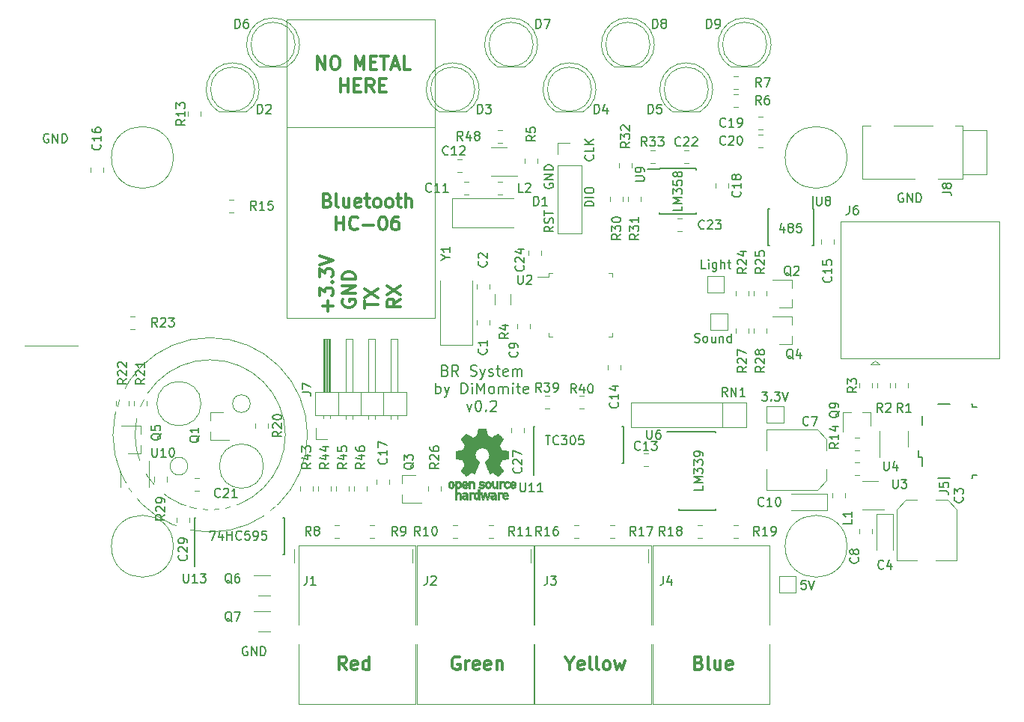
<source format=gbr>
G04 #@! TF.GenerationSoftware,KiCad,Pcbnew,(5.1.0)-1*
G04 #@! TF.CreationDate,2019-09-05T23:41:34+02:00*
G04 #@! TF.ProjectId,button_v1,62757474-6f6e-45f7-9631-2e6b69636164,rev?*
G04 #@! TF.SameCoordinates,Original*
G04 #@! TF.FileFunction,Legend,Top*
G04 #@! TF.FilePolarity,Positive*
%FSLAX46Y46*%
G04 Gerber Fmt 4.6, Leading zero omitted, Abs format (unit mm)*
G04 Created by KiCad (PCBNEW (5.1.0)-1) date 2019-09-05 23:41:34*
%MOMM*%
%LPD*%
G04 APERTURE LIST*
%ADD10C,0.200000*%
%ADD11C,0.120000*%
%ADD12C,0.300000*%
%ADD13C,0.150000*%
%ADD14C,0.010000*%
%ADD15C,0.100000*%
%ADD16C,0.650000*%
%ADD17C,2.601360*%
%ADD18R,1.602000X1.602000*%
%ADD19C,0.402000*%
%ADD20C,3.302000*%
%ADD21C,3.402000*%
%ADD22C,1.626000*%
%ADD23R,1.602000X0.702000*%
%ADD24R,1.802000X1.802000*%
%ADD25O,1.802000X1.802000*%
%ADD26C,1.252000*%
%ADD27R,0.902000X1.002000*%
%ADD28C,1.902000*%
%ADD29R,1.902000X1.902000*%
%ADD30O,1.702000X1.702000*%
%ADD31R,1.702000X1.702000*%
%ADD32C,1.702000*%
%ADD33O,2.302000X1.702000*%
%ADD34C,1.302000*%
%ADD35R,1.602000X0.502000*%
%ADD36R,0.702000X1.602000*%
%ADD37R,0.752000X1.662000*%
%ADD38R,1.662000X0.752000*%
%ADD39R,1.402000X0.552000*%
%ADD40O,2.102000X1.552000*%
%ADD41O,1.902000X1.252000*%
%ADD42O,0.902000X0.902000*%
%ADD43C,1.452000*%
%ADD44R,1.652000X0.702000*%
%ADD45R,3.602000X1.902000*%
%ADD46R,1.002000X0.902000*%
%ADD47R,0.702000X1.652000*%
%ADD48C,1.602000*%
%ADD49R,2.502000X3.602000*%
%ADD50C,1.527000*%
%ADD51C,3.352000*%
%ADD52C,1.622000*%
%ADD53R,1.622000X1.622000*%
G04 APERTURE END LIST*
D10*
X128278000Y-73913904D02*
X128230380Y-74009142D01*
X128230380Y-74152000D01*
X128278000Y-74294857D01*
X128373238Y-74390095D01*
X128468476Y-74437714D01*
X128658952Y-74485333D01*
X128801809Y-74485333D01*
X128992285Y-74437714D01*
X129087523Y-74390095D01*
X129182761Y-74294857D01*
X129230380Y-74152000D01*
X129230380Y-74056761D01*
X129182761Y-73913904D01*
X129135142Y-73866285D01*
X128801809Y-73866285D01*
X128801809Y-74056761D01*
X129230380Y-73437714D02*
X128230380Y-73437714D01*
X129230380Y-72866285D01*
X128230380Y-72866285D01*
X129230380Y-72390095D02*
X128230380Y-72390095D01*
X128230380Y-72152000D01*
X128278000Y-72009142D01*
X128373238Y-71913904D01*
X128468476Y-71866285D01*
X128658952Y-71818666D01*
X128801809Y-71818666D01*
X128992285Y-71866285D01*
X129087523Y-71913904D01*
X129182761Y-72009142D01*
X129230380Y-72152000D01*
X129230380Y-72390095D01*
D11*
X69469000Y-92234791D02*
X75438000Y-92234791D01*
D10*
X117015142Y-95069285D02*
X117186571Y-95126428D01*
X117243714Y-95183571D01*
X117300857Y-95297857D01*
X117300857Y-95469285D01*
X117243714Y-95583571D01*
X117186571Y-95640714D01*
X117072285Y-95697857D01*
X116615142Y-95697857D01*
X116615142Y-94497857D01*
X117015142Y-94497857D01*
X117129428Y-94555000D01*
X117186571Y-94612142D01*
X117243714Y-94726428D01*
X117243714Y-94840714D01*
X117186571Y-94955000D01*
X117129428Y-95012142D01*
X117015142Y-95069285D01*
X116615142Y-95069285D01*
X118500857Y-95697857D02*
X118100857Y-95126428D01*
X117815142Y-95697857D02*
X117815142Y-94497857D01*
X118272285Y-94497857D01*
X118386571Y-94555000D01*
X118443714Y-94612142D01*
X118500857Y-94726428D01*
X118500857Y-94897857D01*
X118443714Y-95012142D01*
X118386571Y-95069285D01*
X118272285Y-95126428D01*
X117815142Y-95126428D01*
X119872285Y-95640714D02*
X120043714Y-95697857D01*
X120329428Y-95697857D01*
X120443714Y-95640714D01*
X120500857Y-95583571D01*
X120558000Y-95469285D01*
X120558000Y-95355000D01*
X120500857Y-95240714D01*
X120443714Y-95183571D01*
X120329428Y-95126428D01*
X120100857Y-95069285D01*
X119986571Y-95012142D01*
X119929428Y-94955000D01*
X119872285Y-94840714D01*
X119872285Y-94726428D01*
X119929428Y-94612142D01*
X119986571Y-94555000D01*
X120100857Y-94497857D01*
X120386571Y-94497857D01*
X120558000Y-94555000D01*
X120958000Y-94897857D02*
X121243714Y-95697857D01*
X121529428Y-94897857D02*
X121243714Y-95697857D01*
X121129428Y-95983571D01*
X121072285Y-96040714D01*
X120958000Y-96097857D01*
X121929428Y-95640714D02*
X122043714Y-95697857D01*
X122272285Y-95697857D01*
X122386571Y-95640714D01*
X122443714Y-95526428D01*
X122443714Y-95469285D01*
X122386571Y-95355000D01*
X122272285Y-95297857D01*
X122100857Y-95297857D01*
X121986571Y-95240714D01*
X121929428Y-95126428D01*
X121929428Y-95069285D01*
X121986571Y-94955000D01*
X122100857Y-94897857D01*
X122272285Y-94897857D01*
X122386571Y-94955000D01*
X122786571Y-94897857D02*
X123243714Y-94897857D01*
X122958000Y-94497857D02*
X122958000Y-95526428D01*
X123015142Y-95640714D01*
X123129428Y-95697857D01*
X123243714Y-95697857D01*
X124100857Y-95640714D02*
X123986571Y-95697857D01*
X123758000Y-95697857D01*
X123643714Y-95640714D01*
X123586571Y-95526428D01*
X123586571Y-95069285D01*
X123643714Y-94955000D01*
X123758000Y-94897857D01*
X123986571Y-94897857D01*
X124100857Y-94955000D01*
X124158000Y-95069285D01*
X124158000Y-95183571D01*
X123586571Y-95297857D01*
X124672285Y-95697857D02*
X124672285Y-94897857D01*
X124672285Y-95012142D02*
X124729428Y-94955000D01*
X124843714Y-94897857D01*
X125015142Y-94897857D01*
X125129428Y-94955000D01*
X125186571Y-95069285D01*
X125186571Y-95697857D01*
X125186571Y-95069285D02*
X125243714Y-94955000D01*
X125358000Y-94897857D01*
X125529428Y-94897857D01*
X125643714Y-94955000D01*
X125700857Y-95069285D01*
X125700857Y-95697857D01*
X115929428Y-97697857D02*
X115929428Y-96497857D01*
X115929428Y-96955000D02*
X116043714Y-96897857D01*
X116272285Y-96897857D01*
X116386571Y-96955000D01*
X116443714Y-97012142D01*
X116500857Y-97126428D01*
X116500857Y-97469285D01*
X116443714Y-97583571D01*
X116386571Y-97640714D01*
X116272285Y-97697857D01*
X116043714Y-97697857D01*
X115929428Y-97640714D01*
X116900857Y-96897857D02*
X117186571Y-97697857D01*
X117472285Y-96897857D02*
X117186571Y-97697857D01*
X117072285Y-97983571D01*
X117015142Y-98040714D01*
X116900857Y-98097857D01*
X118843714Y-97697857D02*
X118843714Y-96497857D01*
X119129428Y-96497857D01*
X119300857Y-96555000D01*
X119415142Y-96669285D01*
X119472285Y-96783571D01*
X119529428Y-97012142D01*
X119529428Y-97183571D01*
X119472285Y-97412142D01*
X119415142Y-97526428D01*
X119300857Y-97640714D01*
X119129428Y-97697857D01*
X118843714Y-97697857D01*
X120043714Y-97697857D02*
X120043714Y-96897857D01*
X120043714Y-96497857D02*
X119986571Y-96555000D01*
X120043714Y-96612142D01*
X120100857Y-96555000D01*
X120043714Y-96497857D01*
X120043714Y-96612142D01*
X120615142Y-97697857D02*
X120615142Y-96497857D01*
X121015142Y-97355000D01*
X121415142Y-96497857D01*
X121415142Y-97697857D01*
X122158000Y-97697857D02*
X122043714Y-97640714D01*
X121986571Y-97583571D01*
X121929428Y-97469285D01*
X121929428Y-97126428D01*
X121986571Y-97012142D01*
X122043714Y-96955000D01*
X122158000Y-96897857D01*
X122329428Y-96897857D01*
X122443714Y-96955000D01*
X122500857Y-97012142D01*
X122558000Y-97126428D01*
X122558000Y-97469285D01*
X122500857Y-97583571D01*
X122443714Y-97640714D01*
X122329428Y-97697857D01*
X122158000Y-97697857D01*
X123072285Y-97697857D02*
X123072285Y-96897857D01*
X123072285Y-97012142D02*
X123129428Y-96955000D01*
X123243714Y-96897857D01*
X123415142Y-96897857D01*
X123529428Y-96955000D01*
X123586571Y-97069285D01*
X123586571Y-97697857D01*
X123586571Y-97069285D02*
X123643714Y-96955000D01*
X123758000Y-96897857D01*
X123929428Y-96897857D01*
X124043714Y-96955000D01*
X124100857Y-97069285D01*
X124100857Y-97697857D01*
X124672285Y-97697857D02*
X124672285Y-96897857D01*
X124672285Y-96497857D02*
X124615142Y-96555000D01*
X124672285Y-96612142D01*
X124729428Y-96555000D01*
X124672285Y-96497857D01*
X124672285Y-96612142D01*
X125072285Y-96897857D02*
X125529428Y-96897857D01*
X125243714Y-96497857D02*
X125243714Y-97526428D01*
X125300857Y-97640714D01*
X125415142Y-97697857D01*
X125529428Y-97697857D01*
X126386571Y-97640714D02*
X126272285Y-97697857D01*
X126043714Y-97697857D01*
X125929428Y-97640714D01*
X125872285Y-97526428D01*
X125872285Y-97069285D01*
X125929428Y-96955000D01*
X126043714Y-96897857D01*
X126272285Y-96897857D01*
X126386571Y-96955000D01*
X126443714Y-97069285D01*
X126443714Y-97183571D01*
X125872285Y-97297857D01*
X119443714Y-98897857D02*
X119729428Y-99697857D01*
X120015142Y-98897857D01*
X120700857Y-98497857D02*
X120815142Y-98497857D01*
X120929428Y-98555000D01*
X120986571Y-98612142D01*
X121043714Y-98726428D01*
X121100857Y-98955000D01*
X121100857Y-99240714D01*
X121043714Y-99469285D01*
X120986571Y-99583571D01*
X120929428Y-99640714D01*
X120815142Y-99697857D01*
X120700857Y-99697857D01*
X120586571Y-99640714D01*
X120529428Y-99583571D01*
X120472285Y-99469285D01*
X120415142Y-99240714D01*
X120415142Y-98955000D01*
X120472285Y-98726428D01*
X120529428Y-98612142D01*
X120586571Y-98555000D01*
X120700857Y-98497857D01*
X121615142Y-99583571D02*
X121672285Y-99640714D01*
X121615142Y-99697857D01*
X121558000Y-99640714D01*
X121615142Y-99583571D01*
X121615142Y-99697857D01*
X122129428Y-98612142D02*
X122186571Y-98555000D01*
X122300857Y-98497857D01*
X122586571Y-98497857D01*
X122700857Y-98555000D01*
X122758000Y-98612142D01*
X122815142Y-98726428D01*
X122815142Y-98840714D01*
X122758000Y-99012142D01*
X122072285Y-99697857D01*
X122815142Y-99697857D01*
D11*
X115824000Y-55372000D02*
X115824000Y-89154000D01*
D12*
X145712857Y-128162857D02*
X145927142Y-128234285D01*
X145998571Y-128305714D01*
X146070000Y-128448571D01*
X146070000Y-128662857D01*
X145998571Y-128805714D01*
X145927142Y-128877142D01*
X145784285Y-128948571D01*
X145212857Y-128948571D01*
X145212857Y-127448571D01*
X145712857Y-127448571D01*
X145855714Y-127520000D01*
X145927142Y-127591428D01*
X145998571Y-127734285D01*
X145998571Y-127877142D01*
X145927142Y-128020000D01*
X145855714Y-128091428D01*
X145712857Y-128162857D01*
X145212857Y-128162857D01*
X146927142Y-128948571D02*
X146784285Y-128877142D01*
X146712857Y-128734285D01*
X146712857Y-127448571D01*
X148141428Y-127948571D02*
X148141428Y-128948571D01*
X147498571Y-127948571D02*
X147498571Y-128734285D01*
X147570000Y-128877142D01*
X147712857Y-128948571D01*
X147927142Y-128948571D01*
X148070000Y-128877142D01*
X148141428Y-128805714D01*
X149427142Y-128877142D02*
X149284285Y-128948571D01*
X148998571Y-128948571D01*
X148855714Y-128877142D01*
X148784285Y-128734285D01*
X148784285Y-128162857D01*
X148855714Y-128020000D01*
X148998571Y-127948571D01*
X149284285Y-127948571D01*
X149427142Y-128020000D01*
X149498571Y-128162857D01*
X149498571Y-128305714D01*
X148784285Y-128448571D01*
X131092142Y-128234285D02*
X131092142Y-128948571D01*
X130592142Y-127448571D02*
X131092142Y-128234285D01*
X131592142Y-127448571D01*
X132663571Y-128877142D02*
X132520714Y-128948571D01*
X132235000Y-128948571D01*
X132092142Y-128877142D01*
X132020714Y-128734285D01*
X132020714Y-128162857D01*
X132092142Y-128020000D01*
X132235000Y-127948571D01*
X132520714Y-127948571D01*
X132663571Y-128020000D01*
X132735000Y-128162857D01*
X132735000Y-128305714D01*
X132020714Y-128448571D01*
X133592142Y-128948571D02*
X133449285Y-128877142D01*
X133377857Y-128734285D01*
X133377857Y-127448571D01*
X134377857Y-128948571D02*
X134235000Y-128877142D01*
X134163571Y-128734285D01*
X134163571Y-127448571D01*
X135163571Y-128948571D02*
X135020714Y-128877142D01*
X134949285Y-128805714D01*
X134877857Y-128662857D01*
X134877857Y-128234285D01*
X134949285Y-128091428D01*
X135020714Y-128020000D01*
X135163571Y-127948571D01*
X135377857Y-127948571D01*
X135520714Y-128020000D01*
X135592142Y-128091428D01*
X135663571Y-128234285D01*
X135663571Y-128662857D01*
X135592142Y-128805714D01*
X135520714Y-128877142D01*
X135377857Y-128948571D01*
X135163571Y-128948571D01*
X136163571Y-127948571D02*
X136449285Y-128948571D01*
X136735000Y-128234285D01*
X137020714Y-128948571D01*
X137306428Y-127948571D01*
X118614285Y-127520000D02*
X118471428Y-127448571D01*
X118257142Y-127448571D01*
X118042857Y-127520000D01*
X117900000Y-127662857D01*
X117828571Y-127805714D01*
X117757142Y-128091428D01*
X117757142Y-128305714D01*
X117828571Y-128591428D01*
X117900000Y-128734285D01*
X118042857Y-128877142D01*
X118257142Y-128948571D01*
X118400000Y-128948571D01*
X118614285Y-128877142D01*
X118685714Y-128805714D01*
X118685714Y-128305714D01*
X118400000Y-128305714D01*
X119328571Y-128948571D02*
X119328571Y-127948571D01*
X119328571Y-128234285D02*
X119400000Y-128091428D01*
X119471428Y-128020000D01*
X119614285Y-127948571D01*
X119757142Y-127948571D01*
X120828571Y-128877142D02*
X120685714Y-128948571D01*
X120400000Y-128948571D01*
X120257142Y-128877142D01*
X120185714Y-128734285D01*
X120185714Y-128162857D01*
X120257142Y-128020000D01*
X120400000Y-127948571D01*
X120685714Y-127948571D01*
X120828571Y-128020000D01*
X120900000Y-128162857D01*
X120900000Y-128305714D01*
X120185714Y-128448571D01*
X122114285Y-128877142D02*
X121971428Y-128948571D01*
X121685714Y-128948571D01*
X121542857Y-128877142D01*
X121471428Y-128734285D01*
X121471428Y-128162857D01*
X121542857Y-128020000D01*
X121685714Y-127948571D01*
X121971428Y-127948571D01*
X122114285Y-128020000D01*
X122185714Y-128162857D01*
X122185714Y-128305714D01*
X121471428Y-128448571D01*
X122828571Y-127948571D02*
X122828571Y-128948571D01*
X122828571Y-128091428D02*
X122900000Y-128020000D01*
X123042857Y-127948571D01*
X123257142Y-127948571D01*
X123400000Y-128020000D01*
X123471428Y-128162857D01*
X123471428Y-128948571D01*
X105822857Y-128948571D02*
X105322857Y-128234285D01*
X104965714Y-128948571D02*
X104965714Y-127448571D01*
X105537142Y-127448571D01*
X105680000Y-127520000D01*
X105751428Y-127591428D01*
X105822857Y-127734285D01*
X105822857Y-127948571D01*
X105751428Y-128091428D01*
X105680000Y-128162857D01*
X105537142Y-128234285D01*
X104965714Y-128234285D01*
X107037142Y-128877142D02*
X106894285Y-128948571D01*
X106608571Y-128948571D01*
X106465714Y-128877142D01*
X106394285Y-128734285D01*
X106394285Y-128162857D01*
X106465714Y-128020000D01*
X106608571Y-127948571D01*
X106894285Y-127948571D01*
X107037142Y-128020000D01*
X107108571Y-128162857D01*
X107108571Y-128305714D01*
X106394285Y-128448571D01*
X108394285Y-128948571D02*
X108394285Y-127448571D01*
X108394285Y-128877142D02*
X108251428Y-128948571D01*
X107965714Y-128948571D01*
X107822857Y-128877142D01*
X107751428Y-128805714D01*
X107680000Y-128662857D01*
X107680000Y-128234285D01*
X107751428Y-128091428D01*
X107822857Y-128020000D01*
X107965714Y-127948571D01*
X108251428Y-127948571D01*
X108394285Y-128020000D01*
D10*
X129230380Y-78779619D02*
X128754190Y-79112952D01*
X129230380Y-79351047D02*
X128230380Y-79351047D01*
X128230380Y-78970095D01*
X128278000Y-78874857D01*
X128325619Y-78827238D01*
X128420857Y-78779619D01*
X128563714Y-78779619D01*
X128658952Y-78827238D01*
X128706571Y-78874857D01*
X128754190Y-78970095D01*
X128754190Y-79351047D01*
X129182761Y-78398666D02*
X129230380Y-78255809D01*
X129230380Y-78017714D01*
X129182761Y-77922476D01*
X129135142Y-77874857D01*
X129039904Y-77827238D01*
X128944666Y-77827238D01*
X128849428Y-77874857D01*
X128801809Y-77922476D01*
X128754190Y-78017714D01*
X128706571Y-78208190D01*
X128658952Y-78303428D01*
X128611333Y-78351047D01*
X128516095Y-78398666D01*
X128420857Y-78398666D01*
X128325619Y-78351047D01*
X128278000Y-78303428D01*
X128230380Y-78208190D01*
X128230380Y-77970095D01*
X128278000Y-77827238D01*
X128230380Y-77541523D02*
X128230380Y-76970095D01*
X129230380Y-77255809D02*
X128230380Y-77255809D01*
X133802380Y-76461809D02*
X132802380Y-76461809D01*
X132802380Y-76223714D01*
X132850000Y-76080857D01*
X132945238Y-75985619D01*
X133040476Y-75938000D01*
X133230952Y-75890380D01*
X133373809Y-75890380D01*
X133564285Y-75938000D01*
X133659523Y-75985619D01*
X133754761Y-76080857D01*
X133802380Y-76223714D01*
X133802380Y-76461809D01*
X133802380Y-75461809D02*
X132802380Y-75461809D01*
X132802380Y-74795142D02*
X132802380Y-74604666D01*
X132850000Y-74509428D01*
X132945238Y-74414190D01*
X133135714Y-74366571D01*
X133469047Y-74366571D01*
X133659523Y-74414190D01*
X133754761Y-74509428D01*
X133802380Y-74604666D01*
X133802380Y-74795142D01*
X133754761Y-74890380D01*
X133659523Y-74985619D01*
X133469047Y-75033238D01*
X133135714Y-75033238D01*
X132945238Y-74985619D01*
X132850000Y-74890380D01*
X132802380Y-74795142D01*
X133707142Y-70699238D02*
X133754761Y-70746857D01*
X133802380Y-70889714D01*
X133802380Y-70984952D01*
X133754761Y-71127809D01*
X133659523Y-71223047D01*
X133564285Y-71270666D01*
X133373809Y-71318285D01*
X133230952Y-71318285D01*
X133040476Y-71270666D01*
X132945238Y-71223047D01*
X132850000Y-71127809D01*
X132802380Y-70984952D01*
X132802380Y-70889714D01*
X132850000Y-70746857D01*
X132897619Y-70699238D01*
X133802380Y-69794476D02*
X133802380Y-70270666D01*
X132802380Y-70270666D01*
X133802380Y-69461142D02*
X132802380Y-69461142D01*
X133802380Y-68889714D02*
X133230952Y-69318285D01*
X132802380Y-68889714D02*
X133373809Y-69461142D01*
D12*
X103704000Y-75833857D02*
X103918285Y-75905285D01*
X103989714Y-75976714D01*
X104061142Y-76119571D01*
X104061142Y-76333857D01*
X103989714Y-76476714D01*
X103918285Y-76548142D01*
X103775428Y-76619571D01*
X103204000Y-76619571D01*
X103204000Y-75119571D01*
X103704000Y-75119571D01*
X103846857Y-75191000D01*
X103918285Y-75262428D01*
X103989714Y-75405285D01*
X103989714Y-75548142D01*
X103918285Y-75691000D01*
X103846857Y-75762428D01*
X103704000Y-75833857D01*
X103204000Y-75833857D01*
X104918285Y-76619571D02*
X104775428Y-76548142D01*
X104704000Y-76405285D01*
X104704000Y-75119571D01*
X106132571Y-75619571D02*
X106132571Y-76619571D01*
X105489714Y-75619571D02*
X105489714Y-76405285D01*
X105561142Y-76548142D01*
X105704000Y-76619571D01*
X105918285Y-76619571D01*
X106061142Y-76548142D01*
X106132571Y-76476714D01*
X107418285Y-76548142D02*
X107275428Y-76619571D01*
X106989714Y-76619571D01*
X106846857Y-76548142D01*
X106775428Y-76405285D01*
X106775428Y-75833857D01*
X106846857Y-75691000D01*
X106989714Y-75619571D01*
X107275428Y-75619571D01*
X107418285Y-75691000D01*
X107489714Y-75833857D01*
X107489714Y-75976714D01*
X106775428Y-76119571D01*
X107918285Y-75619571D02*
X108489714Y-75619571D01*
X108132571Y-75119571D02*
X108132571Y-76405285D01*
X108204000Y-76548142D01*
X108346857Y-76619571D01*
X108489714Y-76619571D01*
X109204000Y-76619571D02*
X109061142Y-76548142D01*
X108989714Y-76476714D01*
X108918285Y-76333857D01*
X108918285Y-75905285D01*
X108989714Y-75762428D01*
X109061142Y-75691000D01*
X109204000Y-75619571D01*
X109418285Y-75619571D01*
X109561142Y-75691000D01*
X109632571Y-75762428D01*
X109704000Y-75905285D01*
X109704000Y-76333857D01*
X109632571Y-76476714D01*
X109561142Y-76548142D01*
X109418285Y-76619571D01*
X109204000Y-76619571D01*
X110561142Y-76619571D02*
X110418285Y-76548142D01*
X110346857Y-76476714D01*
X110275428Y-76333857D01*
X110275428Y-75905285D01*
X110346857Y-75762428D01*
X110418285Y-75691000D01*
X110561142Y-75619571D01*
X110775428Y-75619571D01*
X110918285Y-75691000D01*
X110989714Y-75762428D01*
X111061142Y-75905285D01*
X111061142Y-76333857D01*
X110989714Y-76476714D01*
X110918285Y-76548142D01*
X110775428Y-76619571D01*
X110561142Y-76619571D01*
X111489714Y-75619571D02*
X112061142Y-75619571D01*
X111704000Y-75119571D02*
X111704000Y-76405285D01*
X111775428Y-76548142D01*
X111918285Y-76619571D01*
X112061142Y-76619571D01*
X112561142Y-76619571D02*
X112561142Y-75119571D01*
X113204000Y-76619571D02*
X113204000Y-75833857D01*
X113132571Y-75691000D01*
X112989714Y-75619571D01*
X112775428Y-75619571D01*
X112632571Y-75691000D01*
X112561142Y-75762428D01*
X104668285Y-79169571D02*
X104668285Y-77669571D01*
X104668285Y-78383857D02*
X105525428Y-78383857D01*
X105525428Y-79169571D02*
X105525428Y-77669571D01*
X107096857Y-79026714D02*
X107025428Y-79098142D01*
X106811142Y-79169571D01*
X106668285Y-79169571D01*
X106454000Y-79098142D01*
X106311142Y-78955285D01*
X106239714Y-78812428D01*
X106168285Y-78526714D01*
X106168285Y-78312428D01*
X106239714Y-78026714D01*
X106311142Y-77883857D01*
X106454000Y-77741000D01*
X106668285Y-77669571D01*
X106811142Y-77669571D01*
X107025428Y-77741000D01*
X107096857Y-77812428D01*
X107739714Y-78598142D02*
X108882571Y-78598142D01*
X109882571Y-77669571D02*
X110025428Y-77669571D01*
X110168285Y-77741000D01*
X110239714Y-77812428D01*
X110311142Y-77955285D01*
X110382571Y-78241000D01*
X110382571Y-78598142D01*
X110311142Y-78883857D01*
X110239714Y-79026714D01*
X110168285Y-79098142D01*
X110025428Y-79169571D01*
X109882571Y-79169571D01*
X109739714Y-79098142D01*
X109668285Y-79026714D01*
X109596857Y-78883857D01*
X109525428Y-78598142D01*
X109525428Y-78241000D01*
X109596857Y-77955285D01*
X109668285Y-77812428D01*
X109739714Y-77741000D01*
X109882571Y-77669571D01*
X111668285Y-77669571D02*
X111382571Y-77669571D01*
X111239714Y-77741000D01*
X111168285Y-77812428D01*
X111025428Y-78026714D01*
X110954000Y-78312428D01*
X110954000Y-78883857D01*
X111025428Y-79026714D01*
X111096857Y-79098142D01*
X111239714Y-79169571D01*
X111525428Y-79169571D01*
X111668285Y-79098142D01*
X111739714Y-79026714D01*
X111811142Y-78883857D01*
X111811142Y-78526714D01*
X111739714Y-78383857D01*
X111668285Y-78312428D01*
X111525428Y-78241000D01*
X111239714Y-78241000D01*
X111096857Y-78312428D01*
X111025428Y-78383857D01*
X110954000Y-78526714D01*
D11*
X99060000Y-67564000D02*
X115824000Y-67564000D01*
D12*
X102553142Y-60998571D02*
X102553142Y-59498571D01*
X103410285Y-60998571D01*
X103410285Y-59498571D01*
X104410285Y-59498571D02*
X104696000Y-59498571D01*
X104838857Y-59570000D01*
X104981714Y-59712857D01*
X105053142Y-59998571D01*
X105053142Y-60498571D01*
X104981714Y-60784285D01*
X104838857Y-60927142D01*
X104696000Y-60998571D01*
X104410285Y-60998571D01*
X104267428Y-60927142D01*
X104124571Y-60784285D01*
X104053142Y-60498571D01*
X104053142Y-59998571D01*
X104124571Y-59712857D01*
X104267428Y-59570000D01*
X104410285Y-59498571D01*
X106838857Y-60998571D02*
X106838857Y-59498571D01*
X107338857Y-60570000D01*
X107838857Y-59498571D01*
X107838857Y-60998571D01*
X108553142Y-60212857D02*
X109053142Y-60212857D01*
X109267428Y-60998571D02*
X108553142Y-60998571D01*
X108553142Y-59498571D01*
X109267428Y-59498571D01*
X109696000Y-59498571D02*
X110553142Y-59498571D01*
X110124571Y-60998571D02*
X110124571Y-59498571D01*
X110981714Y-60570000D02*
X111696000Y-60570000D01*
X110838857Y-60998571D02*
X111338857Y-59498571D01*
X111838857Y-60998571D01*
X113053142Y-60998571D02*
X112338857Y-60998571D01*
X112338857Y-59498571D01*
X105160285Y-63548571D02*
X105160285Y-62048571D01*
X105160285Y-62762857D02*
X106017428Y-62762857D01*
X106017428Y-63548571D02*
X106017428Y-62048571D01*
X106731714Y-62762857D02*
X107231714Y-62762857D01*
X107446000Y-63548571D02*
X106731714Y-63548571D01*
X106731714Y-62048571D01*
X107446000Y-62048571D01*
X108946000Y-63548571D02*
X108446000Y-62834285D01*
X108088857Y-63548571D02*
X108088857Y-62048571D01*
X108660285Y-62048571D01*
X108803142Y-62120000D01*
X108874571Y-62191428D01*
X108946000Y-62334285D01*
X108946000Y-62548571D01*
X108874571Y-62691428D01*
X108803142Y-62762857D01*
X108660285Y-62834285D01*
X108088857Y-62834285D01*
X109588857Y-62762857D02*
X110088857Y-62762857D01*
X110303142Y-63548571D02*
X109588857Y-63548571D01*
X109588857Y-62048571D01*
X110303142Y-62048571D01*
X111930571Y-86982714D02*
X111216285Y-87482714D01*
X111930571Y-87839857D02*
X110430571Y-87839857D01*
X110430571Y-87268428D01*
X110502000Y-87125571D01*
X110573428Y-87054142D01*
X110716285Y-86982714D01*
X110930571Y-86982714D01*
X111073428Y-87054142D01*
X111144857Y-87125571D01*
X111216285Y-87268428D01*
X111216285Y-87839857D01*
X110430571Y-86482714D02*
X111930571Y-85482714D01*
X110430571Y-85482714D02*
X111930571Y-86482714D01*
X107890571Y-88054142D02*
X107890571Y-87197000D01*
X109390571Y-87625571D02*
X107890571Y-87625571D01*
X107890571Y-86839857D02*
X109390571Y-85839857D01*
X107890571Y-85839857D02*
X109390571Y-86839857D01*
X105422000Y-87054142D02*
X105350571Y-87197000D01*
X105350571Y-87411285D01*
X105422000Y-87625571D01*
X105564857Y-87768428D01*
X105707714Y-87839857D01*
X105993428Y-87911285D01*
X106207714Y-87911285D01*
X106493428Y-87839857D01*
X106636285Y-87768428D01*
X106779142Y-87625571D01*
X106850571Y-87411285D01*
X106850571Y-87268428D01*
X106779142Y-87054142D01*
X106707714Y-86982714D01*
X106207714Y-86982714D01*
X106207714Y-87268428D01*
X106850571Y-86339857D02*
X105350571Y-86339857D01*
X106850571Y-85482714D01*
X105350571Y-85482714D01*
X106850571Y-84768428D02*
X105350571Y-84768428D01*
X105350571Y-84411285D01*
X105422000Y-84197000D01*
X105564857Y-84054142D01*
X105707714Y-83982714D01*
X105993428Y-83911285D01*
X106207714Y-83911285D01*
X106493428Y-83982714D01*
X106636285Y-84054142D01*
X106779142Y-84197000D01*
X106850571Y-84411285D01*
X106850571Y-84768428D01*
X103739142Y-88347857D02*
X103739142Y-87205000D01*
X104310571Y-87776428D02*
X103167714Y-87776428D01*
X102810571Y-86633571D02*
X102810571Y-85705000D01*
X103382000Y-86205000D01*
X103382000Y-85990714D01*
X103453428Y-85847857D01*
X103524857Y-85776428D01*
X103667714Y-85705000D01*
X104024857Y-85705000D01*
X104167714Y-85776428D01*
X104239142Y-85847857D01*
X104310571Y-85990714D01*
X104310571Y-86419285D01*
X104239142Y-86562142D01*
X104167714Y-86633571D01*
X104167714Y-85062142D02*
X104239142Y-84990714D01*
X104310571Y-85062142D01*
X104239142Y-85133571D01*
X104167714Y-85062142D01*
X104310571Y-85062142D01*
X102810571Y-84490714D02*
X102810571Y-83562142D01*
X103382000Y-84062142D01*
X103382000Y-83847857D01*
X103453428Y-83705000D01*
X103524857Y-83633571D01*
X103667714Y-83562142D01*
X104024857Y-83562142D01*
X104167714Y-83633571D01*
X104239142Y-83705000D01*
X104310571Y-83847857D01*
X104310571Y-84276428D01*
X104239142Y-84419285D01*
X104167714Y-84490714D01*
X102810571Y-83133571D02*
X104310571Y-82633571D01*
X102810571Y-82133571D01*
D11*
X99060000Y-89154000D02*
X115824000Y-89154000D01*
X99060000Y-55372000D02*
X99060000Y-89154000D01*
X115824000Y-55372000D02*
X99060000Y-55372000D01*
X146624000Y-84394000D02*
X148524000Y-84394000D01*
X148524000Y-84394000D02*
X148524000Y-86294000D01*
X148524000Y-86294000D02*
X146624000Y-86294000D01*
X146624000Y-86294000D02*
X146624000Y-84394000D01*
X147005000Y-88585000D02*
X148905000Y-88585000D01*
X148905000Y-88585000D02*
X148905000Y-90485000D01*
X148905000Y-90485000D02*
X147005000Y-90485000D01*
X147005000Y-90485000D02*
X147005000Y-88585000D01*
X154752000Y-118303000D02*
X156652000Y-118303000D01*
X156652000Y-118303000D02*
X156652000Y-120203000D01*
X156652000Y-120203000D02*
X154752000Y-120203000D01*
X154752000Y-120203000D02*
X154752000Y-118303000D01*
X153355000Y-101026000D02*
X153355000Y-99126000D01*
X155255000Y-101026000D02*
X153355000Y-101026000D01*
X155255000Y-99126000D02*
X155255000Y-101026000D01*
X153355000Y-99126000D02*
X155255000Y-99126000D01*
X128724000Y-84470000D02*
X127434000Y-84470000D01*
X128724000Y-84020000D02*
X128724000Y-84470000D01*
X129174000Y-84020000D02*
X128724000Y-84020000D01*
X135944000Y-84020000D02*
X135944000Y-84470000D01*
X135494000Y-84020000D02*
X135944000Y-84020000D01*
X128724000Y-91240000D02*
X128724000Y-90790000D01*
X129174000Y-91240000D02*
X128724000Y-91240000D01*
X135944000Y-91240000D02*
X135944000Y-90790000D01*
X135494000Y-91240000D02*
X135944000Y-91240000D01*
X86252000Y-114964000D02*
G75*
G03X86252000Y-114964000I-3500000J0D01*
G01*
X162452000Y-114964000D02*
G75*
G03X162452000Y-114964000I-3500000J0D01*
G01*
X162452000Y-70964000D02*
G75*
G03X162452000Y-70964000I-3500000J0D01*
G01*
X86252000Y-70964000D02*
G75*
G03X86252000Y-70964000I-3500000J0D01*
G01*
D13*
X143467000Y-102001000D02*
X142092000Y-102001000D01*
X143467000Y-110876000D02*
X147617000Y-110876000D01*
X143467000Y-101976000D02*
X147617000Y-101976000D01*
X143467000Y-110876000D02*
X143467000Y-110761000D01*
X147617000Y-110876000D02*
X147617000Y-110761000D01*
X147617000Y-101976000D02*
X147617000Y-102091000D01*
X143467000Y-101976000D02*
X143467000Y-102001000D01*
D11*
X129734000Y-79562000D02*
X132394000Y-79562000D01*
X129734000Y-71882000D02*
X129734000Y-79562000D01*
X132394000Y-71882000D02*
X132394000Y-79562000D01*
X129734000Y-71882000D02*
X132394000Y-71882000D01*
X129734000Y-70612000D02*
X129734000Y-69282000D01*
X129734000Y-69282000D02*
X131064000Y-69282000D01*
X92575748Y-77164000D02*
X93098252Y-77164000D01*
X92575748Y-75744000D02*
X93098252Y-75744000D01*
D14*
G36*
X121658964Y-102062576D02*
G01*
X121734513Y-102463322D01*
X122292041Y-102693154D01*
X122626465Y-102465748D01*
X122720122Y-102402431D01*
X122804782Y-102345896D01*
X122876495Y-102298727D01*
X122931311Y-102263502D01*
X122965280Y-102242805D01*
X122974530Y-102238342D01*
X122991195Y-102249820D01*
X123026806Y-102281551D01*
X123077371Y-102329483D01*
X123138900Y-102389562D01*
X123207399Y-102457733D01*
X123278879Y-102529945D01*
X123349347Y-102602142D01*
X123414811Y-102670273D01*
X123471280Y-102730283D01*
X123514763Y-102778119D01*
X123541268Y-102809727D01*
X123547605Y-102820305D01*
X123538486Y-102839806D01*
X123512920Y-102882531D01*
X123473597Y-102944298D01*
X123423203Y-103020931D01*
X123364427Y-103108248D01*
X123330368Y-103158052D01*
X123268289Y-103248993D01*
X123213126Y-103331059D01*
X123167554Y-103400163D01*
X123134250Y-103452222D01*
X123115890Y-103483150D01*
X123113131Y-103489650D01*
X123119385Y-103508121D01*
X123136434Y-103551172D01*
X123161703Y-103612749D01*
X123192622Y-103686799D01*
X123226618Y-103767270D01*
X123261118Y-103848107D01*
X123293551Y-103923258D01*
X123321343Y-103986671D01*
X123341923Y-104032293D01*
X123352719Y-104054069D01*
X123353356Y-104054926D01*
X123370307Y-104059084D01*
X123415451Y-104068361D01*
X123484110Y-104081844D01*
X123571602Y-104098621D01*
X123673250Y-104117781D01*
X123732556Y-104128830D01*
X123841172Y-104149510D01*
X123939277Y-104169189D01*
X124021909Y-104186789D01*
X124084104Y-104201233D01*
X124120899Y-104211446D01*
X124128296Y-104214686D01*
X124135540Y-104236617D01*
X124141385Y-104286147D01*
X124145835Y-104357485D01*
X124148893Y-104444839D01*
X124150565Y-104542417D01*
X124150853Y-104644426D01*
X124149761Y-104745075D01*
X124147294Y-104838572D01*
X124143456Y-104919125D01*
X124138250Y-104980942D01*
X124131681Y-105018230D01*
X124127741Y-105025993D01*
X124104188Y-105035298D01*
X124054282Y-105048600D01*
X123984623Y-105064337D01*
X123901813Y-105080946D01*
X123872905Y-105086319D01*
X123733531Y-105111848D01*
X123623436Y-105132408D01*
X123538982Y-105148815D01*
X123476530Y-105161887D01*
X123432444Y-105172441D01*
X123403085Y-105181294D01*
X123384815Y-105189263D01*
X123373998Y-105197165D01*
X123372485Y-105198727D01*
X123357377Y-105223886D01*
X123334329Y-105272850D01*
X123305644Y-105339621D01*
X123273622Y-105418205D01*
X123240565Y-105502607D01*
X123208773Y-105586830D01*
X123180549Y-105664879D01*
X123158193Y-105730759D01*
X123144007Y-105778473D01*
X123140293Y-105802027D01*
X123140602Y-105802852D01*
X123153189Y-105822104D01*
X123181744Y-105864463D01*
X123223267Y-105925521D01*
X123274756Y-106000868D01*
X123333211Y-106086096D01*
X123349858Y-106110315D01*
X123409215Y-106198123D01*
X123461447Y-106278238D01*
X123503708Y-106346062D01*
X123533153Y-106396993D01*
X123546937Y-106426431D01*
X123547605Y-106430048D01*
X123536024Y-106449057D01*
X123504024Y-106486714D01*
X123455718Y-106538973D01*
X123395220Y-106601786D01*
X123326644Y-106671106D01*
X123254104Y-106742885D01*
X123181712Y-106813077D01*
X123113584Y-106877635D01*
X123053832Y-106932510D01*
X123006571Y-106973656D01*
X122975913Y-106997026D01*
X122967432Y-107000842D01*
X122947691Y-106991855D01*
X122907274Y-106967616D01*
X122852763Y-106932209D01*
X122810823Y-106903711D01*
X122734829Y-106851418D01*
X122644834Y-106789845D01*
X122554564Y-106728370D01*
X122506032Y-106695469D01*
X122341762Y-106584359D01*
X122203869Y-106658916D01*
X122141049Y-106691578D01*
X122087629Y-106716966D01*
X122051484Y-106731446D01*
X122042284Y-106733460D01*
X122031221Y-106718584D01*
X122009394Y-106676547D01*
X121978434Y-106611227D01*
X121939970Y-106526500D01*
X121895632Y-106426245D01*
X121847047Y-106314339D01*
X121795846Y-106194659D01*
X121743659Y-106071084D01*
X121692113Y-105947491D01*
X121642840Y-105827757D01*
X121597467Y-105715759D01*
X121557625Y-105615377D01*
X121524942Y-105530486D01*
X121501049Y-105464965D01*
X121487574Y-105422690D01*
X121485406Y-105408172D01*
X121502583Y-105389653D01*
X121540190Y-105359590D01*
X121590366Y-105324232D01*
X121594578Y-105321434D01*
X121724264Y-105217625D01*
X121828834Y-105096515D01*
X121907381Y-104961976D01*
X121958999Y-104817882D01*
X121982782Y-104668105D01*
X121977823Y-104516517D01*
X121943217Y-104366992D01*
X121878057Y-104223400D01*
X121858886Y-104191984D01*
X121759174Y-104065125D01*
X121641377Y-103963255D01*
X121509571Y-103886904D01*
X121367833Y-103836602D01*
X121220242Y-103812879D01*
X121070873Y-103816265D01*
X120923803Y-103847288D01*
X120783111Y-103906480D01*
X120652873Y-103994369D01*
X120612586Y-104030042D01*
X120510055Y-104141706D01*
X120435341Y-104259257D01*
X120384090Y-104391020D01*
X120355546Y-104521507D01*
X120348500Y-104668216D01*
X120371996Y-104815653D01*
X120423649Y-104958834D01*
X120501071Y-105092777D01*
X120601875Y-105212498D01*
X120723676Y-105313014D01*
X120739684Y-105323609D01*
X120790398Y-105358306D01*
X120828950Y-105388370D01*
X120847381Y-105407565D01*
X120847649Y-105408172D01*
X120843692Y-105428936D01*
X120828007Y-105476062D01*
X120802222Y-105545673D01*
X120767969Y-105633893D01*
X120726877Y-105736844D01*
X120680576Y-105850650D01*
X120630696Y-105971435D01*
X120578867Y-106095321D01*
X120526719Y-106218432D01*
X120475882Y-106336891D01*
X120427987Y-106446823D01*
X120384662Y-106544349D01*
X120347538Y-106625593D01*
X120318244Y-106686679D01*
X120298412Y-106723730D01*
X120290426Y-106733460D01*
X120266021Y-106725883D01*
X120220358Y-106705560D01*
X120161310Y-106676125D01*
X120128840Y-106658916D01*
X119990947Y-106584359D01*
X119826677Y-106695469D01*
X119742821Y-106752390D01*
X119651013Y-106815030D01*
X119564980Y-106874011D01*
X119521887Y-106903711D01*
X119461277Y-106944410D01*
X119409955Y-106976663D01*
X119374615Y-106996384D01*
X119363137Y-107000554D01*
X119346430Y-106989307D01*
X119309454Y-106957911D01*
X119255795Y-106909624D01*
X119189038Y-106847708D01*
X119112766Y-106775421D01*
X119064527Y-106729008D01*
X118980133Y-106646087D01*
X118907197Y-106571920D01*
X118848669Y-106509680D01*
X118807497Y-106462541D01*
X118786628Y-106433673D01*
X118784626Y-106427815D01*
X118793917Y-106405532D01*
X118819591Y-106360477D01*
X118858800Y-106297211D01*
X118908697Y-106220295D01*
X118966433Y-106134292D01*
X118982851Y-106110315D01*
X119042677Y-106023170D01*
X119096350Y-105944710D01*
X119140870Y-105879345D01*
X119173235Y-105831484D01*
X119190445Y-105805535D01*
X119192107Y-105802852D01*
X119189621Y-105782172D01*
X119176423Y-105736704D01*
X119154814Y-105672444D01*
X119127096Y-105595387D01*
X119095570Y-105511529D01*
X119062537Y-105426866D01*
X119030299Y-105347392D01*
X119001157Y-105279104D01*
X118977412Y-105227997D01*
X118961365Y-105200067D01*
X118960225Y-105198727D01*
X118950412Y-105190745D01*
X118933839Y-105182851D01*
X118906868Y-105174229D01*
X118865861Y-105164062D01*
X118807180Y-105151531D01*
X118727187Y-105135821D01*
X118622245Y-105116113D01*
X118488715Y-105091592D01*
X118459804Y-105086319D01*
X118374118Y-105069764D01*
X118299418Y-105053569D01*
X118242306Y-105039296D01*
X118209383Y-105028508D01*
X118204969Y-105025993D01*
X118197694Y-105003696D01*
X118191781Y-104953869D01*
X118187234Y-104882304D01*
X118184055Y-104794793D01*
X118182251Y-104697128D01*
X118181823Y-104595101D01*
X118182777Y-104494503D01*
X118185116Y-104401127D01*
X118188844Y-104320765D01*
X118193966Y-104259209D01*
X118200484Y-104222250D01*
X118204414Y-104214686D01*
X118226292Y-104207056D01*
X118276109Y-104194642D01*
X118348903Y-104178522D01*
X118439711Y-104159773D01*
X118543569Y-104139471D01*
X118600154Y-104128830D01*
X118707514Y-104108760D01*
X118803254Y-104090580D01*
X118882694Y-104075199D01*
X118941154Y-104063531D01*
X118973955Y-104056488D01*
X118979354Y-104054926D01*
X118988478Y-104037322D01*
X119007765Y-103994918D01*
X119034645Y-103933772D01*
X119066546Y-103859943D01*
X119100898Y-103779489D01*
X119135129Y-103698468D01*
X119166669Y-103622937D01*
X119192946Y-103558955D01*
X119211389Y-103512580D01*
X119219429Y-103489869D01*
X119219578Y-103488876D01*
X119210465Y-103470961D01*
X119184914Y-103429733D01*
X119145612Y-103369291D01*
X119095243Y-103293731D01*
X119036494Y-103207152D01*
X119002342Y-103157421D01*
X118940110Y-103066236D01*
X118884836Y-102983449D01*
X118839218Y-102913249D01*
X118805952Y-102859824D01*
X118787736Y-102827361D01*
X118785105Y-102820083D01*
X118796414Y-102803145D01*
X118827681Y-102766978D01*
X118874910Y-102715635D01*
X118934108Y-102653167D01*
X119001281Y-102583626D01*
X119072434Y-102511065D01*
X119143574Y-102439535D01*
X119210707Y-102373087D01*
X119269839Y-102315774D01*
X119316975Y-102271647D01*
X119348123Y-102244759D01*
X119358543Y-102238342D01*
X119375509Y-102247365D01*
X119416089Y-102272715D01*
X119476337Y-102311810D01*
X119552307Y-102362071D01*
X119640054Y-102420917D01*
X119706244Y-102465748D01*
X120040668Y-102693154D01*
X120319433Y-102578238D01*
X120598197Y-102463322D01*
X120673746Y-102062576D01*
X120749294Y-101661829D01*
X121583415Y-101661829D01*
X121658964Y-102062576D01*
X121658964Y-102062576D01*
G37*
X121658964Y-102062576D02*
X121734513Y-102463322D01*
X122292041Y-102693154D01*
X122626465Y-102465748D01*
X122720122Y-102402431D01*
X122804782Y-102345896D01*
X122876495Y-102298727D01*
X122931311Y-102263502D01*
X122965280Y-102242805D01*
X122974530Y-102238342D01*
X122991195Y-102249820D01*
X123026806Y-102281551D01*
X123077371Y-102329483D01*
X123138900Y-102389562D01*
X123207399Y-102457733D01*
X123278879Y-102529945D01*
X123349347Y-102602142D01*
X123414811Y-102670273D01*
X123471280Y-102730283D01*
X123514763Y-102778119D01*
X123541268Y-102809727D01*
X123547605Y-102820305D01*
X123538486Y-102839806D01*
X123512920Y-102882531D01*
X123473597Y-102944298D01*
X123423203Y-103020931D01*
X123364427Y-103108248D01*
X123330368Y-103158052D01*
X123268289Y-103248993D01*
X123213126Y-103331059D01*
X123167554Y-103400163D01*
X123134250Y-103452222D01*
X123115890Y-103483150D01*
X123113131Y-103489650D01*
X123119385Y-103508121D01*
X123136434Y-103551172D01*
X123161703Y-103612749D01*
X123192622Y-103686799D01*
X123226618Y-103767270D01*
X123261118Y-103848107D01*
X123293551Y-103923258D01*
X123321343Y-103986671D01*
X123341923Y-104032293D01*
X123352719Y-104054069D01*
X123353356Y-104054926D01*
X123370307Y-104059084D01*
X123415451Y-104068361D01*
X123484110Y-104081844D01*
X123571602Y-104098621D01*
X123673250Y-104117781D01*
X123732556Y-104128830D01*
X123841172Y-104149510D01*
X123939277Y-104169189D01*
X124021909Y-104186789D01*
X124084104Y-104201233D01*
X124120899Y-104211446D01*
X124128296Y-104214686D01*
X124135540Y-104236617D01*
X124141385Y-104286147D01*
X124145835Y-104357485D01*
X124148893Y-104444839D01*
X124150565Y-104542417D01*
X124150853Y-104644426D01*
X124149761Y-104745075D01*
X124147294Y-104838572D01*
X124143456Y-104919125D01*
X124138250Y-104980942D01*
X124131681Y-105018230D01*
X124127741Y-105025993D01*
X124104188Y-105035298D01*
X124054282Y-105048600D01*
X123984623Y-105064337D01*
X123901813Y-105080946D01*
X123872905Y-105086319D01*
X123733531Y-105111848D01*
X123623436Y-105132408D01*
X123538982Y-105148815D01*
X123476530Y-105161887D01*
X123432444Y-105172441D01*
X123403085Y-105181294D01*
X123384815Y-105189263D01*
X123373998Y-105197165D01*
X123372485Y-105198727D01*
X123357377Y-105223886D01*
X123334329Y-105272850D01*
X123305644Y-105339621D01*
X123273622Y-105418205D01*
X123240565Y-105502607D01*
X123208773Y-105586830D01*
X123180549Y-105664879D01*
X123158193Y-105730759D01*
X123144007Y-105778473D01*
X123140293Y-105802027D01*
X123140602Y-105802852D01*
X123153189Y-105822104D01*
X123181744Y-105864463D01*
X123223267Y-105925521D01*
X123274756Y-106000868D01*
X123333211Y-106086096D01*
X123349858Y-106110315D01*
X123409215Y-106198123D01*
X123461447Y-106278238D01*
X123503708Y-106346062D01*
X123533153Y-106396993D01*
X123546937Y-106426431D01*
X123547605Y-106430048D01*
X123536024Y-106449057D01*
X123504024Y-106486714D01*
X123455718Y-106538973D01*
X123395220Y-106601786D01*
X123326644Y-106671106D01*
X123254104Y-106742885D01*
X123181712Y-106813077D01*
X123113584Y-106877635D01*
X123053832Y-106932510D01*
X123006571Y-106973656D01*
X122975913Y-106997026D01*
X122967432Y-107000842D01*
X122947691Y-106991855D01*
X122907274Y-106967616D01*
X122852763Y-106932209D01*
X122810823Y-106903711D01*
X122734829Y-106851418D01*
X122644834Y-106789845D01*
X122554564Y-106728370D01*
X122506032Y-106695469D01*
X122341762Y-106584359D01*
X122203869Y-106658916D01*
X122141049Y-106691578D01*
X122087629Y-106716966D01*
X122051484Y-106731446D01*
X122042284Y-106733460D01*
X122031221Y-106718584D01*
X122009394Y-106676547D01*
X121978434Y-106611227D01*
X121939970Y-106526500D01*
X121895632Y-106426245D01*
X121847047Y-106314339D01*
X121795846Y-106194659D01*
X121743659Y-106071084D01*
X121692113Y-105947491D01*
X121642840Y-105827757D01*
X121597467Y-105715759D01*
X121557625Y-105615377D01*
X121524942Y-105530486D01*
X121501049Y-105464965D01*
X121487574Y-105422690D01*
X121485406Y-105408172D01*
X121502583Y-105389653D01*
X121540190Y-105359590D01*
X121590366Y-105324232D01*
X121594578Y-105321434D01*
X121724264Y-105217625D01*
X121828834Y-105096515D01*
X121907381Y-104961976D01*
X121958999Y-104817882D01*
X121982782Y-104668105D01*
X121977823Y-104516517D01*
X121943217Y-104366992D01*
X121878057Y-104223400D01*
X121858886Y-104191984D01*
X121759174Y-104065125D01*
X121641377Y-103963255D01*
X121509571Y-103886904D01*
X121367833Y-103836602D01*
X121220242Y-103812879D01*
X121070873Y-103816265D01*
X120923803Y-103847288D01*
X120783111Y-103906480D01*
X120652873Y-103994369D01*
X120612586Y-104030042D01*
X120510055Y-104141706D01*
X120435341Y-104259257D01*
X120384090Y-104391020D01*
X120355546Y-104521507D01*
X120348500Y-104668216D01*
X120371996Y-104815653D01*
X120423649Y-104958834D01*
X120501071Y-105092777D01*
X120601875Y-105212498D01*
X120723676Y-105313014D01*
X120739684Y-105323609D01*
X120790398Y-105358306D01*
X120828950Y-105388370D01*
X120847381Y-105407565D01*
X120847649Y-105408172D01*
X120843692Y-105428936D01*
X120828007Y-105476062D01*
X120802222Y-105545673D01*
X120767969Y-105633893D01*
X120726877Y-105736844D01*
X120680576Y-105850650D01*
X120630696Y-105971435D01*
X120578867Y-106095321D01*
X120526719Y-106218432D01*
X120475882Y-106336891D01*
X120427987Y-106446823D01*
X120384662Y-106544349D01*
X120347538Y-106625593D01*
X120318244Y-106686679D01*
X120298412Y-106723730D01*
X120290426Y-106733460D01*
X120266021Y-106725883D01*
X120220358Y-106705560D01*
X120161310Y-106676125D01*
X120128840Y-106658916D01*
X119990947Y-106584359D01*
X119826677Y-106695469D01*
X119742821Y-106752390D01*
X119651013Y-106815030D01*
X119564980Y-106874011D01*
X119521887Y-106903711D01*
X119461277Y-106944410D01*
X119409955Y-106976663D01*
X119374615Y-106996384D01*
X119363137Y-107000554D01*
X119346430Y-106989307D01*
X119309454Y-106957911D01*
X119255795Y-106909624D01*
X119189038Y-106847708D01*
X119112766Y-106775421D01*
X119064527Y-106729008D01*
X118980133Y-106646087D01*
X118907197Y-106571920D01*
X118848669Y-106509680D01*
X118807497Y-106462541D01*
X118786628Y-106433673D01*
X118784626Y-106427815D01*
X118793917Y-106405532D01*
X118819591Y-106360477D01*
X118858800Y-106297211D01*
X118908697Y-106220295D01*
X118966433Y-106134292D01*
X118982851Y-106110315D01*
X119042677Y-106023170D01*
X119096350Y-105944710D01*
X119140870Y-105879345D01*
X119173235Y-105831484D01*
X119190445Y-105805535D01*
X119192107Y-105802852D01*
X119189621Y-105782172D01*
X119176423Y-105736704D01*
X119154814Y-105672444D01*
X119127096Y-105595387D01*
X119095570Y-105511529D01*
X119062537Y-105426866D01*
X119030299Y-105347392D01*
X119001157Y-105279104D01*
X118977412Y-105227997D01*
X118961365Y-105200067D01*
X118960225Y-105198727D01*
X118950412Y-105190745D01*
X118933839Y-105182851D01*
X118906868Y-105174229D01*
X118865861Y-105164062D01*
X118807180Y-105151531D01*
X118727187Y-105135821D01*
X118622245Y-105116113D01*
X118488715Y-105091592D01*
X118459804Y-105086319D01*
X118374118Y-105069764D01*
X118299418Y-105053569D01*
X118242306Y-105039296D01*
X118209383Y-105028508D01*
X118204969Y-105025993D01*
X118197694Y-105003696D01*
X118191781Y-104953869D01*
X118187234Y-104882304D01*
X118184055Y-104794793D01*
X118182251Y-104697128D01*
X118181823Y-104595101D01*
X118182777Y-104494503D01*
X118185116Y-104401127D01*
X118188844Y-104320765D01*
X118193966Y-104259209D01*
X118200484Y-104222250D01*
X118204414Y-104214686D01*
X118226292Y-104207056D01*
X118276109Y-104194642D01*
X118348903Y-104178522D01*
X118439711Y-104159773D01*
X118543569Y-104139471D01*
X118600154Y-104128830D01*
X118707514Y-104108760D01*
X118803254Y-104090580D01*
X118882694Y-104075199D01*
X118941154Y-104063531D01*
X118973955Y-104056488D01*
X118979354Y-104054926D01*
X118988478Y-104037322D01*
X119007765Y-103994918D01*
X119034645Y-103933772D01*
X119066546Y-103859943D01*
X119100898Y-103779489D01*
X119135129Y-103698468D01*
X119166669Y-103622937D01*
X119192946Y-103558955D01*
X119211389Y-103512580D01*
X119219429Y-103489869D01*
X119219578Y-103488876D01*
X119210465Y-103470961D01*
X119184914Y-103429733D01*
X119145612Y-103369291D01*
X119095243Y-103293731D01*
X119036494Y-103207152D01*
X119002342Y-103157421D01*
X118940110Y-103066236D01*
X118884836Y-102983449D01*
X118839218Y-102913249D01*
X118805952Y-102859824D01*
X118787736Y-102827361D01*
X118785105Y-102820083D01*
X118796414Y-102803145D01*
X118827681Y-102766978D01*
X118874910Y-102715635D01*
X118934108Y-102653167D01*
X119001281Y-102583626D01*
X119072434Y-102511065D01*
X119143574Y-102439535D01*
X119210707Y-102373087D01*
X119269839Y-102315774D01*
X119316975Y-102271647D01*
X119348123Y-102244759D01*
X119358543Y-102238342D01*
X119375509Y-102247365D01*
X119416089Y-102272715D01*
X119476337Y-102311810D01*
X119552307Y-102362071D01*
X119640054Y-102420917D01*
X119706244Y-102465748D01*
X120040668Y-102693154D01*
X120319433Y-102578238D01*
X120598197Y-102463322D01*
X120673746Y-102062576D01*
X120749294Y-101661829D01*
X121583415Y-101661829D01*
X121658964Y-102062576D01*
G36*
X123549388Y-107601645D02*
G01*
X123606865Y-107619206D01*
X123643872Y-107641395D01*
X123655927Y-107658942D01*
X123652609Y-107679742D01*
X123631079Y-107712419D01*
X123612874Y-107735562D01*
X123575344Y-107777402D01*
X123547148Y-107795005D01*
X123523111Y-107793856D01*
X123451808Y-107775710D01*
X123399442Y-107776534D01*
X123356918Y-107797098D01*
X123342642Y-107809134D01*
X123296947Y-107851483D01*
X123296947Y-108404526D01*
X123113131Y-108404526D01*
X123113131Y-107602421D01*
X123205039Y-107602421D01*
X123260219Y-107604603D01*
X123288688Y-107612351D01*
X123296943Y-107627468D01*
X123296947Y-107627916D01*
X123300845Y-107643749D01*
X123318474Y-107641684D01*
X123342901Y-107630261D01*
X123393350Y-107609005D01*
X123434316Y-107596216D01*
X123487028Y-107592938D01*
X123549388Y-107601645D01*
X123549388Y-107601645D01*
G37*
X123549388Y-107601645D02*
X123606865Y-107619206D01*
X123643872Y-107641395D01*
X123655927Y-107658942D01*
X123652609Y-107679742D01*
X123631079Y-107712419D01*
X123612874Y-107735562D01*
X123575344Y-107777402D01*
X123547148Y-107795005D01*
X123523111Y-107793856D01*
X123451808Y-107775710D01*
X123399442Y-107776534D01*
X123356918Y-107797098D01*
X123342642Y-107809134D01*
X123296947Y-107851483D01*
X123296947Y-108404526D01*
X123113131Y-108404526D01*
X123113131Y-107602421D01*
X123205039Y-107602421D01*
X123260219Y-107604603D01*
X123288688Y-107612351D01*
X123296943Y-107627468D01*
X123296947Y-107627916D01*
X123300845Y-107643749D01*
X123318474Y-107641684D01*
X123342901Y-107630261D01*
X123393350Y-107609005D01*
X123434316Y-107596216D01*
X123487028Y-107592938D01*
X123549388Y-107601645D01*
G36*
X120155957Y-107616226D02*
G01*
X120197546Y-107636090D01*
X120237825Y-107664784D01*
X120268510Y-107697809D01*
X120290861Y-107739931D01*
X120306136Y-107795915D01*
X120315592Y-107870528D01*
X120320487Y-107968535D01*
X120322081Y-108094702D01*
X120322106Y-108107914D01*
X120322473Y-108404526D01*
X120138657Y-108404526D01*
X120138657Y-108131081D01*
X120138527Y-108029777D01*
X120137621Y-107956353D01*
X120135173Y-107905271D01*
X120130414Y-107870990D01*
X120122574Y-107847971D01*
X120110885Y-107830673D01*
X120094602Y-107813581D01*
X120037634Y-107776857D01*
X119975445Y-107770042D01*
X119916199Y-107793261D01*
X119895595Y-107810543D01*
X119880470Y-107826791D01*
X119869610Y-107844191D01*
X119862310Y-107868212D01*
X119857863Y-107904322D01*
X119855564Y-107957988D01*
X119854704Y-108034680D01*
X119854578Y-108128043D01*
X119854578Y-108404526D01*
X119670763Y-108404526D01*
X119670763Y-107602421D01*
X119762671Y-107602421D01*
X119817851Y-107604603D01*
X119846320Y-107612351D01*
X119854575Y-107627468D01*
X119854578Y-107627916D01*
X119858408Y-107642720D01*
X119875301Y-107641040D01*
X119908888Y-107624773D01*
X119985063Y-107600840D01*
X120072200Y-107598178D01*
X120155957Y-107616226D01*
X120155957Y-107616226D01*
G37*
X120155957Y-107616226D02*
X120197546Y-107636090D01*
X120237825Y-107664784D01*
X120268510Y-107697809D01*
X120290861Y-107739931D01*
X120306136Y-107795915D01*
X120315592Y-107870528D01*
X120320487Y-107968535D01*
X120322081Y-108094702D01*
X120322106Y-108107914D01*
X120322473Y-108404526D01*
X120138657Y-108404526D01*
X120138657Y-108131081D01*
X120138527Y-108029777D01*
X120137621Y-107956353D01*
X120135173Y-107905271D01*
X120130414Y-107870990D01*
X120122574Y-107847971D01*
X120110885Y-107830673D01*
X120094602Y-107813581D01*
X120037634Y-107776857D01*
X119975445Y-107770042D01*
X119916199Y-107793261D01*
X119895595Y-107810543D01*
X119880470Y-107826791D01*
X119869610Y-107844191D01*
X119862310Y-107868212D01*
X119857863Y-107904322D01*
X119855564Y-107957988D01*
X119854704Y-108034680D01*
X119854578Y-108128043D01*
X119854578Y-108404526D01*
X119670763Y-108404526D01*
X119670763Y-107602421D01*
X119762671Y-107602421D01*
X119817851Y-107604603D01*
X119846320Y-107612351D01*
X119854575Y-107627468D01*
X119854578Y-107627916D01*
X119858408Y-107642720D01*
X119875301Y-107641040D01*
X119908888Y-107624773D01*
X119985063Y-107600840D01*
X120072200Y-107598178D01*
X120155957Y-107616226D01*
G36*
X124716784Y-107599554D02*
G01*
X124759574Y-107609949D01*
X124841609Y-107648013D01*
X124911757Y-107706149D01*
X124960305Y-107775852D01*
X124966975Y-107791502D01*
X124976124Y-107832496D01*
X124982529Y-107893138D01*
X124984710Y-107954430D01*
X124984710Y-108070316D01*
X124742407Y-108070316D01*
X124642471Y-108070693D01*
X124572069Y-108072987D01*
X124527313Y-108078938D01*
X124504315Y-108090285D01*
X124499189Y-108108771D01*
X124508048Y-108136136D01*
X124523917Y-108168155D01*
X124568184Y-108221592D01*
X124629699Y-108248215D01*
X124704885Y-108247347D01*
X124790053Y-108218371D01*
X124863659Y-108182611D01*
X124924734Y-108230904D01*
X124985810Y-108279197D01*
X124928351Y-108332285D01*
X124851641Y-108382445D01*
X124757302Y-108412688D01*
X124655827Y-108421151D01*
X124557711Y-108405974D01*
X124541881Y-108400824D01*
X124455647Y-108355791D01*
X124391501Y-108288652D01*
X124348091Y-108197405D01*
X124324064Y-108080044D01*
X124323784Y-108077529D01*
X124321633Y-107949627D01*
X124330329Y-107903997D01*
X124500105Y-107903997D01*
X124515697Y-107911013D01*
X124558029Y-107916388D01*
X124620434Y-107919457D01*
X124659981Y-107919921D01*
X124733728Y-107919630D01*
X124779840Y-107917783D01*
X124804100Y-107912912D01*
X124812294Y-107903555D01*
X124810206Y-107888245D01*
X124808455Y-107882322D01*
X124778560Y-107826668D01*
X124731542Y-107781815D01*
X124690049Y-107762105D01*
X124634926Y-107763295D01*
X124579068Y-107787875D01*
X124532212Y-107828570D01*
X124504094Y-107878108D01*
X124500105Y-107903997D01*
X124330329Y-107903997D01*
X124343074Y-107837133D01*
X124385611Y-107742727D01*
X124446747Y-107669088D01*
X124523985Y-107618893D01*
X124614830Y-107594822D01*
X124716784Y-107599554D01*
X124716784Y-107599554D01*
G37*
X124716784Y-107599554D02*
X124759574Y-107609949D01*
X124841609Y-107648013D01*
X124911757Y-107706149D01*
X124960305Y-107775852D01*
X124966975Y-107791502D01*
X124976124Y-107832496D01*
X124982529Y-107893138D01*
X124984710Y-107954430D01*
X124984710Y-108070316D01*
X124742407Y-108070316D01*
X124642471Y-108070693D01*
X124572069Y-108072987D01*
X124527313Y-108078938D01*
X124504315Y-108090285D01*
X124499189Y-108108771D01*
X124508048Y-108136136D01*
X124523917Y-108168155D01*
X124568184Y-108221592D01*
X124629699Y-108248215D01*
X124704885Y-108247347D01*
X124790053Y-108218371D01*
X124863659Y-108182611D01*
X124924734Y-108230904D01*
X124985810Y-108279197D01*
X124928351Y-108332285D01*
X124851641Y-108382445D01*
X124757302Y-108412688D01*
X124655827Y-108421151D01*
X124557711Y-108405974D01*
X124541881Y-108400824D01*
X124455647Y-108355791D01*
X124391501Y-108288652D01*
X124348091Y-108197405D01*
X124324064Y-108080044D01*
X124323784Y-108077529D01*
X124321633Y-107949627D01*
X124330329Y-107903997D01*
X124500105Y-107903997D01*
X124515697Y-107911013D01*
X124558029Y-107916388D01*
X124620434Y-107919457D01*
X124659981Y-107919921D01*
X124733728Y-107919630D01*
X124779840Y-107917783D01*
X124804100Y-107912912D01*
X124812294Y-107903555D01*
X124810206Y-107888245D01*
X124808455Y-107882322D01*
X124778560Y-107826668D01*
X124731542Y-107781815D01*
X124690049Y-107762105D01*
X124634926Y-107763295D01*
X124579068Y-107787875D01*
X124532212Y-107828570D01*
X124504094Y-107878108D01*
X124500105Y-107903997D01*
X124330329Y-107903997D01*
X124343074Y-107837133D01*
X124385611Y-107742727D01*
X124446747Y-107669088D01*
X124523985Y-107618893D01*
X124614830Y-107594822D01*
X124716784Y-107599554D01*
G36*
X124104576Y-107609419D02*
G01*
X124201395Y-107650549D01*
X124231890Y-107670571D01*
X124270865Y-107701340D01*
X124295331Y-107725533D01*
X124299578Y-107733413D01*
X124287584Y-107750899D01*
X124256887Y-107780570D01*
X124232312Y-107801279D01*
X124165046Y-107855336D01*
X124111930Y-107810642D01*
X124070884Y-107781789D01*
X124030863Y-107771829D01*
X123985059Y-107774261D01*
X123912324Y-107792345D01*
X123862256Y-107829881D01*
X123831829Y-107890562D01*
X123818017Y-107978081D01*
X123818013Y-107978136D01*
X123819208Y-108075958D01*
X123837772Y-108147730D01*
X123874804Y-108196595D01*
X123900050Y-108213143D01*
X123967097Y-108233749D01*
X124038709Y-108233762D01*
X124101015Y-108213768D01*
X124115763Y-108204000D01*
X124152750Y-108179047D01*
X124181668Y-108174958D01*
X124212856Y-108193530D01*
X124247336Y-108226887D01*
X124301912Y-108283196D01*
X124241318Y-108333142D01*
X124147698Y-108389513D01*
X124042125Y-108417293D01*
X123931798Y-108415282D01*
X123859343Y-108396862D01*
X123774656Y-108351310D01*
X123706927Y-108279650D01*
X123676157Y-108229066D01*
X123651236Y-108156488D01*
X123638766Y-108064569D01*
X123638670Y-107964948D01*
X123650870Y-107869267D01*
X123675290Y-107789169D01*
X123679136Y-107780956D01*
X123736093Y-107700413D01*
X123813209Y-107641771D01*
X123904390Y-107606247D01*
X124003543Y-107595057D01*
X124104576Y-107609419D01*
X124104576Y-107609419D01*
G37*
X124104576Y-107609419D02*
X124201395Y-107650549D01*
X124231890Y-107670571D01*
X124270865Y-107701340D01*
X124295331Y-107725533D01*
X124299578Y-107733413D01*
X124287584Y-107750899D01*
X124256887Y-107780570D01*
X124232312Y-107801279D01*
X124165046Y-107855336D01*
X124111930Y-107810642D01*
X124070884Y-107781789D01*
X124030863Y-107771829D01*
X123985059Y-107774261D01*
X123912324Y-107792345D01*
X123862256Y-107829881D01*
X123831829Y-107890562D01*
X123818017Y-107978081D01*
X123818013Y-107978136D01*
X123819208Y-108075958D01*
X123837772Y-108147730D01*
X123874804Y-108196595D01*
X123900050Y-108213143D01*
X123967097Y-108233749D01*
X124038709Y-108233762D01*
X124101015Y-108213768D01*
X124115763Y-108204000D01*
X124152750Y-108179047D01*
X124181668Y-108174958D01*
X124212856Y-108193530D01*
X124247336Y-108226887D01*
X124301912Y-108283196D01*
X124241318Y-108333142D01*
X124147698Y-108389513D01*
X124042125Y-108417293D01*
X123931798Y-108415282D01*
X123859343Y-108396862D01*
X123774656Y-108351310D01*
X123706927Y-108279650D01*
X123676157Y-108229066D01*
X123651236Y-108156488D01*
X123638766Y-108064569D01*
X123638670Y-107964948D01*
X123650870Y-107869267D01*
X123675290Y-107789169D01*
X123679136Y-107780956D01*
X123736093Y-107700413D01*
X123813209Y-107641771D01*
X123904390Y-107606247D01*
X124003543Y-107595057D01*
X124104576Y-107609419D01*
G36*
X122478131Y-107862533D02*
G01*
X122479710Y-107985089D01*
X122485481Y-108078179D01*
X122496991Y-108145651D01*
X122515790Y-108191355D01*
X122543426Y-108219139D01*
X122581448Y-108232854D01*
X122628526Y-108236358D01*
X122677832Y-108232432D01*
X122715283Y-108218089D01*
X122742428Y-108189478D01*
X122760815Y-108142751D01*
X122771993Y-108074058D01*
X122777511Y-107979550D01*
X122778921Y-107862533D01*
X122778921Y-107602421D01*
X122962736Y-107602421D01*
X122962736Y-108404526D01*
X122870828Y-108404526D01*
X122815422Y-108402281D01*
X122786891Y-108394396D01*
X122778921Y-108379428D01*
X122774120Y-108366097D01*
X122755014Y-108368917D01*
X122716504Y-108387783D01*
X122628239Y-108416887D01*
X122534623Y-108414825D01*
X122444921Y-108383221D01*
X122402204Y-108358257D01*
X122369621Y-108331226D01*
X122345817Y-108297405D01*
X122329439Y-108252068D01*
X122319131Y-108190489D01*
X122313541Y-108107943D01*
X122311312Y-107999705D01*
X122311026Y-107916004D01*
X122311026Y-107602421D01*
X122478131Y-107602421D01*
X122478131Y-107862533D01*
X122478131Y-107862533D01*
G37*
X122478131Y-107862533D02*
X122479710Y-107985089D01*
X122485481Y-108078179D01*
X122496991Y-108145651D01*
X122515790Y-108191355D01*
X122543426Y-108219139D01*
X122581448Y-108232854D01*
X122628526Y-108236358D01*
X122677832Y-108232432D01*
X122715283Y-108218089D01*
X122742428Y-108189478D01*
X122760815Y-108142751D01*
X122771993Y-108074058D01*
X122777511Y-107979550D01*
X122778921Y-107862533D01*
X122778921Y-107602421D01*
X122962736Y-107602421D01*
X122962736Y-108404526D01*
X122870828Y-108404526D01*
X122815422Y-108402281D01*
X122786891Y-108394396D01*
X122778921Y-108379428D01*
X122774120Y-108366097D01*
X122755014Y-108368917D01*
X122716504Y-108387783D01*
X122628239Y-108416887D01*
X122534623Y-108414825D01*
X122444921Y-108383221D01*
X122402204Y-108358257D01*
X122369621Y-108331226D01*
X122345817Y-108297405D01*
X122329439Y-108252068D01*
X122319131Y-108190489D01*
X122313541Y-108107943D01*
X122311312Y-107999705D01*
X122311026Y-107916004D01*
X122311026Y-107602421D01*
X122478131Y-107602421D01*
X122478131Y-107862533D01*
G36*
X121969669Y-107612310D02*
G01*
X122054192Y-107658340D01*
X122120321Y-107731006D01*
X122151478Y-107790106D01*
X122164855Y-107842305D01*
X122173522Y-107916719D01*
X122177237Y-108002442D01*
X122175754Y-108088569D01*
X122168831Y-108164193D01*
X122160745Y-108204584D01*
X122133465Y-108259840D01*
X122086220Y-108318530D01*
X122029282Y-108369852D01*
X121972924Y-108403005D01*
X121971550Y-108403531D01*
X121901616Y-108418018D01*
X121818737Y-108418377D01*
X121739977Y-108405188D01*
X121709566Y-108394617D01*
X121631239Y-108350201D01*
X121575143Y-108292007D01*
X121538286Y-108214965D01*
X121517680Y-108114001D01*
X121513018Y-108061116D01*
X121513613Y-107994663D01*
X121692736Y-107994663D01*
X121698770Y-108091630D01*
X121716138Y-108165523D01*
X121743740Y-108212736D01*
X121763404Y-108226237D01*
X121813787Y-108235651D01*
X121873673Y-108232864D01*
X121925449Y-108219316D01*
X121939027Y-108211862D01*
X121974849Y-108168451D01*
X121998493Y-108102014D01*
X122008558Y-108021161D01*
X122003642Y-107934502D01*
X121992655Y-107882349D01*
X121961109Y-107821951D01*
X121911311Y-107784197D01*
X121851337Y-107771143D01*
X121789264Y-107784849D01*
X121741582Y-107818372D01*
X121716525Y-107846031D01*
X121701900Y-107873294D01*
X121694929Y-107910190D01*
X121692833Y-107966750D01*
X121692736Y-107994663D01*
X121513613Y-107994663D01*
X121514282Y-107919994D01*
X121537265Y-107804271D01*
X121581972Y-107713941D01*
X121648405Y-107649000D01*
X121736565Y-107609445D01*
X121755495Y-107604858D01*
X121869266Y-107594090D01*
X121969669Y-107612310D01*
X121969669Y-107612310D01*
G37*
X121969669Y-107612310D02*
X122054192Y-107658340D01*
X122120321Y-107731006D01*
X122151478Y-107790106D01*
X122164855Y-107842305D01*
X122173522Y-107916719D01*
X122177237Y-108002442D01*
X122175754Y-108088569D01*
X122168831Y-108164193D01*
X122160745Y-108204584D01*
X122133465Y-108259840D01*
X122086220Y-108318530D01*
X122029282Y-108369852D01*
X121972924Y-108403005D01*
X121971550Y-108403531D01*
X121901616Y-108418018D01*
X121818737Y-108418377D01*
X121739977Y-108405188D01*
X121709566Y-108394617D01*
X121631239Y-108350201D01*
X121575143Y-108292007D01*
X121538286Y-108214965D01*
X121517680Y-108114001D01*
X121513018Y-108061116D01*
X121513613Y-107994663D01*
X121692736Y-107994663D01*
X121698770Y-108091630D01*
X121716138Y-108165523D01*
X121743740Y-108212736D01*
X121763404Y-108226237D01*
X121813787Y-108235651D01*
X121873673Y-108232864D01*
X121925449Y-108219316D01*
X121939027Y-108211862D01*
X121974849Y-108168451D01*
X121998493Y-108102014D01*
X122008558Y-108021161D01*
X122003642Y-107934502D01*
X121992655Y-107882349D01*
X121961109Y-107821951D01*
X121911311Y-107784197D01*
X121851337Y-107771143D01*
X121789264Y-107784849D01*
X121741582Y-107818372D01*
X121716525Y-107846031D01*
X121701900Y-107873294D01*
X121694929Y-107910190D01*
X121692833Y-107966750D01*
X121692736Y-107994663D01*
X121513613Y-107994663D01*
X121514282Y-107919994D01*
X121537265Y-107804271D01*
X121581972Y-107713941D01*
X121648405Y-107649000D01*
X121736565Y-107609445D01*
X121755495Y-107604858D01*
X121869266Y-107594090D01*
X121969669Y-107612310D01*
G36*
X121176628Y-107599547D02*
G01*
X121239908Y-107611548D01*
X121305557Y-107636648D01*
X121312572Y-107639848D01*
X121362356Y-107666026D01*
X121396834Y-107690353D01*
X121407978Y-107705937D01*
X121397366Y-107731353D01*
X121371588Y-107768853D01*
X121360146Y-107782852D01*
X121312992Y-107837954D01*
X121252201Y-107802086D01*
X121194347Y-107778192D01*
X121127500Y-107765420D01*
X121063394Y-107764613D01*
X121013764Y-107776615D01*
X121001854Y-107784105D01*
X120979172Y-107818450D01*
X120976416Y-107858013D01*
X120993388Y-107888920D01*
X121003427Y-107894913D01*
X121033510Y-107902357D01*
X121086389Y-107911106D01*
X121151575Y-107919467D01*
X121163600Y-107920778D01*
X121268297Y-107938888D01*
X121344232Y-107969651D01*
X121394592Y-108015907D01*
X121422564Y-108080497D01*
X121431278Y-108159387D01*
X121419240Y-108249065D01*
X121380151Y-108319486D01*
X121313855Y-108370777D01*
X121220194Y-108403067D01*
X121116223Y-108415807D01*
X121031438Y-108415654D01*
X120962665Y-108404083D01*
X120915697Y-108388109D01*
X120856350Y-108360275D01*
X120801506Y-108327973D01*
X120782013Y-108313755D01*
X120731881Y-108272835D01*
X120852803Y-108150477D01*
X120921543Y-108195967D01*
X120990488Y-108230133D01*
X121064111Y-108248004D01*
X121134883Y-108249889D01*
X121195274Y-108236101D01*
X121237757Y-108206949D01*
X121251474Y-108182352D01*
X121249417Y-108142904D01*
X121215330Y-108112737D01*
X121149308Y-108091906D01*
X121076974Y-108082279D01*
X120965652Y-108063910D01*
X120882952Y-108029254D01*
X120827765Y-107977297D01*
X120798988Y-107907023D01*
X120795001Y-107823707D01*
X120814693Y-107736681D01*
X120859589Y-107670902D01*
X120930091Y-107626068D01*
X121026601Y-107601879D01*
X121098100Y-107597137D01*
X121176628Y-107599547D01*
X121176628Y-107599547D01*
G37*
X121176628Y-107599547D02*
X121239908Y-107611548D01*
X121305557Y-107636648D01*
X121312572Y-107639848D01*
X121362356Y-107666026D01*
X121396834Y-107690353D01*
X121407978Y-107705937D01*
X121397366Y-107731353D01*
X121371588Y-107768853D01*
X121360146Y-107782852D01*
X121312992Y-107837954D01*
X121252201Y-107802086D01*
X121194347Y-107778192D01*
X121127500Y-107765420D01*
X121063394Y-107764613D01*
X121013764Y-107776615D01*
X121001854Y-107784105D01*
X120979172Y-107818450D01*
X120976416Y-107858013D01*
X120993388Y-107888920D01*
X121003427Y-107894913D01*
X121033510Y-107902357D01*
X121086389Y-107911106D01*
X121151575Y-107919467D01*
X121163600Y-107920778D01*
X121268297Y-107938888D01*
X121344232Y-107969651D01*
X121394592Y-108015907D01*
X121422564Y-108080497D01*
X121431278Y-108159387D01*
X121419240Y-108249065D01*
X121380151Y-108319486D01*
X121313855Y-108370777D01*
X121220194Y-108403067D01*
X121116223Y-108415807D01*
X121031438Y-108415654D01*
X120962665Y-108404083D01*
X120915697Y-108388109D01*
X120856350Y-108360275D01*
X120801506Y-108327973D01*
X120782013Y-108313755D01*
X120731881Y-108272835D01*
X120852803Y-108150477D01*
X120921543Y-108195967D01*
X120990488Y-108230133D01*
X121064111Y-108248004D01*
X121134883Y-108249889D01*
X121195274Y-108236101D01*
X121237757Y-108206949D01*
X121251474Y-108182352D01*
X121249417Y-108142904D01*
X121215330Y-108112737D01*
X121149308Y-108091906D01*
X121076974Y-108082279D01*
X120965652Y-108063910D01*
X120882952Y-108029254D01*
X120827765Y-107977297D01*
X120798988Y-107907023D01*
X120795001Y-107823707D01*
X120814693Y-107736681D01*
X120859589Y-107670902D01*
X120930091Y-107626068D01*
X121026601Y-107601879D01*
X121098100Y-107597137D01*
X121176628Y-107599547D01*
G36*
X119355018Y-107621027D02*
G01*
X119371670Y-107628866D01*
X119429305Y-107671086D01*
X119483805Y-107732700D01*
X119524499Y-107800543D01*
X119536074Y-107831734D01*
X119546634Y-107887449D01*
X119552931Y-107954781D01*
X119553696Y-107982585D01*
X119553789Y-108070316D01*
X119048850Y-108070316D01*
X119059613Y-108116270D01*
X119086033Y-108170620D01*
X119132222Y-108217591D01*
X119187172Y-108247848D01*
X119222189Y-108254131D01*
X119269677Y-108246506D01*
X119326335Y-108227383D01*
X119345582Y-108218584D01*
X119416759Y-108183036D01*
X119477502Y-108229367D01*
X119512552Y-108260703D01*
X119531202Y-108286567D01*
X119532147Y-108294158D01*
X119515485Y-108312556D01*
X119478970Y-108340515D01*
X119445828Y-108362327D01*
X119356393Y-108401537D01*
X119256129Y-108419285D01*
X119156754Y-108414670D01*
X119077539Y-108390551D01*
X118995880Y-108338884D01*
X118937849Y-108270856D01*
X118901546Y-108182843D01*
X118885072Y-108071216D01*
X118883611Y-108020138D01*
X118889457Y-107903091D01*
X118890175Y-107899686D01*
X119057489Y-107899686D01*
X119062097Y-107910662D01*
X119081036Y-107916715D01*
X119120098Y-107919310D01*
X119185077Y-107919910D01*
X119210097Y-107919921D01*
X119286221Y-107919014D01*
X119334496Y-107915720D01*
X119360460Y-107909181D01*
X119369648Y-107898537D01*
X119369973Y-107895119D01*
X119359487Y-107867956D01*
X119333242Y-107829903D01*
X119321959Y-107816579D01*
X119280072Y-107778896D01*
X119236409Y-107764080D01*
X119212885Y-107762842D01*
X119149243Y-107778329D01*
X119095873Y-107819930D01*
X119062019Y-107880353D01*
X119061419Y-107882322D01*
X119057489Y-107899686D01*
X118890175Y-107899686D01*
X118908899Y-107810928D01*
X118943922Y-107737190D01*
X118986756Y-107684848D01*
X119065948Y-107628092D01*
X119159040Y-107597762D01*
X119258055Y-107595021D01*
X119355018Y-107621027D01*
X119355018Y-107621027D01*
G37*
X119355018Y-107621027D02*
X119371670Y-107628866D01*
X119429305Y-107671086D01*
X119483805Y-107732700D01*
X119524499Y-107800543D01*
X119536074Y-107831734D01*
X119546634Y-107887449D01*
X119552931Y-107954781D01*
X119553696Y-107982585D01*
X119553789Y-108070316D01*
X119048850Y-108070316D01*
X119059613Y-108116270D01*
X119086033Y-108170620D01*
X119132222Y-108217591D01*
X119187172Y-108247848D01*
X119222189Y-108254131D01*
X119269677Y-108246506D01*
X119326335Y-108227383D01*
X119345582Y-108218584D01*
X119416759Y-108183036D01*
X119477502Y-108229367D01*
X119512552Y-108260703D01*
X119531202Y-108286567D01*
X119532147Y-108294158D01*
X119515485Y-108312556D01*
X119478970Y-108340515D01*
X119445828Y-108362327D01*
X119356393Y-108401537D01*
X119256129Y-108419285D01*
X119156754Y-108414670D01*
X119077539Y-108390551D01*
X118995880Y-108338884D01*
X118937849Y-108270856D01*
X118901546Y-108182843D01*
X118885072Y-108071216D01*
X118883611Y-108020138D01*
X118889457Y-107903091D01*
X118890175Y-107899686D01*
X119057489Y-107899686D01*
X119062097Y-107910662D01*
X119081036Y-107916715D01*
X119120098Y-107919310D01*
X119185077Y-107919910D01*
X119210097Y-107919921D01*
X119286221Y-107919014D01*
X119334496Y-107915720D01*
X119360460Y-107909181D01*
X119369648Y-107898537D01*
X119369973Y-107895119D01*
X119359487Y-107867956D01*
X119333242Y-107829903D01*
X119321959Y-107816579D01*
X119280072Y-107778896D01*
X119236409Y-107764080D01*
X119212885Y-107762842D01*
X119149243Y-107778329D01*
X119095873Y-107819930D01*
X119062019Y-107880353D01*
X119061419Y-107882322D01*
X119057489Y-107899686D01*
X118890175Y-107899686D01*
X118908899Y-107810928D01*
X118943922Y-107737190D01*
X118986756Y-107684848D01*
X119065948Y-107628092D01*
X119159040Y-107597762D01*
X119258055Y-107595021D01*
X119355018Y-107621027D01*
G36*
X117784784Y-107611104D02*
G01*
X117872205Y-107649754D01*
X117938570Y-107714290D01*
X117983976Y-107804812D01*
X118008518Y-107921418D01*
X118010277Y-107939624D01*
X118011656Y-108067984D01*
X117993784Y-108180496D01*
X117957750Y-108271688D01*
X117938455Y-108301022D01*
X117871245Y-108363106D01*
X117785650Y-108403316D01*
X117689890Y-108420003D01*
X117592187Y-108411517D01*
X117517917Y-108385380D01*
X117454047Y-108341335D01*
X117401846Y-108283587D01*
X117400943Y-108282236D01*
X117379744Y-108246593D01*
X117365967Y-108210752D01*
X117357624Y-108165519D01*
X117352727Y-108101701D01*
X117350569Y-108049368D01*
X117349671Y-108001910D01*
X117516743Y-108001910D01*
X117518376Y-108049154D01*
X117524304Y-108112046D01*
X117534761Y-108152407D01*
X117553619Y-108181122D01*
X117571281Y-108197896D01*
X117633894Y-108233016D01*
X117699408Y-108237710D01*
X117760421Y-108212440D01*
X117790928Y-108184124D01*
X117812911Y-108155589D01*
X117825769Y-108128284D01*
X117831412Y-108092750D01*
X117831751Y-108039524D01*
X117830012Y-107990506D01*
X117826271Y-107920482D01*
X117820341Y-107875064D01*
X117809653Y-107845440D01*
X117791639Y-107822797D01*
X117777363Y-107809855D01*
X117717651Y-107775860D01*
X117653234Y-107774165D01*
X117599219Y-107794301D01*
X117553140Y-107836352D01*
X117525689Y-107905428D01*
X117516743Y-108001910D01*
X117349671Y-108001910D01*
X117348599Y-107945299D01*
X117351964Y-107867468D01*
X117362045Y-107808930D01*
X117380226Y-107762737D01*
X117407890Y-107721942D01*
X117418146Y-107709828D01*
X117482278Y-107649474D01*
X117551066Y-107614220D01*
X117635189Y-107599450D01*
X117676209Y-107598243D01*
X117784784Y-107611104D01*
X117784784Y-107611104D01*
G37*
X117784784Y-107611104D02*
X117872205Y-107649754D01*
X117938570Y-107714290D01*
X117983976Y-107804812D01*
X118008518Y-107921418D01*
X118010277Y-107939624D01*
X118011656Y-108067984D01*
X117993784Y-108180496D01*
X117957750Y-108271688D01*
X117938455Y-108301022D01*
X117871245Y-108363106D01*
X117785650Y-108403316D01*
X117689890Y-108420003D01*
X117592187Y-108411517D01*
X117517917Y-108385380D01*
X117454047Y-108341335D01*
X117401846Y-108283587D01*
X117400943Y-108282236D01*
X117379744Y-108246593D01*
X117365967Y-108210752D01*
X117357624Y-108165519D01*
X117352727Y-108101701D01*
X117350569Y-108049368D01*
X117349671Y-108001910D01*
X117516743Y-108001910D01*
X117518376Y-108049154D01*
X117524304Y-108112046D01*
X117534761Y-108152407D01*
X117553619Y-108181122D01*
X117571281Y-108197896D01*
X117633894Y-108233016D01*
X117699408Y-108237710D01*
X117760421Y-108212440D01*
X117790928Y-108184124D01*
X117812911Y-108155589D01*
X117825769Y-108128284D01*
X117831412Y-108092750D01*
X117831751Y-108039524D01*
X117830012Y-107990506D01*
X117826271Y-107920482D01*
X117820341Y-107875064D01*
X117809653Y-107845440D01*
X117791639Y-107822797D01*
X117777363Y-107809855D01*
X117717651Y-107775860D01*
X117653234Y-107774165D01*
X117599219Y-107794301D01*
X117553140Y-107836352D01*
X117525689Y-107905428D01*
X117516743Y-108001910D01*
X117349671Y-108001910D01*
X117348599Y-107945299D01*
X117351964Y-107867468D01*
X117362045Y-107808930D01*
X117380226Y-107762737D01*
X117407890Y-107721942D01*
X117418146Y-107709828D01*
X117482278Y-107649474D01*
X117551066Y-107614220D01*
X117635189Y-107599450D01*
X117676209Y-107598243D01*
X117784784Y-107611104D01*
G36*
X123859193Y-108860078D02*
G01*
X123939068Y-108880845D01*
X124005962Y-108923705D01*
X124038351Y-108955723D01*
X124091445Y-109031413D01*
X124121873Y-109119216D01*
X124132327Y-109227150D01*
X124132380Y-109235875D01*
X124132473Y-109323605D01*
X123627534Y-109323605D01*
X123638298Y-109369559D01*
X123657732Y-109411178D01*
X123691745Y-109454544D01*
X123698860Y-109461467D01*
X123760003Y-109498935D01*
X123829729Y-109505289D01*
X123909987Y-109480638D01*
X123923592Y-109474000D01*
X123965319Y-109453819D01*
X123993268Y-109442321D01*
X123998145Y-109441258D01*
X124015168Y-109451583D01*
X124047633Y-109476845D01*
X124064114Y-109490650D01*
X124098264Y-109522361D01*
X124109478Y-109543299D01*
X124101695Y-109562560D01*
X124097535Y-109567827D01*
X124069357Y-109590878D01*
X124022862Y-109618892D01*
X123990434Y-109635246D01*
X123898385Y-109664059D01*
X123796476Y-109673395D01*
X123699963Y-109662332D01*
X123672934Y-109654412D01*
X123589276Y-109609581D01*
X123527266Y-109540598D01*
X123486545Y-109446794D01*
X123466755Y-109327498D01*
X123464582Y-109265118D01*
X123470926Y-109174298D01*
X123631157Y-109174298D01*
X123646655Y-109181012D01*
X123688312Y-109186280D01*
X123748876Y-109189389D01*
X123789907Y-109189921D01*
X123863711Y-109189408D01*
X123910293Y-109187006D01*
X123935848Y-109181422D01*
X123946569Y-109171361D01*
X123948657Y-109156763D01*
X123934331Y-109111796D01*
X123898262Y-109067353D01*
X123850815Y-109033242D01*
X123803349Y-109019288D01*
X123738879Y-109031666D01*
X123683070Y-109067452D01*
X123644374Y-109119033D01*
X123631157Y-109174298D01*
X123470926Y-109174298D01*
X123473821Y-109132866D01*
X123502336Y-109027498D01*
X123550729Y-108948178D01*
X123619604Y-108894071D01*
X123709565Y-108864343D01*
X123758300Y-108858618D01*
X123859193Y-108860078D01*
X123859193Y-108860078D01*
G37*
X123859193Y-108860078D02*
X123939068Y-108880845D01*
X124005962Y-108923705D01*
X124038351Y-108955723D01*
X124091445Y-109031413D01*
X124121873Y-109119216D01*
X124132327Y-109227150D01*
X124132380Y-109235875D01*
X124132473Y-109323605D01*
X123627534Y-109323605D01*
X123638298Y-109369559D01*
X123657732Y-109411178D01*
X123691745Y-109454544D01*
X123698860Y-109461467D01*
X123760003Y-109498935D01*
X123829729Y-109505289D01*
X123909987Y-109480638D01*
X123923592Y-109474000D01*
X123965319Y-109453819D01*
X123993268Y-109442321D01*
X123998145Y-109441258D01*
X124015168Y-109451583D01*
X124047633Y-109476845D01*
X124064114Y-109490650D01*
X124098264Y-109522361D01*
X124109478Y-109543299D01*
X124101695Y-109562560D01*
X124097535Y-109567827D01*
X124069357Y-109590878D01*
X124022862Y-109618892D01*
X123990434Y-109635246D01*
X123898385Y-109664059D01*
X123796476Y-109673395D01*
X123699963Y-109662332D01*
X123672934Y-109654412D01*
X123589276Y-109609581D01*
X123527266Y-109540598D01*
X123486545Y-109446794D01*
X123466755Y-109327498D01*
X123464582Y-109265118D01*
X123470926Y-109174298D01*
X123631157Y-109174298D01*
X123646655Y-109181012D01*
X123688312Y-109186280D01*
X123748876Y-109189389D01*
X123789907Y-109189921D01*
X123863711Y-109189408D01*
X123910293Y-109187006D01*
X123935848Y-109181422D01*
X123946569Y-109171361D01*
X123948657Y-109156763D01*
X123934331Y-109111796D01*
X123898262Y-109067353D01*
X123850815Y-109033242D01*
X123803349Y-109019288D01*
X123738879Y-109031666D01*
X123683070Y-109067452D01*
X123644374Y-109119033D01*
X123631157Y-109174298D01*
X123470926Y-109174298D01*
X123473821Y-109132866D01*
X123502336Y-109027498D01*
X123550729Y-108948178D01*
X123619604Y-108894071D01*
X123709565Y-108864343D01*
X123758300Y-108858618D01*
X123859193Y-108860078D01*
G36*
X123331167Y-108855447D02*
G01*
X123395408Y-108868112D01*
X123431980Y-108886864D01*
X123470453Y-108918017D01*
X123415717Y-108987127D01*
X123381969Y-109028979D01*
X123359053Y-109049398D01*
X123336279Y-109052517D01*
X123302956Y-109042472D01*
X123287314Y-109036789D01*
X123223542Y-109028404D01*
X123165140Y-109046378D01*
X123122264Y-109086982D01*
X123115299Y-109099929D01*
X123107713Y-109134224D01*
X123101859Y-109197427D01*
X123098011Y-109285060D01*
X123096443Y-109392640D01*
X123096421Y-109407944D01*
X123096421Y-109674526D01*
X122912605Y-109674526D01*
X122912605Y-108855710D01*
X123004513Y-108855710D01*
X123057507Y-108857094D01*
X123085115Y-108863252D01*
X123095324Y-108877194D01*
X123096421Y-108890344D01*
X123096421Y-108924978D01*
X123140450Y-108890344D01*
X123190937Y-108866716D01*
X123258760Y-108855033D01*
X123331167Y-108855447D01*
X123331167Y-108855447D01*
G37*
X123331167Y-108855447D02*
X123395408Y-108868112D01*
X123431980Y-108886864D01*
X123470453Y-108918017D01*
X123415717Y-108987127D01*
X123381969Y-109028979D01*
X123359053Y-109049398D01*
X123336279Y-109052517D01*
X123302956Y-109042472D01*
X123287314Y-109036789D01*
X123223542Y-109028404D01*
X123165140Y-109046378D01*
X123122264Y-109086982D01*
X123115299Y-109099929D01*
X123107713Y-109134224D01*
X123101859Y-109197427D01*
X123098011Y-109285060D01*
X123096443Y-109392640D01*
X123096421Y-109407944D01*
X123096421Y-109674526D01*
X122912605Y-109674526D01*
X122912605Y-108855710D01*
X123004513Y-108855710D01*
X123057507Y-108857094D01*
X123085115Y-108863252D01*
X123095324Y-108877194D01*
X123096421Y-108890344D01*
X123096421Y-108924978D01*
X123140450Y-108890344D01*
X123190937Y-108866716D01*
X123258760Y-108855033D01*
X123331167Y-108855447D01*
G36*
X122537992Y-108860673D02*
G01*
X122608427Y-108877780D01*
X122628787Y-108886844D01*
X122668253Y-108910583D01*
X122698541Y-108937321D01*
X122720952Y-108971699D01*
X122736786Y-109018360D01*
X122747343Y-109081946D01*
X122753924Y-109167099D01*
X122757828Y-109278462D01*
X122759310Y-109352849D01*
X122764765Y-109674526D01*
X122671580Y-109674526D01*
X122615047Y-109672156D01*
X122585922Y-109664055D01*
X122578394Y-109650451D01*
X122574420Y-109635741D01*
X122556652Y-109638554D01*
X122532440Y-109650348D01*
X122471828Y-109668427D01*
X122393929Y-109673299D01*
X122311995Y-109665330D01*
X122239281Y-109644889D01*
X122232759Y-109642051D01*
X122166302Y-109595365D01*
X122122491Y-109530464D01*
X122102332Y-109454600D01*
X122103872Y-109427344D01*
X122268345Y-109427344D01*
X122282837Y-109464024D01*
X122325805Y-109490309D01*
X122395129Y-109504417D01*
X122432177Y-109506290D01*
X122493919Y-109501494D01*
X122534960Y-109482858D01*
X122544973Y-109474000D01*
X122572100Y-109425806D01*
X122578394Y-109382092D01*
X122578394Y-109323605D01*
X122496930Y-109323605D01*
X122402234Y-109328432D01*
X122335813Y-109343613D01*
X122293846Y-109370200D01*
X122284449Y-109382052D01*
X122268345Y-109427344D01*
X122103872Y-109427344D01*
X122106829Y-109375026D01*
X122136985Y-109298995D01*
X122178131Y-109247612D01*
X122203052Y-109225397D01*
X122227448Y-109210798D01*
X122259191Y-109201897D01*
X122306152Y-109196775D01*
X122376204Y-109193515D01*
X122403990Y-109192577D01*
X122578394Y-109186879D01*
X122578138Y-109134091D01*
X122571384Y-109078603D01*
X122546964Y-109045052D01*
X122497630Y-109023618D01*
X122496306Y-109023236D01*
X122426360Y-109014808D01*
X122357914Y-109025816D01*
X122307047Y-109052585D01*
X122286637Y-109065803D01*
X122264654Y-109063974D01*
X122230826Y-109044824D01*
X122210961Y-109031308D01*
X122172106Y-109002432D01*
X122148038Y-108980786D01*
X122144176Y-108974589D01*
X122160079Y-108942519D01*
X122207065Y-108904219D01*
X122227473Y-108891297D01*
X122286143Y-108869041D01*
X122365212Y-108856432D01*
X122453041Y-108853600D01*
X122537992Y-108860673D01*
X122537992Y-108860673D01*
G37*
X122537992Y-108860673D02*
X122608427Y-108877780D01*
X122628787Y-108886844D01*
X122668253Y-108910583D01*
X122698541Y-108937321D01*
X122720952Y-108971699D01*
X122736786Y-109018360D01*
X122747343Y-109081946D01*
X122753924Y-109167099D01*
X122757828Y-109278462D01*
X122759310Y-109352849D01*
X122764765Y-109674526D01*
X122671580Y-109674526D01*
X122615047Y-109672156D01*
X122585922Y-109664055D01*
X122578394Y-109650451D01*
X122574420Y-109635741D01*
X122556652Y-109638554D01*
X122532440Y-109650348D01*
X122471828Y-109668427D01*
X122393929Y-109673299D01*
X122311995Y-109665330D01*
X122239281Y-109644889D01*
X122232759Y-109642051D01*
X122166302Y-109595365D01*
X122122491Y-109530464D01*
X122102332Y-109454600D01*
X122103872Y-109427344D01*
X122268345Y-109427344D01*
X122282837Y-109464024D01*
X122325805Y-109490309D01*
X122395129Y-109504417D01*
X122432177Y-109506290D01*
X122493919Y-109501494D01*
X122534960Y-109482858D01*
X122544973Y-109474000D01*
X122572100Y-109425806D01*
X122578394Y-109382092D01*
X122578394Y-109323605D01*
X122496930Y-109323605D01*
X122402234Y-109328432D01*
X122335813Y-109343613D01*
X122293846Y-109370200D01*
X122284449Y-109382052D01*
X122268345Y-109427344D01*
X122103872Y-109427344D01*
X122106829Y-109375026D01*
X122136985Y-109298995D01*
X122178131Y-109247612D01*
X122203052Y-109225397D01*
X122227448Y-109210798D01*
X122259191Y-109201897D01*
X122306152Y-109196775D01*
X122376204Y-109193515D01*
X122403990Y-109192577D01*
X122578394Y-109186879D01*
X122578138Y-109134091D01*
X122571384Y-109078603D01*
X122546964Y-109045052D01*
X122497630Y-109023618D01*
X122496306Y-109023236D01*
X122426360Y-109014808D01*
X122357914Y-109025816D01*
X122307047Y-109052585D01*
X122286637Y-109065803D01*
X122264654Y-109063974D01*
X122230826Y-109044824D01*
X122210961Y-109031308D01*
X122172106Y-109002432D01*
X122148038Y-108980786D01*
X122144176Y-108974589D01*
X122160079Y-108942519D01*
X122207065Y-108904219D01*
X122227473Y-108891297D01*
X122286143Y-108869041D01*
X122365212Y-108856432D01*
X122453041Y-108853600D01*
X122537992Y-108860673D01*
G36*
X121532130Y-108859104D02*
G01*
X121598220Y-108864066D01*
X121684626Y-109123079D01*
X121771031Y-109382092D01*
X121798124Y-109290184D01*
X121814428Y-109233384D01*
X121835875Y-109156625D01*
X121859035Y-109072251D01*
X121871280Y-109026993D01*
X121917344Y-108855710D01*
X122107387Y-108855710D01*
X122050582Y-109035349D01*
X122022607Y-109123704D01*
X121988813Y-109230281D01*
X121953520Y-109341454D01*
X121922013Y-109440579D01*
X121850250Y-109666171D01*
X121695286Y-109676253D01*
X121653270Y-109537528D01*
X121627359Y-109451351D01*
X121599083Y-109356347D01*
X121574369Y-109272441D01*
X121573394Y-109269102D01*
X121554935Y-109212248D01*
X121538649Y-109173456D01*
X121527242Y-109158787D01*
X121524898Y-109160483D01*
X121516671Y-109183225D01*
X121501038Y-109231940D01*
X121479904Y-109300502D01*
X121455170Y-109382785D01*
X121441787Y-109428046D01*
X121369311Y-109674526D01*
X121215495Y-109674526D01*
X121092531Y-109286006D01*
X121057988Y-109177022D01*
X121026521Y-109078048D01*
X120999616Y-108993736D01*
X120978759Y-108928734D01*
X120965438Y-108887692D01*
X120961388Y-108875701D01*
X120964594Y-108863423D01*
X120989765Y-108858046D01*
X121042146Y-108858584D01*
X121050345Y-108858990D01*
X121147482Y-108864066D01*
X121211100Y-109098013D01*
X121234484Y-109183333D01*
X121255381Y-109258335D01*
X121271951Y-109316507D01*
X121282354Y-109351337D01*
X121284276Y-109357016D01*
X121292241Y-109350486D01*
X121308304Y-109316654D01*
X121330621Y-109260127D01*
X121357345Y-109185510D01*
X121379937Y-109118107D01*
X121466041Y-108854143D01*
X121532130Y-108859104D01*
X121532130Y-108859104D01*
G37*
X121532130Y-108859104D02*
X121598220Y-108864066D01*
X121684626Y-109123079D01*
X121771031Y-109382092D01*
X121798124Y-109290184D01*
X121814428Y-109233384D01*
X121835875Y-109156625D01*
X121859035Y-109072251D01*
X121871280Y-109026993D01*
X121917344Y-108855710D01*
X122107387Y-108855710D01*
X122050582Y-109035349D01*
X122022607Y-109123704D01*
X121988813Y-109230281D01*
X121953520Y-109341454D01*
X121922013Y-109440579D01*
X121850250Y-109666171D01*
X121695286Y-109676253D01*
X121653270Y-109537528D01*
X121627359Y-109451351D01*
X121599083Y-109356347D01*
X121574369Y-109272441D01*
X121573394Y-109269102D01*
X121554935Y-109212248D01*
X121538649Y-109173456D01*
X121527242Y-109158787D01*
X121524898Y-109160483D01*
X121516671Y-109183225D01*
X121501038Y-109231940D01*
X121479904Y-109300502D01*
X121455170Y-109382785D01*
X121441787Y-109428046D01*
X121369311Y-109674526D01*
X121215495Y-109674526D01*
X121092531Y-109286006D01*
X121057988Y-109177022D01*
X121026521Y-109078048D01*
X120999616Y-108993736D01*
X120978759Y-108928734D01*
X120965438Y-108887692D01*
X120961388Y-108875701D01*
X120964594Y-108863423D01*
X120989765Y-108858046D01*
X121042146Y-108858584D01*
X121050345Y-108858990D01*
X121147482Y-108864066D01*
X121211100Y-109098013D01*
X121234484Y-109183333D01*
X121255381Y-109258335D01*
X121271951Y-109316507D01*
X121282354Y-109351337D01*
X121284276Y-109357016D01*
X121292241Y-109350486D01*
X121308304Y-109316654D01*
X121330621Y-109260127D01*
X121357345Y-109185510D01*
X121379937Y-109118107D01*
X121466041Y-108854143D01*
X121532130Y-108859104D01*
G36*
X120890631Y-109674526D02*
G01*
X120798723Y-109674526D01*
X120745377Y-109672962D01*
X120717593Y-109666485D01*
X120707590Y-109652418D01*
X120706815Y-109642906D01*
X120705128Y-109623832D01*
X120694490Y-109620174D01*
X120666535Y-109631932D01*
X120644795Y-109642906D01*
X120561332Y-109668911D01*
X120470604Y-109670416D01*
X120396842Y-109651021D01*
X120328154Y-109604165D01*
X120275794Y-109535004D01*
X120247122Y-109453427D01*
X120246392Y-109448866D01*
X120242132Y-109399101D01*
X120240014Y-109327659D01*
X120240184Y-109273626D01*
X120422720Y-109273626D01*
X120426949Y-109345441D01*
X120436568Y-109404634D01*
X120449590Y-109438060D01*
X120498856Y-109483740D01*
X120557350Y-109500115D01*
X120617671Y-109486873D01*
X120669217Y-109447373D01*
X120688738Y-109420807D01*
X120700152Y-109389106D01*
X120705498Y-109342832D01*
X120706815Y-109273328D01*
X120704458Y-109204499D01*
X120698233Y-109144026D01*
X120689408Y-109103556D01*
X120687937Y-109099929D01*
X120652347Y-109056802D01*
X120600400Y-109033124D01*
X120542278Y-109029301D01*
X120488160Y-109045738D01*
X120448226Y-109082840D01*
X120444083Y-109090222D01*
X120431116Y-109135239D01*
X120424052Y-109199967D01*
X120422720Y-109273626D01*
X120240184Y-109273626D01*
X120240271Y-109246230D01*
X120241472Y-109202405D01*
X120249645Y-109093988D01*
X120266630Y-109012588D01*
X120294887Y-108952412D01*
X120336872Y-108907666D01*
X120377632Y-108881400D01*
X120434581Y-108862935D01*
X120505411Y-108856602D01*
X120577941Y-108861760D01*
X120639986Y-108877769D01*
X120672768Y-108896920D01*
X120706815Y-108927732D01*
X120706815Y-108538210D01*
X120890631Y-108538210D01*
X120890631Y-109674526D01*
X120890631Y-109674526D01*
G37*
X120890631Y-109674526D02*
X120798723Y-109674526D01*
X120745377Y-109672962D01*
X120717593Y-109666485D01*
X120707590Y-109652418D01*
X120706815Y-109642906D01*
X120705128Y-109623832D01*
X120694490Y-109620174D01*
X120666535Y-109631932D01*
X120644795Y-109642906D01*
X120561332Y-109668911D01*
X120470604Y-109670416D01*
X120396842Y-109651021D01*
X120328154Y-109604165D01*
X120275794Y-109535004D01*
X120247122Y-109453427D01*
X120246392Y-109448866D01*
X120242132Y-109399101D01*
X120240014Y-109327659D01*
X120240184Y-109273626D01*
X120422720Y-109273626D01*
X120426949Y-109345441D01*
X120436568Y-109404634D01*
X120449590Y-109438060D01*
X120498856Y-109483740D01*
X120557350Y-109500115D01*
X120617671Y-109486873D01*
X120669217Y-109447373D01*
X120688738Y-109420807D01*
X120700152Y-109389106D01*
X120705498Y-109342832D01*
X120706815Y-109273328D01*
X120704458Y-109204499D01*
X120698233Y-109144026D01*
X120689408Y-109103556D01*
X120687937Y-109099929D01*
X120652347Y-109056802D01*
X120600400Y-109033124D01*
X120542278Y-109029301D01*
X120488160Y-109045738D01*
X120448226Y-109082840D01*
X120444083Y-109090222D01*
X120431116Y-109135239D01*
X120424052Y-109199967D01*
X120422720Y-109273626D01*
X120240184Y-109273626D01*
X120240271Y-109246230D01*
X120241472Y-109202405D01*
X120249645Y-109093988D01*
X120266630Y-109012588D01*
X120294887Y-108952412D01*
X120336872Y-108907666D01*
X120377632Y-108881400D01*
X120434581Y-108862935D01*
X120505411Y-108856602D01*
X120577941Y-108861760D01*
X120639986Y-108877769D01*
X120672768Y-108896920D01*
X120706815Y-108927732D01*
X120706815Y-108538210D01*
X120890631Y-108538210D01*
X120890631Y-109674526D01*
G36*
X119837881Y-108857486D02*
G01*
X119862888Y-108864982D01*
X119870950Y-108881451D01*
X119871289Y-108888886D01*
X119872736Y-108909594D01*
X119882698Y-108912845D01*
X119909612Y-108898648D01*
X119925598Y-108888948D01*
X119976033Y-108868175D01*
X120036272Y-108857904D01*
X120099434Y-108857114D01*
X120158637Y-108864786D01*
X120207002Y-108879898D01*
X120237646Y-108901432D01*
X120243689Y-108928366D01*
X120240639Y-108935660D01*
X120218406Y-108965937D01*
X120183930Y-109003175D01*
X120177694Y-109009195D01*
X120144833Y-109036875D01*
X120116480Y-109045818D01*
X120076827Y-109039576D01*
X120060942Y-109035429D01*
X120011509Y-109025467D01*
X119976752Y-109029947D01*
X119947400Y-109045746D01*
X119920513Y-109066949D01*
X119900710Y-109093614D01*
X119886948Y-109130827D01*
X119878184Y-109183673D01*
X119873374Y-109257237D01*
X119871474Y-109356605D01*
X119871289Y-109416601D01*
X119871289Y-109674526D01*
X119704184Y-109674526D01*
X119704184Y-108855710D01*
X119787736Y-108855710D01*
X119837881Y-108857486D01*
X119837881Y-108857486D01*
G37*
X119837881Y-108857486D02*
X119862888Y-108864982D01*
X119870950Y-108881451D01*
X119871289Y-108888886D01*
X119872736Y-108909594D01*
X119882698Y-108912845D01*
X119909612Y-108898648D01*
X119925598Y-108888948D01*
X119976033Y-108868175D01*
X120036272Y-108857904D01*
X120099434Y-108857114D01*
X120158637Y-108864786D01*
X120207002Y-108879898D01*
X120237646Y-108901432D01*
X120243689Y-108928366D01*
X120240639Y-108935660D01*
X120218406Y-108965937D01*
X120183930Y-109003175D01*
X120177694Y-109009195D01*
X120144833Y-109036875D01*
X120116480Y-109045818D01*
X120076827Y-109039576D01*
X120060942Y-109035429D01*
X120011509Y-109025467D01*
X119976752Y-109029947D01*
X119947400Y-109045746D01*
X119920513Y-109066949D01*
X119900710Y-109093614D01*
X119886948Y-109130827D01*
X119878184Y-109183673D01*
X119873374Y-109257237D01*
X119871474Y-109356605D01*
X119871289Y-109416601D01*
X119871289Y-109674526D01*
X119704184Y-109674526D01*
X119704184Y-108855710D01*
X119787736Y-108855710D01*
X119837881Y-108857486D01*
G36*
X119318457Y-108862184D02*
G01*
X119397070Y-108883160D01*
X119456916Y-108921180D01*
X119499147Y-108970978D01*
X119512275Y-108992230D01*
X119521968Y-109014492D01*
X119528744Y-109042970D01*
X119533123Y-109082871D01*
X119535624Y-109139401D01*
X119536768Y-109217767D01*
X119537072Y-109323176D01*
X119537078Y-109351142D01*
X119537078Y-109674526D01*
X119456868Y-109674526D01*
X119405706Y-109670943D01*
X119367877Y-109661866D01*
X119358399Y-109656268D01*
X119332488Y-109646606D01*
X119306024Y-109656268D01*
X119262452Y-109668330D01*
X119199160Y-109673185D01*
X119129010Y-109671078D01*
X119064860Y-109662256D01*
X119027407Y-109650937D01*
X118954933Y-109604412D01*
X118909640Y-109539846D01*
X118889278Y-109454000D01*
X118889088Y-109451796D01*
X118890875Y-109413713D01*
X119052473Y-109413713D01*
X119066601Y-109457030D01*
X119089612Y-109481408D01*
X119135804Y-109499845D01*
X119196775Y-109507205D01*
X119258949Y-109503583D01*
X119308751Y-109489074D01*
X119322703Y-109479765D01*
X119347085Y-109436753D01*
X119353263Y-109387857D01*
X119353263Y-109323605D01*
X119260818Y-109323605D01*
X119172995Y-109330366D01*
X119106418Y-109349520D01*
X119065002Y-109379376D01*
X119052473Y-109413713D01*
X118890875Y-109413713D01*
X118893490Y-109358004D01*
X118924424Y-109283847D01*
X118982581Y-109227767D01*
X118990620Y-109222665D01*
X119025163Y-109206055D01*
X119067918Y-109195996D01*
X119127686Y-109191107D01*
X119198690Y-109189983D01*
X119353263Y-109189921D01*
X119353263Y-109125125D01*
X119346706Y-109074850D01*
X119329975Y-109041169D01*
X119328016Y-109039376D01*
X119290783Y-109024642D01*
X119234580Y-109018931D01*
X119172467Y-109021737D01*
X119117510Y-109032556D01*
X119084899Y-109048782D01*
X119067228Y-109061780D01*
X119048569Y-109064262D01*
X119022819Y-109053613D01*
X118983873Y-109027218D01*
X118925630Y-108982465D01*
X118920284Y-108978273D01*
X118923023Y-108962760D01*
X118945876Y-108936960D01*
X118980609Y-108908289D01*
X119018990Y-108884166D01*
X119031048Y-108878470D01*
X119075034Y-108867103D01*
X119139487Y-108858995D01*
X119211497Y-108855743D01*
X119214864Y-108855736D01*
X119318457Y-108862184D01*
X119318457Y-108862184D01*
G37*
X119318457Y-108862184D02*
X119397070Y-108883160D01*
X119456916Y-108921180D01*
X119499147Y-108970978D01*
X119512275Y-108992230D01*
X119521968Y-109014492D01*
X119528744Y-109042970D01*
X119533123Y-109082871D01*
X119535624Y-109139401D01*
X119536768Y-109217767D01*
X119537072Y-109323176D01*
X119537078Y-109351142D01*
X119537078Y-109674526D01*
X119456868Y-109674526D01*
X119405706Y-109670943D01*
X119367877Y-109661866D01*
X119358399Y-109656268D01*
X119332488Y-109646606D01*
X119306024Y-109656268D01*
X119262452Y-109668330D01*
X119199160Y-109673185D01*
X119129010Y-109671078D01*
X119064860Y-109662256D01*
X119027407Y-109650937D01*
X118954933Y-109604412D01*
X118909640Y-109539846D01*
X118889278Y-109454000D01*
X118889088Y-109451796D01*
X118890875Y-109413713D01*
X119052473Y-109413713D01*
X119066601Y-109457030D01*
X119089612Y-109481408D01*
X119135804Y-109499845D01*
X119196775Y-109507205D01*
X119258949Y-109503583D01*
X119308751Y-109489074D01*
X119322703Y-109479765D01*
X119347085Y-109436753D01*
X119353263Y-109387857D01*
X119353263Y-109323605D01*
X119260818Y-109323605D01*
X119172995Y-109330366D01*
X119106418Y-109349520D01*
X119065002Y-109379376D01*
X119052473Y-109413713D01*
X118890875Y-109413713D01*
X118893490Y-109358004D01*
X118924424Y-109283847D01*
X118982581Y-109227767D01*
X118990620Y-109222665D01*
X119025163Y-109206055D01*
X119067918Y-109195996D01*
X119127686Y-109191107D01*
X119198690Y-109189983D01*
X119353263Y-109189921D01*
X119353263Y-109125125D01*
X119346706Y-109074850D01*
X119329975Y-109041169D01*
X119328016Y-109039376D01*
X119290783Y-109024642D01*
X119234580Y-109018931D01*
X119172467Y-109021737D01*
X119117510Y-109032556D01*
X119084899Y-109048782D01*
X119067228Y-109061780D01*
X119048569Y-109064262D01*
X119022819Y-109053613D01*
X118983873Y-109027218D01*
X118925630Y-108982465D01*
X118920284Y-108978273D01*
X118923023Y-108962760D01*
X118945876Y-108936960D01*
X118980609Y-108908289D01*
X119018990Y-108884166D01*
X119031048Y-108878470D01*
X119075034Y-108867103D01*
X119139487Y-108858995D01*
X119211497Y-108855743D01*
X119214864Y-108855736D01*
X119318457Y-108862184D01*
G36*
X118621360Y-107616468D02*
G01*
X118656592Y-107633874D01*
X118700040Y-107664206D01*
X118731706Y-107697283D01*
X118753394Y-107738817D01*
X118766903Y-107794522D01*
X118774038Y-107870111D01*
X118776600Y-107971296D01*
X118776750Y-108014797D01*
X118776312Y-108110135D01*
X118774496Y-108178271D01*
X118770545Y-108225418D01*
X118763702Y-108257790D01*
X118753211Y-108281600D01*
X118742296Y-108297843D01*
X118672619Y-108366952D01*
X118590566Y-108408521D01*
X118502050Y-108421023D01*
X118412981Y-108402934D01*
X118384763Y-108390142D01*
X118317210Y-108354931D01*
X118317210Y-108906700D01*
X118366512Y-108881205D01*
X118431473Y-108861480D01*
X118511320Y-108856427D01*
X118591052Y-108865756D01*
X118651265Y-108886714D01*
X118701208Y-108926627D01*
X118743881Y-108983741D01*
X118747090Y-108989605D01*
X118760622Y-109017227D01*
X118770505Y-109045068D01*
X118777309Y-109078794D01*
X118781601Y-109124071D01*
X118783951Y-109186562D01*
X118784928Y-109271935D01*
X118785105Y-109368010D01*
X118785105Y-109674526D01*
X118601289Y-109674526D01*
X118601289Y-109109339D01*
X118549875Y-109066077D01*
X118496466Y-109031472D01*
X118445888Y-109025180D01*
X118395030Y-109041372D01*
X118367925Y-109057227D01*
X118347751Y-109079810D01*
X118333403Y-109113940D01*
X118323776Y-109164434D01*
X118317763Y-109236111D01*
X118314260Y-109333788D01*
X118313026Y-109398802D01*
X118308855Y-109666171D01*
X118221125Y-109671222D01*
X118133394Y-109676273D01*
X118133394Y-108017101D01*
X118317210Y-108017101D01*
X118321896Y-108109600D01*
X118337688Y-108173809D01*
X118367183Y-108213759D01*
X118412980Y-108233480D01*
X118459250Y-108237421D01*
X118511628Y-108232892D01*
X118546390Y-108215069D01*
X118568128Y-108191519D01*
X118585240Y-108166189D01*
X118595427Y-108137969D01*
X118599960Y-108098431D01*
X118600109Y-108039142D01*
X118598584Y-107989498D01*
X118595081Y-107914710D01*
X118589867Y-107865611D01*
X118581087Y-107834467D01*
X118566886Y-107813545D01*
X118553484Y-107801452D01*
X118497487Y-107775081D01*
X118431211Y-107770822D01*
X118393156Y-107779906D01*
X118355477Y-107812196D01*
X118330519Y-107875006D01*
X118318422Y-107967894D01*
X118317210Y-108017101D01*
X118133394Y-108017101D01*
X118133394Y-107602421D01*
X118225302Y-107602421D01*
X118280483Y-107604603D01*
X118308952Y-107612351D01*
X118317206Y-107627468D01*
X118317210Y-107627916D01*
X118321040Y-107642720D01*
X118337933Y-107641039D01*
X118371519Y-107624772D01*
X118449778Y-107599887D01*
X118537827Y-107597271D01*
X118621360Y-107616468D01*
X118621360Y-107616468D01*
G37*
X118621360Y-107616468D02*
X118656592Y-107633874D01*
X118700040Y-107664206D01*
X118731706Y-107697283D01*
X118753394Y-107738817D01*
X118766903Y-107794522D01*
X118774038Y-107870111D01*
X118776600Y-107971296D01*
X118776750Y-108014797D01*
X118776312Y-108110135D01*
X118774496Y-108178271D01*
X118770545Y-108225418D01*
X118763702Y-108257790D01*
X118753211Y-108281600D01*
X118742296Y-108297843D01*
X118672619Y-108366952D01*
X118590566Y-108408521D01*
X118502050Y-108421023D01*
X118412981Y-108402934D01*
X118384763Y-108390142D01*
X118317210Y-108354931D01*
X118317210Y-108906700D01*
X118366512Y-108881205D01*
X118431473Y-108861480D01*
X118511320Y-108856427D01*
X118591052Y-108865756D01*
X118651265Y-108886714D01*
X118701208Y-108926627D01*
X118743881Y-108983741D01*
X118747090Y-108989605D01*
X118760622Y-109017227D01*
X118770505Y-109045068D01*
X118777309Y-109078794D01*
X118781601Y-109124071D01*
X118783951Y-109186562D01*
X118784928Y-109271935D01*
X118785105Y-109368010D01*
X118785105Y-109674526D01*
X118601289Y-109674526D01*
X118601289Y-109109339D01*
X118549875Y-109066077D01*
X118496466Y-109031472D01*
X118445888Y-109025180D01*
X118395030Y-109041372D01*
X118367925Y-109057227D01*
X118347751Y-109079810D01*
X118333403Y-109113940D01*
X118323776Y-109164434D01*
X118317763Y-109236111D01*
X118314260Y-109333788D01*
X118313026Y-109398802D01*
X118308855Y-109666171D01*
X118221125Y-109671222D01*
X118133394Y-109676273D01*
X118133394Y-108017101D01*
X118317210Y-108017101D01*
X118321896Y-108109600D01*
X118337688Y-108173809D01*
X118367183Y-108213759D01*
X118412980Y-108233480D01*
X118459250Y-108237421D01*
X118511628Y-108232892D01*
X118546390Y-108215069D01*
X118568128Y-108191519D01*
X118585240Y-108166189D01*
X118595427Y-108137969D01*
X118599960Y-108098431D01*
X118600109Y-108039142D01*
X118598584Y-107989498D01*
X118595081Y-107914710D01*
X118589867Y-107865611D01*
X118581087Y-107834467D01*
X118566886Y-107813545D01*
X118553484Y-107801452D01*
X118497487Y-107775081D01*
X118431211Y-107770822D01*
X118393156Y-107779906D01*
X118355477Y-107812196D01*
X118330519Y-107875006D01*
X118318422Y-107967894D01*
X118317210Y-108017101D01*
X118133394Y-108017101D01*
X118133394Y-107602421D01*
X118225302Y-107602421D01*
X118280483Y-107604603D01*
X118308952Y-107612351D01*
X118317206Y-107627468D01*
X118317210Y-107627916D01*
X118321040Y-107642720D01*
X118337933Y-107641039D01*
X118371519Y-107624772D01*
X118449778Y-107599887D01*
X118537827Y-107597271D01*
X118621360Y-107616468D01*
D11*
X163828252Y-102668000D02*
X163305748Y-102668000D01*
X163828252Y-104088000D02*
X163305748Y-104088000D01*
X165156000Y-99824000D02*
X165156000Y-101284000D01*
X161996000Y-99824000D02*
X161996000Y-101984000D01*
X161996000Y-99824000D02*
X162926000Y-99824000D01*
X165156000Y-99824000D02*
X164226000Y-99824000D01*
X87936000Y-65778748D02*
X87936000Y-66301252D01*
X89356000Y-65778748D02*
X89356000Y-66301252D01*
X101424001Y-102362000D02*
G75*
G03X101424001Y-102362000I-11000001J0D01*
G01*
X94959534Y-98826466D02*
G75*
G03X94959534Y-98826466I-1000000J0D01*
G01*
X87888466Y-105897534D02*
G75*
G03X87888466Y-105897534I-1000000J0D01*
G01*
X89388466Y-98826466D02*
G75*
G03X89388466Y-98826466I-2500000J0D01*
G01*
X96459534Y-105897534D02*
G75*
G03X96459534Y-105897534I-2500000J0D01*
G01*
X98924001Y-102362000D02*
G75*
G03X98924001Y-102362000I-8500001J0D01*
G01*
X148336000Y-101476000D02*
X148336000Y-98676000D01*
X138006000Y-101476000D02*
X151046000Y-101476000D01*
X138006000Y-98676000D02*
X138006000Y-101476000D01*
X151046000Y-98676000D02*
X138006000Y-98676000D01*
X151046000Y-101476000D02*
X151046000Y-98676000D01*
X102362000Y-102870000D02*
X102362000Y-101600000D01*
X103632000Y-102870000D02*
X102362000Y-102870000D01*
X111632000Y-100557071D02*
X111632000Y-100160000D01*
X110872000Y-100557071D02*
X110872000Y-100160000D01*
X111632000Y-91500000D02*
X111632000Y-97500000D01*
X110872000Y-91500000D02*
X111632000Y-91500000D01*
X110872000Y-97500000D02*
X110872000Y-91500000D01*
X109982000Y-100160000D02*
X109982000Y-97500000D01*
X109092000Y-100557071D02*
X109092000Y-100160000D01*
X108332000Y-100557071D02*
X108332000Y-100160000D01*
X109092000Y-91500000D02*
X109092000Y-97500000D01*
X108332000Y-91500000D02*
X109092000Y-91500000D01*
X108332000Y-97500000D02*
X108332000Y-91500000D01*
X107442000Y-100160000D02*
X107442000Y-97500000D01*
X106552000Y-100557071D02*
X106552000Y-100160000D01*
X105792000Y-100557071D02*
X105792000Y-100160000D01*
X106552000Y-91500000D02*
X106552000Y-97500000D01*
X105792000Y-91500000D02*
X106552000Y-91500000D01*
X105792000Y-97500000D02*
X105792000Y-91500000D01*
X104902000Y-100160000D02*
X104902000Y-97500000D01*
X104012000Y-100490000D02*
X104012000Y-100160000D01*
X103252000Y-100490000D02*
X103252000Y-100160000D01*
X103912000Y-97500000D02*
X103912000Y-91500000D01*
X103792000Y-97500000D02*
X103792000Y-91500000D01*
X103672000Y-97500000D02*
X103672000Y-91500000D01*
X103552000Y-97500000D02*
X103552000Y-91500000D01*
X103432000Y-97500000D02*
X103432000Y-91500000D01*
X103312000Y-97500000D02*
X103312000Y-91500000D01*
X104012000Y-91500000D02*
X104012000Y-97500000D01*
X103252000Y-91500000D02*
X104012000Y-91500000D01*
X103252000Y-97500000D02*
X103252000Y-91500000D01*
X102302000Y-97500000D02*
X102302000Y-100160000D01*
X112582000Y-97500000D02*
X102302000Y-97500000D01*
X112582000Y-100160000D02*
X112582000Y-97500000D01*
X102302000Y-100160000D02*
X112582000Y-100160000D01*
X175514000Y-67358000D02*
X175514000Y-73358000D01*
X175514000Y-73358000D02*
X172714000Y-73358000D01*
X170114000Y-73358000D02*
X164214000Y-73358000D01*
X164214000Y-73358000D02*
X164214000Y-67358000D01*
X164214000Y-67358000D02*
X165114000Y-67358000D01*
X167714000Y-67358000D02*
X172114000Y-67358000D01*
X174714000Y-67358000D02*
X175514000Y-67358000D01*
X175514000Y-67858000D02*
X178214000Y-67858000D01*
X178214000Y-67858000D02*
X178214000Y-72858000D01*
X178214000Y-72858000D02*
X175514000Y-72858000D01*
X123460252Y-69290000D02*
X122937748Y-69290000D01*
X123460252Y-67870000D02*
X122937748Y-67870000D01*
X86666000Y-111761748D02*
X86666000Y-112284252D01*
X88086000Y-111761748D02*
X88086000Y-112284252D01*
X106732000Y-108187748D02*
X106732000Y-108710252D01*
X108152000Y-108187748D02*
X108152000Y-108710252D01*
X104700000Y-108196748D02*
X104700000Y-108719252D01*
X106120000Y-108196748D02*
X106120000Y-108719252D01*
X102668000Y-108187748D02*
X102668000Y-108710252D01*
X104088000Y-108187748D02*
X104088000Y-108710252D01*
X100636000Y-108196748D02*
X100636000Y-108719252D01*
X102056000Y-108196748D02*
X102056000Y-108719252D01*
X95820000Y-124604000D02*
X97220000Y-124604000D01*
X97220000Y-122284000D02*
X95320000Y-122284000D01*
X95820000Y-120540000D02*
X97220000Y-120540000D01*
X97220000Y-118220000D02*
X95320000Y-118220000D01*
D13*
X88676000Y-115867000D02*
X88676000Y-117242000D01*
X98801000Y-115867000D02*
X98801000Y-111717000D01*
X88651000Y-115867000D02*
X88651000Y-111717000D01*
X98801000Y-115867000D02*
X98696000Y-115867000D01*
X98801000Y-111717000D02*
X98696000Y-111717000D01*
X88651000Y-111717000D02*
X88756000Y-111717000D01*
X88651000Y-115867000D02*
X88676000Y-115867000D01*
D11*
X166093500Y-101890000D02*
X166093500Y-104840000D01*
X169313500Y-103690000D02*
X169313500Y-101890000D01*
X164200000Y-110830000D02*
X166650000Y-110830000D01*
X166000000Y-107610000D02*
X164200000Y-107610000D01*
X163882000Y-96521748D02*
X163882000Y-97044252D01*
X165302000Y-96521748D02*
X165302000Y-97044252D01*
X165914000Y-96503748D02*
X165914000Y-97026252D01*
X167334000Y-96503748D02*
X167334000Y-97026252D01*
X167946000Y-96521748D02*
X167946000Y-97044252D01*
X169366000Y-96521748D02*
X169366000Y-97044252D01*
X162254000Y-109481252D02*
X162254000Y-108958748D01*
X160834000Y-109481252D02*
X160834000Y-108958748D01*
D13*
X172705000Y-107210500D02*
X174105000Y-107210500D01*
X176505000Y-107210500D02*
X176655000Y-107210500D01*
X176655000Y-107210500D02*
X176655000Y-106910500D01*
X176655000Y-106910500D02*
X177105000Y-106910500D01*
X177105000Y-99210500D02*
X176655000Y-99210500D01*
X176655000Y-99210500D02*
X176655000Y-98910500D01*
X176655000Y-98910500D02*
X176505000Y-98910500D01*
X174105000Y-98910500D02*
X172705000Y-98910500D01*
X170530000Y-104135500D02*
X170530000Y-104860500D01*
X170530000Y-104860500D02*
X170955000Y-104860500D01*
X170955000Y-104860500D02*
X170955000Y-105860500D01*
X170955000Y-101260500D02*
X170955000Y-100260500D01*
D11*
X160219000Y-109047000D02*
X156134000Y-109047000D01*
X160219000Y-110917000D02*
X160219000Y-109047000D01*
X156134000Y-110917000D02*
X160219000Y-110917000D01*
X163882000Y-113022748D02*
X163882000Y-113545252D01*
X165302000Y-113022748D02*
X165302000Y-113545252D01*
X160128000Y-102810437D02*
X159063563Y-101746000D01*
X160128000Y-107501563D02*
X159063563Y-108566000D01*
X160128000Y-107501563D02*
X160128000Y-106216000D01*
X160128000Y-102810437D02*
X160128000Y-104096000D01*
X159063563Y-101746000D02*
X153308000Y-101746000D01*
X159063563Y-108566000D02*
X153308000Y-108566000D01*
X153308000Y-108566000D02*
X153308000Y-106216000D01*
X153308000Y-101746000D02*
X153308000Y-104096000D01*
X163314748Y-106882000D02*
X163837252Y-106882000D01*
X163314748Y-105462000D02*
X163837252Y-105462000D01*
X165816000Y-111307000D02*
X165816000Y-115392000D01*
X167686000Y-111307000D02*
X165816000Y-111307000D01*
X167686000Y-115392000D02*
X167686000Y-111307000D01*
X169104437Y-109747000D02*
X168040000Y-110811437D01*
X173795563Y-109747000D02*
X174860000Y-110811437D01*
X173795563Y-109747000D02*
X172510000Y-109747000D01*
X169104437Y-109747000D02*
X170390000Y-109747000D01*
X168040000Y-110811437D02*
X168040000Y-116567000D01*
X174860000Y-110811437D02*
X174860000Y-116567000D01*
X174860000Y-116567000D02*
X172510000Y-116567000D01*
X168040000Y-116567000D02*
X170390000Y-116567000D01*
X135688000Y-75439748D02*
X135688000Y-75962252D01*
X137108000Y-75439748D02*
X137108000Y-75962252D01*
D13*
X141277500Y-72278000D02*
X139877500Y-72278000D01*
X141277500Y-77378000D02*
X145427500Y-77378000D01*
X141277500Y-72228000D02*
X145427500Y-72228000D01*
X141277500Y-77378000D02*
X141277500Y-77233000D01*
X145427500Y-77378000D02*
X145427500Y-77233000D01*
X145427500Y-72228000D02*
X145427500Y-72373000D01*
X141277500Y-72228000D02*
X141277500Y-72278000D01*
D11*
X140191748Y-71576000D02*
X140714252Y-71576000D01*
X140191748Y-70156000D02*
X140714252Y-70156000D01*
X136704000Y-71620748D02*
X136704000Y-72143252D01*
X138124000Y-71620748D02*
X138124000Y-72143252D01*
X139140000Y-75944252D02*
X139140000Y-75421748D01*
X137720000Y-75944252D02*
X137720000Y-75421748D01*
X143780252Y-77903000D02*
X143257748Y-77903000D01*
X143780252Y-79323000D02*
X143257748Y-79323000D01*
X144542252Y-70156000D02*
X144019748Y-70156000D01*
X144542252Y-71576000D02*
X144019748Y-71576000D01*
X147626000Y-73906748D02*
X147626000Y-74429252D01*
X149046000Y-73906748D02*
X149046000Y-74429252D01*
X152906252Y-68378000D02*
X152383748Y-68378000D01*
X152906252Y-69798000D02*
X152383748Y-69798000D01*
X152906252Y-66346000D02*
X152383748Y-66346000D01*
X152906252Y-67766000D02*
X152383748Y-67766000D01*
X124010000Y-69830000D02*
X122210000Y-69830000D01*
X122210000Y-73050000D02*
X125160000Y-73050000D01*
X150121252Y-61774000D02*
X149598748Y-61774000D01*
X150121252Y-63194000D02*
X149598748Y-63194000D01*
X150130252Y-63806000D02*
X149607748Y-63806000D01*
X150130252Y-65226000D02*
X149607748Y-65226000D01*
X126036000Y-71626252D02*
X126036000Y-71103748D01*
X127456000Y-71626252D02*
X127456000Y-71103748D01*
X122937748Y-73712000D02*
X123460252Y-73712000D01*
X122937748Y-75132000D02*
X123460252Y-75132000D01*
X149331000Y-60726000D02*
X152421000Y-60726000D01*
X153376000Y-58166000D02*
G75*
G03X153376000Y-58166000I-2500000J0D01*
G01*
X150875538Y-55176000D02*
G75*
G02X152420830Y-60726000I462J-2990000D01*
G01*
X150876462Y-55176000D02*
G75*
G03X149331170Y-60726000I-462J-2990000D01*
G01*
X136123000Y-60726000D02*
X139213000Y-60726000D01*
X140168000Y-58166000D02*
G75*
G03X140168000Y-58166000I-2500000J0D01*
G01*
X137667538Y-55176000D02*
G75*
G02X139212830Y-60726000I462J-2990000D01*
G01*
X137668462Y-55176000D02*
G75*
G03X136123170Y-60726000I-462J-2990000D01*
G01*
X122915000Y-60726000D02*
X126005000Y-60726000D01*
X126960000Y-58166000D02*
G75*
G03X126960000Y-58166000I-2500000J0D01*
G01*
X124459538Y-55176000D02*
G75*
G02X126004830Y-60726000I462J-2990000D01*
G01*
X124460462Y-55176000D02*
G75*
G03X122915170Y-60726000I-462J-2990000D01*
G01*
X95991000Y-60726000D02*
X99081000Y-60726000D01*
X100036000Y-58166000D02*
G75*
G03X100036000Y-58166000I-2500000J0D01*
G01*
X97535538Y-55176000D02*
G75*
G02X99080830Y-60726000I462J-2990000D01*
G01*
X97536462Y-55176000D02*
G75*
G03X95991170Y-60726000I-462J-2990000D01*
G01*
X142727000Y-65806000D02*
X145817000Y-65806000D01*
X146772000Y-63246000D02*
G75*
G03X146772000Y-63246000I-2500000J0D01*
G01*
X144271538Y-60256000D02*
G75*
G02X145816830Y-65806000I462J-2990000D01*
G01*
X144272462Y-60256000D02*
G75*
G03X142727170Y-65806000I-462J-2990000D01*
G01*
X129519000Y-65806000D02*
X132609000Y-65806000D01*
X133564000Y-63246000D02*
G75*
G03X133564000Y-63246000I-2500000J0D01*
G01*
X131063538Y-60256000D02*
G75*
G02X132608830Y-65806000I462J-2990000D01*
G01*
X131064462Y-60256000D02*
G75*
G03X129519170Y-65806000I-462J-2990000D01*
G01*
X116311000Y-65806000D02*
X119401000Y-65806000D01*
X120356000Y-63246000D02*
G75*
G03X120356000Y-63246000I-2500000J0D01*
G01*
X117855538Y-60256000D02*
G75*
G02X119400830Y-65806000I462J-2990000D01*
G01*
X117856462Y-60256000D02*
G75*
G03X116311170Y-65806000I-462J-2990000D01*
G01*
X91419000Y-65806000D02*
X94509000Y-65806000D01*
X95464000Y-63246000D02*
G75*
G03X95464000Y-63246000I-2500000J0D01*
G01*
X92963538Y-60256000D02*
G75*
G02X94508830Y-65806000I462J-2990000D01*
G01*
X92964462Y-60256000D02*
G75*
G03X91419170Y-65806000I-462J-2990000D01*
G01*
X117814000Y-75566000D02*
X117814000Y-78866000D01*
X117814000Y-78866000D02*
X124714000Y-78866000D01*
X117814000Y-75566000D02*
X124714000Y-75566000D01*
X118870252Y-72592000D02*
X118347748Y-72592000D01*
X118870252Y-71172000D02*
X118347748Y-71172000D01*
X119632252Y-73712000D02*
X119109748Y-73712000D01*
X119632252Y-75132000D02*
X119109748Y-75132000D01*
X83464000Y-108262000D02*
X83464000Y-105312000D01*
X80244000Y-106462000D02*
X80244000Y-108262000D01*
X84126000Y-107117248D02*
X84126000Y-107639752D01*
X85546000Y-107117248D02*
X85546000Y-107639752D01*
X79808000Y-98535748D02*
X79808000Y-99058252D01*
X81228000Y-98535748D02*
X81228000Y-99058252D01*
X83260000Y-99058252D02*
X83260000Y-98535748D01*
X81840000Y-99058252D02*
X81840000Y-98535748D01*
X82564000Y-104450000D02*
X81104000Y-104450000D01*
X82564000Y-101290000D02*
X80404000Y-101290000D01*
X82564000Y-101290000D02*
X82564000Y-102220000D01*
X82564000Y-104450000D02*
X82564000Y-103520000D01*
X88647748Y-108660000D02*
X89170252Y-108660000D01*
X88647748Y-107240000D02*
X89170252Y-107240000D01*
X153364000Y-90821252D02*
X153364000Y-90298748D01*
X151944000Y-90821252D02*
X151944000Y-90298748D01*
X151332000Y-90821252D02*
X151332000Y-90298748D01*
X149912000Y-90821252D02*
X149912000Y-90298748D01*
X156208000Y-92131000D02*
X154748000Y-92131000D01*
X156208000Y-88971000D02*
X154048000Y-88971000D01*
X156208000Y-88971000D02*
X156208000Y-89901000D01*
X156208000Y-92131000D02*
X156208000Y-91201000D01*
X153364000Y-86612252D02*
X153364000Y-86089748D01*
X151944000Y-86612252D02*
X151944000Y-86089748D01*
X151332000Y-86630252D02*
X151332000Y-86107748D01*
X149912000Y-86630252D02*
X149912000Y-86107748D01*
X156224000Y-87940000D02*
X156224000Y-87010000D01*
X156224000Y-84780000D02*
X156224000Y-85710000D01*
X156224000Y-84780000D02*
X154064000Y-84780000D01*
X156224000Y-87940000D02*
X154764000Y-87940000D01*
D13*
X158658000Y-76759000D02*
X158608000Y-76759000D01*
X158658000Y-80909000D02*
X158513000Y-80909000D01*
X153508000Y-80909000D02*
X153653000Y-80909000D01*
X153508000Y-76759000D02*
X153653000Y-76759000D01*
X158658000Y-76759000D02*
X158658000Y-80909000D01*
X153508000Y-76759000D02*
X153508000Y-80909000D01*
X158608000Y-76759000D02*
X158608000Y-75359000D01*
D11*
X160984000Y-80265748D02*
X160984000Y-80788252D01*
X159564000Y-80265748D02*
X159564000Y-80788252D01*
X166108000Y-94424000D02*
X165608000Y-93924000D01*
X165108000Y-94424000D02*
X166108000Y-94424000D01*
X165608000Y-93924000D02*
X165108000Y-94424000D01*
X179688000Y-93739000D02*
X179688000Y-78219000D01*
X161728000Y-78219000D02*
X179688000Y-78219000D01*
X161728000Y-78219000D02*
X161728000Y-93739000D01*
X161728000Y-93739000D02*
X179688000Y-93739000D01*
D13*
X127030000Y-105580000D02*
X127030000Y-106955000D01*
X137155000Y-105580000D02*
X137155000Y-101430000D01*
X127005000Y-105580000D02*
X127005000Y-101430000D01*
X137155000Y-105580000D02*
X137050000Y-105580000D01*
X137155000Y-101430000D02*
X137050000Y-101430000D01*
X127005000Y-101430000D02*
X127110000Y-101430000D01*
X127005000Y-105580000D02*
X127030000Y-105580000D01*
D11*
X132722252Y-97969000D02*
X132199748Y-97969000D01*
X132722252Y-99389000D02*
X132199748Y-99389000D01*
X128262748Y-99389000D02*
X128785252Y-99389000D01*
X128262748Y-97969000D02*
X128785252Y-97969000D01*
X125932000Y-102115252D02*
X125932000Y-101592748D01*
X124512000Y-102115252D02*
X124512000Y-101592748D01*
X127837000Y-82040252D02*
X127837000Y-81517748D01*
X126417000Y-82040252D02*
X126417000Y-81517748D01*
X120037000Y-92180000D02*
X120037000Y-84930000D01*
X116437000Y-92180000D02*
X120037000Y-92180000D01*
X116437000Y-84930000D02*
X116437000Y-92180000D01*
X125147000Y-89781748D02*
X125147000Y-90304252D01*
X126567000Y-89781748D02*
X126567000Y-90304252D01*
X115114000Y-108196748D02*
X115114000Y-108719252D01*
X116534000Y-108196748D02*
X116534000Y-108719252D01*
X112143000Y-106878000D02*
X113603000Y-106878000D01*
X112143000Y-110038000D02*
X114303000Y-110038000D01*
X112143000Y-110038000D02*
X112143000Y-109108000D01*
X112143000Y-106878000D02*
X112143000Y-107808000D01*
X109272000Y-107434748D02*
X109272000Y-107957252D01*
X110692000Y-107434748D02*
X110692000Y-107957252D01*
X76887000Y-72128748D02*
X76887000Y-72651252D01*
X78307000Y-72128748D02*
X78307000Y-72651252D01*
X81390748Y-90372000D02*
X81913252Y-90372000D01*
X81390748Y-88952000D02*
X81913252Y-88952000D01*
X95556000Y-101084748D02*
X95556000Y-101607252D01*
X96976000Y-101084748D02*
X96976000Y-101607252D01*
X90426000Y-99766000D02*
X91886000Y-99766000D01*
X90426000Y-102926000D02*
X92586000Y-102926000D01*
X90426000Y-102926000D02*
X90426000Y-101996000D01*
X90426000Y-99766000D02*
X90426000Y-100696000D01*
X135434000Y-94489748D02*
X135434000Y-95012252D01*
X136854000Y-94489748D02*
X136854000Y-95012252D01*
X149598748Y-113994000D02*
X150121252Y-113994000D01*
X149598748Y-112574000D02*
X150121252Y-112574000D01*
X146057252Y-112574000D02*
X145534748Y-112574000D01*
X146057252Y-113994000D02*
X145534748Y-113994000D01*
X135628748Y-113994000D02*
X136151252Y-113994000D01*
X135628748Y-112574000D02*
X136151252Y-112574000D01*
X132087252Y-112574000D02*
X131564748Y-112574000D01*
X132087252Y-113994000D02*
X131564748Y-113994000D01*
X121912748Y-113994000D02*
X122435252Y-113994000D01*
X121912748Y-112574000D02*
X122435252Y-112574000D01*
X118371252Y-112574000D02*
X117848748Y-112574000D01*
X118371252Y-113994000D02*
X117848748Y-113994000D01*
X108450748Y-113994000D02*
X108973252Y-113994000D01*
X108450748Y-112574000D02*
X108973252Y-112574000D01*
X105036252Y-112574000D02*
X104513748Y-112574000D01*
X105036252Y-113994000D02*
X104513748Y-113994000D01*
X139961252Y-105866000D02*
X139438748Y-105866000D01*
X139961252Y-104446000D02*
X139438748Y-104446000D01*
X122597500Y-86429436D02*
X122597500Y-87633564D01*
X124417500Y-86429436D02*
X124417500Y-87633564D01*
X121995000Y-85850252D02*
X121995000Y-85327748D01*
X120575000Y-85850252D02*
X120575000Y-85327748D01*
X120575000Y-89391748D02*
X120575000Y-89914252D01*
X121995000Y-89391748D02*
X121995000Y-89914252D01*
X140010000Y-116848000D02*
X140010000Y-115318000D01*
X140480000Y-123868000D02*
X140480000Y-114848000D01*
D15*
X140480000Y-123798000D02*
X140480000Y-123868000D01*
D11*
X140480000Y-132848000D02*
X140480000Y-126068000D01*
X153680000Y-132848000D02*
X140480000Y-132848000D01*
D15*
X153680000Y-132838000D02*
X153680000Y-132848000D01*
D11*
X153680000Y-132848000D02*
X153680000Y-126068000D01*
D15*
X153680000Y-132728000D02*
X153680000Y-132848000D01*
D11*
X153680000Y-114848000D02*
X153680000Y-123868000D01*
X140480000Y-114848000D02*
X153680000Y-114848000D01*
X126660000Y-116848000D02*
X126660000Y-115318000D01*
X127130000Y-123868000D02*
X127130000Y-114848000D01*
D15*
X127130000Y-123798000D02*
X127130000Y-123868000D01*
D11*
X127130000Y-132848000D02*
X127130000Y-126068000D01*
X140330000Y-132848000D02*
X127130000Y-132848000D01*
D15*
X140330000Y-132838000D02*
X140330000Y-132848000D01*
D11*
X140330000Y-132848000D02*
X140330000Y-126068000D01*
D15*
X140330000Y-132728000D02*
X140330000Y-132848000D01*
D11*
X140330000Y-114848000D02*
X140330000Y-123868000D01*
X127130000Y-114848000D02*
X140330000Y-114848000D01*
X113310000Y-116848000D02*
X113310000Y-115318000D01*
X113780000Y-123868000D02*
X113780000Y-114848000D01*
D15*
X113780000Y-123798000D02*
X113780000Y-123868000D01*
D11*
X113780000Y-132848000D02*
X113780000Y-126068000D01*
X126980000Y-132848000D02*
X113780000Y-132848000D01*
D15*
X126980000Y-132838000D02*
X126980000Y-132848000D01*
D11*
X126980000Y-132848000D02*
X126980000Y-126068000D01*
D15*
X126980000Y-132728000D02*
X126980000Y-132848000D01*
D11*
X126980000Y-114848000D02*
X126980000Y-123868000D01*
X113780000Y-114848000D02*
X126980000Y-114848000D01*
X99960000Y-116848000D02*
X99960000Y-115318000D01*
X100430000Y-123868000D02*
X100430000Y-114848000D01*
D15*
X100430000Y-123798000D02*
X100430000Y-123868000D01*
D11*
X100430000Y-132848000D02*
X100430000Y-126068000D01*
X113630000Y-132848000D02*
X100430000Y-132848000D01*
D15*
X113630000Y-132838000D02*
X113630000Y-132848000D01*
D11*
X113630000Y-132848000D02*
X113630000Y-126068000D01*
D15*
X113630000Y-132728000D02*
X113630000Y-132848000D01*
D11*
X113630000Y-114848000D02*
X113630000Y-123868000D01*
X100430000Y-114848000D02*
X113630000Y-114848000D01*
D13*
X72136095Y-68334000D02*
X72040857Y-68286380D01*
X71898000Y-68286380D01*
X71755142Y-68334000D01*
X71659904Y-68429238D01*
X71612285Y-68524476D01*
X71564666Y-68714952D01*
X71564666Y-68857809D01*
X71612285Y-69048285D01*
X71659904Y-69143523D01*
X71755142Y-69238761D01*
X71898000Y-69286380D01*
X71993238Y-69286380D01*
X72136095Y-69238761D01*
X72183714Y-69191142D01*
X72183714Y-68857809D01*
X71993238Y-68857809D01*
X72612285Y-69286380D02*
X72612285Y-68286380D01*
X73183714Y-69286380D01*
X73183714Y-68286380D01*
X73659904Y-69286380D02*
X73659904Y-68286380D01*
X73898000Y-68286380D01*
X74040857Y-68334000D01*
X74136095Y-68429238D01*
X74183714Y-68524476D01*
X74231333Y-68714952D01*
X74231333Y-68857809D01*
X74183714Y-69048285D01*
X74136095Y-69143523D01*
X74040857Y-69238761D01*
X73898000Y-69286380D01*
X73659904Y-69286380D01*
X94615095Y-126373000D02*
X94519857Y-126325380D01*
X94377000Y-126325380D01*
X94234142Y-126373000D01*
X94138904Y-126468238D01*
X94091285Y-126563476D01*
X94043666Y-126753952D01*
X94043666Y-126896809D01*
X94091285Y-127087285D01*
X94138904Y-127182523D01*
X94234142Y-127277761D01*
X94377000Y-127325380D01*
X94472238Y-127325380D01*
X94615095Y-127277761D01*
X94662714Y-127230142D01*
X94662714Y-126896809D01*
X94472238Y-126896809D01*
X95091285Y-127325380D02*
X95091285Y-126325380D01*
X95662714Y-127325380D01*
X95662714Y-126325380D01*
X96138904Y-127325380D02*
X96138904Y-126325380D01*
X96377000Y-126325380D01*
X96519857Y-126373000D01*
X96615095Y-126468238D01*
X96662714Y-126563476D01*
X96710333Y-126753952D01*
X96710333Y-126896809D01*
X96662714Y-127087285D01*
X96615095Y-127182523D01*
X96519857Y-127277761D01*
X96377000Y-127325380D01*
X96138904Y-127325380D01*
X146454952Y-83510380D02*
X145978761Y-83510380D01*
X145978761Y-82510380D01*
X146788285Y-83510380D02*
X146788285Y-82843714D01*
X146788285Y-82510380D02*
X146740666Y-82558000D01*
X146788285Y-82605619D01*
X146835904Y-82558000D01*
X146788285Y-82510380D01*
X146788285Y-82605619D01*
X147693047Y-82843714D02*
X147693047Y-83653238D01*
X147645428Y-83748476D01*
X147597809Y-83796095D01*
X147502571Y-83843714D01*
X147359714Y-83843714D01*
X147264476Y-83796095D01*
X147693047Y-83462761D02*
X147597809Y-83510380D01*
X147407333Y-83510380D01*
X147312095Y-83462761D01*
X147264476Y-83415142D01*
X147216857Y-83319904D01*
X147216857Y-83034190D01*
X147264476Y-82938952D01*
X147312095Y-82891333D01*
X147407333Y-82843714D01*
X147597809Y-82843714D01*
X147693047Y-82891333D01*
X148169238Y-83510380D02*
X148169238Y-82510380D01*
X148597809Y-83510380D02*
X148597809Y-82986571D01*
X148550190Y-82891333D01*
X148454952Y-82843714D01*
X148312095Y-82843714D01*
X148216857Y-82891333D01*
X148169238Y-82938952D01*
X148931142Y-82843714D02*
X149312095Y-82843714D01*
X149074000Y-82510380D02*
X149074000Y-83367523D01*
X149121619Y-83462761D01*
X149216857Y-83510380D01*
X149312095Y-83510380D01*
X145224761Y-91844761D02*
X145367619Y-91892380D01*
X145605714Y-91892380D01*
X145700952Y-91844761D01*
X145748571Y-91797142D01*
X145796190Y-91701904D01*
X145796190Y-91606666D01*
X145748571Y-91511428D01*
X145700952Y-91463809D01*
X145605714Y-91416190D01*
X145415238Y-91368571D01*
X145320000Y-91320952D01*
X145272380Y-91273333D01*
X145224761Y-91178095D01*
X145224761Y-91082857D01*
X145272380Y-90987619D01*
X145320000Y-90940000D01*
X145415238Y-90892380D01*
X145653333Y-90892380D01*
X145796190Y-90940000D01*
X146367619Y-91892380D02*
X146272380Y-91844761D01*
X146224761Y-91797142D01*
X146177142Y-91701904D01*
X146177142Y-91416190D01*
X146224761Y-91320952D01*
X146272380Y-91273333D01*
X146367619Y-91225714D01*
X146510476Y-91225714D01*
X146605714Y-91273333D01*
X146653333Y-91320952D01*
X146700952Y-91416190D01*
X146700952Y-91701904D01*
X146653333Y-91797142D01*
X146605714Y-91844761D01*
X146510476Y-91892380D01*
X146367619Y-91892380D01*
X147558095Y-91225714D02*
X147558095Y-91892380D01*
X147129523Y-91225714D02*
X147129523Y-91749523D01*
X147177142Y-91844761D01*
X147272380Y-91892380D01*
X147415238Y-91892380D01*
X147510476Y-91844761D01*
X147558095Y-91797142D01*
X148034285Y-91225714D02*
X148034285Y-91892380D01*
X148034285Y-91320952D02*
X148081904Y-91273333D01*
X148177142Y-91225714D01*
X148320000Y-91225714D01*
X148415238Y-91273333D01*
X148462857Y-91368571D01*
X148462857Y-91892380D01*
X149367619Y-91892380D02*
X149367619Y-90892380D01*
X149367619Y-91844761D02*
X149272380Y-91892380D01*
X149081904Y-91892380D01*
X148986666Y-91844761D01*
X148939047Y-91797142D01*
X148891428Y-91701904D01*
X148891428Y-91416190D01*
X148939047Y-91320952D01*
X148986666Y-91273333D01*
X149081904Y-91225714D01*
X149272380Y-91225714D01*
X149367619Y-91273333D01*
X157797523Y-118832380D02*
X157321333Y-118832380D01*
X157273714Y-119308571D01*
X157321333Y-119260952D01*
X157416571Y-119213333D01*
X157654666Y-119213333D01*
X157749904Y-119260952D01*
X157797523Y-119308571D01*
X157845142Y-119403809D01*
X157845142Y-119641904D01*
X157797523Y-119737142D01*
X157749904Y-119784761D01*
X157654666Y-119832380D01*
X157416571Y-119832380D01*
X157321333Y-119784761D01*
X157273714Y-119737142D01*
X158130857Y-118832380D02*
X158464190Y-119832380D01*
X158797523Y-118832380D01*
X168783095Y-75065000D02*
X168687857Y-75017380D01*
X168545000Y-75017380D01*
X168402142Y-75065000D01*
X168306904Y-75160238D01*
X168259285Y-75255476D01*
X168211666Y-75445952D01*
X168211666Y-75588809D01*
X168259285Y-75779285D01*
X168306904Y-75874523D01*
X168402142Y-75969761D01*
X168545000Y-76017380D01*
X168640238Y-76017380D01*
X168783095Y-75969761D01*
X168830714Y-75922142D01*
X168830714Y-75588809D01*
X168640238Y-75588809D01*
X169259285Y-76017380D02*
X169259285Y-75017380D01*
X169830714Y-76017380D01*
X169830714Y-75017380D01*
X170306904Y-76017380D02*
X170306904Y-75017380D01*
X170545000Y-75017380D01*
X170687857Y-75065000D01*
X170783095Y-75160238D01*
X170830714Y-75255476D01*
X170878333Y-75445952D01*
X170878333Y-75588809D01*
X170830714Y-75779285D01*
X170783095Y-75874523D01*
X170687857Y-75969761D01*
X170545000Y-76017380D01*
X170306904Y-76017380D01*
X152828809Y-97496380D02*
X153447857Y-97496380D01*
X153114523Y-97877333D01*
X153257380Y-97877333D01*
X153352619Y-97924952D01*
X153400238Y-97972571D01*
X153447857Y-98067809D01*
X153447857Y-98305904D01*
X153400238Y-98401142D01*
X153352619Y-98448761D01*
X153257380Y-98496380D01*
X152971666Y-98496380D01*
X152876428Y-98448761D01*
X152828809Y-98401142D01*
X153876428Y-98401142D02*
X153924047Y-98448761D01*
X153876428Y-98496380D01*
X153828809Y-98448761D01*
X153876428Y-98401142D01*
X153876428Y-98496380D01*
X154257380Y-97496380D02*
X154876428Y-97496380D01*
X154543095Y-97877333D01*
X154685952Y-97877333D01*
X154781190Y-97924952D01*
X154828809Y-97972571D01*
X154876428Y-98067809D01*
X154876428Y-98305904D01*
X154828809Y-98401142D01*
X154781190Y-98448761D01*
X154685952Y-98496380D01*
X154400238Y-98496380D01*
X154305000Y-98448761D01*
X154257380Y-98401142D01*
X155162142Y-97496380D02*
X155495476Y-98496380D01*
X155828809Y-97496380D01*
X125222095Y-84288380D02*
X125222095Y-85097904D01*
X125269714Y-85193142D01*
X125317333Y-85240761D01*
X125412571Y-85288380D01*
X125603047Y-85288380D01*
X125698285Y-85240761D01*
X125745904Y-85193142D01*
X125793523Y-85097904D01*
X125793523Y-84288380D01*
X126222095Y-84383619D02*
X126269714Y-84336000D01*
X126364952Y-84288380D01*
X126603047Y-84288380D01*
X126698285Y-84336000D01*
X126745904Y-84383619D01*
X126793523Y-84478857D01*
X126793523Y-84574095D01*
X126745904Y-84716952D01*
X126174476Y-85288380D01*
X126793523Y-85288380D01*
X139827095Y-101814380D02*
X139827095Y-102623904D01*
X139874714Y-102719142D01*
X139922333Y-102766761D01*
X140017571Y-102814380D01*
X140208047Y-102814380D01*
X140303285Y-102766761D01*
X140350904Y-102719142D01*
X140398523Y-102623904D01*
X140398523Y-101814380D01*
X141303285Y-101814380D02*
X141112809Y-101814380D01*
X141017571Y-101862000D01*
X140969952Y-101909619D01*
X140874714Y-102052476D01*
X140827095Y-102242952D01*
X140827095Y-102623904D01*
X140874714Y-102719142D01*
X140922333Y-102766761D01*
X141017571Y-102814380D01*
X141208047Y-102814380D01*
X141303285Y-102766761D01*
X141350904Y-102719142D01*
X141398523Y-102623904D01*
X141398523Y-102385809D01*
X141350904Y-102290571D01*
X141303285Y-102242952D01*
X141208047Y-102195333D01*
X141017571Y-102195333D01*
X140922333Y-102242952D01*
X140874714Y-102290571D01*
X140827095Y-102385809D01*
X146154380Y-108116476D02*
X146154380Y-108592666D01*
X145154380Y-108592666D01*
X146154380Y-107783142D02*
X145154380Y-107783142D01*
X145868666Y-107449809D01*
X145154380Y-107116476D01*
X146154380Y-107116476D01*
X145154380Y-106735523D02*
X145154380Y-106116476D01*
X145535333Y-106449809D01*
X145535333Y-106306952D01*
X145582952Y-106211714D01*
X145630571Y-106164095D01*
X145725809Y-106116476D01*
X145963904Y-106116476D01*
X146059142Y-106164095D01*
X146106761Y-106211714D01*
X146154380Y-106306952D01*
X146154380Y-106592666D01*
X146106761Y-106687904D01*
X146059142Y-106735523D01*
X145154380Y-105783142D02*
X145154380Y-105164095D01*
X145535333Y-105497428D01*
X145535333Y-105354571D01*
X145582952Y-105259333D01*
X145630571Y-105211714D01*
X145725809Y-105164095D01*
X145963904Y-105164095D01*
X146059142Y-105211714D01*
X146106761Y-105259333D01*
X146154380Y-105354571D01*
X146154380Y-105640285D01*
X146106761Y-105735523D01*
X146059142Y-105783142D01*
X146154380Y-104687904D02*
X146154380Y-104497428D01*
X146106761Y-104402190D01*
X146059142Y-104354571D01*
X145916285Y-104259333D01*
X145725809Y-104211714D01*
X145344857Y-104211714D01*
X145249619Y-104259333D01*
X145202000Y-104306952D01*
X145154380Y-104402190D01*
X145154380Y-104592666D01*
X145202000Y-104687904D01*
X145249619Y-104735523D01*
X145344857Y-104783142D01*
X145582952Y-104783142D01*
X145678190Y-104735523D01*
X145725809Y-104687904D01*
X145773428Y-104592666D01*
X145773428Y-104402190D01*
X145725809Y-104306952D01*
X145678190Y-104259333D01*
X145582952Y-104211714D01*
X95623142Y-76906380D02*
X95289809Y-76430190D01*
X95051714Y-76906380D02*
X95051714Y-75906380D01*
X95432666Y-75906380D01*
X95527904Y-75954000D01*
X95575523Y-76001619D01*
X95623142Y-76096857D01*
X95623142Y-76239714D01*
X95575523Y-76334952D01*
X95527904Y-76382571D01*
X95432666Y-76430190D01*
X95051714Y-76430190D01*
X96575523Y-76906380D02*
X96004095Y-76906380D01*
X96289809Y-76906380D02*
X96289809Y-75906380D01*
X96194571Y-76049238D01*
X96099333Y-76144476D01*
X96004095Y-76192095D01*
X97480285Y-75906380D02*
X97004095Y-75906380D01*
X96956476Y-76382571D01*
X97004095Y-76334952D01*
X97099333Y-76287333D01*
X97337428Y-76287333D01*
X97432666Y-76334952D01*
X97480285Y-76382571D01*
X97527904Y-76477809D01*
X97527904Y-76715904D01*
X97480285Y-76811142D01*
X97432666Y-76858761D01*
X97337428Y-76906380D01*
X97099333Y-76906380D01*
X97004095Y-76858761D01*
X96956476Y-76811142D01*
X161488380Y-103258857D02*
X161012190Y-103592190D01*
X161488380Y-103830285D02*
X160488380Y-103830285D01*
X160488380Y-103449333D01*
X160536000Y-103354095D01*
X160583619Y-103306476D01*
X160678857Y-103258857D01*
X160821714Y-103258857D01*
X160916952Y-103306476D01*
X160964571Y-103354095D01*
X161012190Y-103449333D01*
X161012190Y-103830285D01*
X161488380Y-102306476D02*
X161488380Y-102877904D01*
X161488380Y-102592190D02*
X160488380Y-102592190D01*
X160631238Y-102687428D01*
X160726476Y-102782666D01*
X160774095Y-102877904D01*
X160821714Y-101449333D02*
X161488380Y-101449333D01*
X160440761Y-101687428D02*
X161155047Y-101925523D01*
X161155047Y-101306476D01*
X161583619Y-99663238D02*
X161536000Y-99758476D01*
X161440761Y-99853714D01*
X161297904Y-99996571D01*
X161250285Y-100091809D01*
X161250285Y-100187047D01*
X161488380Y-100139428D02*
X161440761Y-100234666D01*
X161345523Y-100329904D01*
X161155047Y-100377523D01*
X160821714Y-100377523D01*
X160631238Y-100329904D01*
X160536000Y-100234666D01*
X160488380Y-100139428D01*
X160488380Y-99948952D01*
X160536000Y-99853714D01*
X160631238Y-99758476D01*
X160821714Y-99710857D01*
X161155047Y-99710857D01*
X161345523Y-99758476D01*
X161440761Y-99853714D01*
X161488380Y-99948952D01*
X161488380Y-100139428D01*
X161488380Y-99234666D02*
X161488380Y-99044190D01*
X161440761Y-98948952D01*
X161393142Y-98901333D01*
X161250285Y-98806095D01*
X161059809Y-98758476D01*
X160678857Y-98758476D01*
X160583619Y-98806095D01*
X160536000Y-98853714D01*
X160488380Y-98948952D01*
X160488380Y-99139428D01*
X160536000Y-99234666D01*
X160583619Y-99282285D01*
X160678857Y-99329904D01*
X160916952Y-99329904D01*
X161012190Y-99282285D01*
X161059809Y-99234666D01*
X161107428Y-99139428D01*
X161107428Y-98948952D01*
X161059809Y-98853714D01*
X161012190Y-98806095D01*
X160916952Y-98758476D01*
X87574380Y-66682857D02*
X87098190Y-67016190D01*
X87574380Y-67254285D02*
X86574380Y-67254285D01*
X86574380Y-66873333D01*
X86622000Y-66778095D01*
X86669619Y-66730476D01*
X86764857Y-66682857D01*
X86907714Y-66682857D01*
X87002952Y-66730476D01*
X87050571Y-66778095D01*
X87098190Y-66873333D01*
X87098190Y-67254285D01*
X87574380Y-65730476D02*
X87574380Y-66301904D01*
X87574380Y-66016190D02*
X86574380Y-66016190D01*
X86717238Y-66111428D01*
X86812476Y-66206666D01*
X86860095Y-66301904D01*
X86574380Y-65397142D02*
X86574380Y-64778095D01*
X86955333Y-65111428D01*
X86955333Y-64968571D01*
X87002952Y-64873333D01*
X87050571Y-64825714D01*
X87145809Y-64778095D01*
X87383904Y-64778095D01*
X87479142Y-64825714D01*
X87526761Y-64873333D01*
X87574380Y-64968571D01*
X87574380Y-65254285D01*
X87526761Y-65349523D01*
X87479142Y-65397142D01*
X148915523Y-97988380D02*
X148582190Y-97512190D01*
X148344095Y-97988380D02*
X148344095Y-96988380D01*
X148725047Y-96988380D01*
X148820285Y-97036000D01*
X148867904Y-97083619D01*
X148915523Y-97178857D01*
X148915523Y-97321714D01*
X148867904Y-97416952D01*
X148820285Y-97464571D01*
X148725047Y-97512190D01*
X148344095Y-97512190D01*
X149344095Y-97988380D02*
X149344095Y-96988380D01*
X149915523Y-97988380D01*
X149915523Y-96988380D01*
X150915523Y-97988380D02*
X150344095Y-97988380D01*
X150629809Y-97988380D02*
X150629809Y-96988380D01*
X150534571Y-97131238D01*
X150439333Y-97226476D01*
X150344095Y-97274095D01*
X100814380Y-97548333D02*
X101528666Y-97548333D01*
X101671523Y-97595952D01*
X101766761Y-97691190D01*
X101814380Y-97834047D01*
X101814380Y-97929285D01*
X100814380Y-97167380D02*
X100814380Y-96500714D01*
X101814380Y-96929285D01*
X173247380Y-74882333D02*
X173961666Y-74882333D01*
X174104523Y-74929952D01*
X174199761Y-75025190D01*
X174247380Y-75168047D01*
X174247380Y-75263285D01*
X173675952Y-74263285D02*
X173628333Y-74358523D01*
X173580714Y-74406142D01*
X173485476Y-74453761D01*
X173437857Y-74453761D01*
X173342619Y-74406142D01*
X173295000Y-74358523D01*
X173247380Y-74263285D01*
X173247380Y-74072809D01*
X173295000Y-73977571D01*
X173342619Y-73929952D01*
X173437857Y-73882333D01*
X173485476Y-73882333D01*
X173580714Y-73929952D01*
X173628333Y-73977571D01*
X173675952Y-74072809D01*
X173675952Y-74263285D01*
X173723571Y-74358523D01*
X173771190Y-74406142D01*
X173866428Y-74453761D01*
X174056904Y-74453761D01*
X174152142Y-74406142D01*
X174199761Y-74358523D01*
X174247380Y-74263285D01*
X174247380Y-74072809D01*
X174199761Y-73977571D01*
X174152142Y-73929952D01*
X174056904Y-73882333D01*
X173866428Y-73882333D01*
X173771190Y-73929952D01*
X173723571Y-73977571D01*
X173675952Y-74072809D01*
X118991142Y-69032380D02*
X118657809Y-68556190D01*
X118419714Y-69032380D02*
X118419714Y-68032380D01*
X118800666Y-68032380D01*
X118895904Y-68080000D01*
X118943523Y-68127619D01*
X118991142Y-68222857D01*
X118991142Y-68365714D01*
X118943523Y-68460952D01*
X118895904Y-68508571D01*
X118800666Y-68556190D01*
X118419714Y-68556190D01*
X119848285Y-68365714D02*
X119848285Y-69032380D01*
X119610190Y-67984761D02*
X119372095Y-68699047D01*
X119991142Y-68699047D01*
X120514952Y-68460952D02*
X120419714Y-68413333D01*
X120372095Y-68365714D01*
X120324476Y-68270476D01*
X120324476Y-68222857D01*
X120372095Y-68127619D01*
X120419714Y-68080000D01*
X120514952Y-68032380D01*
X120705428Y-68032380D01*
X120800666Y-68080000D01*
X120848285Y-68127619D01*
X120895904Y-68222857D01*
X120895904Y-68270476D01*
X120848285Y-68365714D01*
X120800666Y-68413333D01*
X120705428Y-68460952D01*
X120514952Y-68460952D01*
X120419714Y-68508571D01*
X120372095Y-68556190D01*
X120324476Y-68651428D01*
X120324476Y-68841904D01*
X120372095Y-68937142D01*
X120419714Y-68984761D01*
X120514952Y-69032380D01*
X120705428Y-69032380D01*
X120800666Y-68984761D01*
X120848285Y-68937142D01*
X120895904Y-68841904D01*
X120895904Y-68651428D01*
X120848285Y-68556190D01*
X120800666Y-68508571D01*
X120705428Y-68460952D01*
X87733142Y-115958857D02*
X87780761Y-116006476D01*
X87828380Y-116149333D01*
X87828380Y-116244571D01*
X87780761Y-116387428D01*
X87685523Y-116482666D01*
X87590285Y-116530285D01*
X87399809Y-116577904D01*
X87256952Y-116577904D01*
X87066476Y-116530285D01*
X86971238Y-116482666D01*
X86876000Y-116387428D01*
X86828380Y-116244571D01*
X86828380Y-116149333D01*
X86876000Y-116006476D01*
X86923619Y-115958857D01*
X86923619Y-115577904D02*
X86876000Y-115530285D01*
X86828380Y-115435047D01*
X86828380Y-115196952D01*
X86876000Y-115101714D01*
X86923619Y-115054095D01*
X87018857Y-115006476D01*
X87114095Y-115006476D01*
X87256952Y-115054095D01*
X87828380Y-115625523D01*
X87828380Y-115006476D01*
X87828380Y-114530285D02*
X87828380Y-114339809D01*
X87780761Y-114244571D01*
X87733142Y-114196952D01*
X87590285Y-114101714D01*
X87399809Y-114054095D01*
X87018857Y-114054095D01*
X86923619Y-114101714D01*
X86876000Y-114149333D01*
X86828380Y-114244571D01*
X86828380Y-114435047D01*
X86876000Y-114530285D01*
X86923619Y-114577904D01*
X87018857Y-114625523D01*
X87256952Y-114625523D01*
X87352190Y-114577904D01*
X87399809Y-114530285D01*
X87447428Y-114435047D01*
X87447428Y-114244571D01*
X87399809Y-114149333D01*
X87352190Y-114101714D01*
X87256952Y-114054095D01*
X107894380Y-105544857D02*
X107418190Y-105878190D01*
X107894380Y-106116285D02*
X106894380Y-106116285D01*
X106894380Y-105735333D01*
X106942000Y-105640095D01*
X106989619Y-105592476D01*
X107084857Y-105544857D01*
X107227714Y-105544857D01*
X107322952Y-105592476D01*
X107370571Y-105640095D01*
X107418190Y-105735333D01*
X107418190Y-106116285D01*
X107227714Y-104687714D02*
X107894380Y-104687714D01*
X106846761Y-104925809D02*
X107561047Y-105163904D01*
X107561047Y-104544857D01*
X106894380Y-103735333D02*
X106894380Y-103925809D01*
X106942000Y-104021047D01*
X106989619Y-104068666D01*
X107132476Y-104163904D01*
X107322952Y-104211523D01*
X107703904Y-104211523D01*
X107799142Y-104163904D01*
X107846761Y-104116285D01*
X107894380Y-104021047D01*
X107894380Y-103830571D01*
X107846761Y-103735333D01*
X107799142Y-103687714D01*
X107703904Y-103640095D01*
X107465809Y-103640095D01*
X107370571Y-103687714D01*
X107322952Y-103735333D01*
X107275333Y-103830571D01*
X107275333Y-104021047D01*
X107322952Y-104116285D01*
X107370571Y-104163904D01*
X107465809Y-104211523D01*
X105862380Y-105544857D02*
X105386190Y-105878190D01*
X105862380Y-106116285D02*
X104862380Y-106116285D01*
X104862380Y-105735333D01*
X104910000Y-105640095D01*
X104957619Y-105592476D01*
X105052857Y-105544857D01*
X105195714Y-105544857D01*
X105290952Y-105592476D01*
X105338571Y-105640095D01*
X105386190Y-105735333D01*
X105386190Y-106116285D01*
X105195714Y-104687714D02*
X105862380Y-104687714D01*
X104814761Y-104925809D02*
X105529047Y-105163904D01*
X105529047Y-104544857D01*
X104862380Y-103687714D02*
X104862380Y-104163904D01*
X105338571Y-104211523D01*
X105290952Y-104163904D01*
X105243333Y-104068666D01*
X105243333Y-103830571D01*
X105290952Y-103735333D01*
X105338571Y-103687714D01*
X105433809Y-103640095D01*
X105671904Y-103640095D01*
X105767142Y-103687714D01*
X105814761Y-103735333D01*
X105862380Y-103830571D01*
X105862380Y-104068666D01*
X105814761Y-104163904D01*
X105767142Y-104211523D01*
X103830380Y-105544857D02*
X103354190Y-105878190D01*
X103830380Y-106116285D02*
X102830380Y-106116285D01*
X102830380Y-105735333D01*
X102878000Y-105640095D01*
X102925619Y-105592476D01*
X103020857Y-105544857D01*
X103163714Y-105544857D01*
X103258952Y-105592476D01*
X103306571Y-105640095D01*
X103354190Y-105735333D01*
X103354190Y-106116285D01*
X103163714Y-104687714D02*
X103830380Y-104687714D01*
X102782761Y-104925809D02*
X103497047Y-105163904D01*
X103497047Y-104544857D01*
X103163714Y-103735333D02*
X103830380Y-103735333D01*
X102782761Y-103973428D02*
X103497047Y-104211523D01*
X103497047Y-103592476D01*
X101798380Y-105544857D02*
X101322190Y-105878190D01*
X101798380Y-106116285D02*
X100798380Y-106116285D01*
X100798380Y-105735333D01*
X100846000Y-105640095D01*
X100893619Y-105592476D01*
X100988857Y-105544857D01*
X101131714Y-105544857D01*
X101226952Y-105592476D01*
X101274571Y-105640095D01*
X101322190Y-105735333D01*
X101322190Y-106116285D01*
X101131714Y-104687714D02*
X101798380Y-104687714D01*
X100750761Y-104925809D02*
X101465047Y-105163904D01*
X101465047Y-104544857D01*
X100798380Y-104259142D02*
X100798380Y-103640095D01*
X101179333Y-103973428D01*
X101179333Y-103830571D01*
X101226952Y-103735333D01*
X101274571Y-103687714D01*
X101369809Y-103640095D01*
X101607904Y-103640095D01*
X101703142Y-103687714D01*
X101750761Y-103735333D01*
X101798380Y-103830571D01*
X101798380Y-104116285D01*
X101750761Y-104211523D01*
X101703142Y-104259142D01*
X92868761Y-123483619D02*
X92773523Y-123436000D01*
X92678285Y-123340761D01*
X92535428Y-123197904D01*
X92440190Y-123150285D01*
X92344952Y-123150285D01*
X92392571Y-123388380D02*
X92297333Y-123340761D01*
X92202095Y-123245523D01*
X92154476Y-123055047D01*
X92154476Y-122721714D01*
X92202095Y-122531238D01*
X92297333Y-122436000D01*
X92392571Y-122388380D01*
X92583047Y-122388380D01*
X92678285Y-122436000D01*
X92773523Y-122531238D01*
X92821142Y-122721714D01*
X92821142Y-123055047D01*
X92773523Y-123245523D01*
X92678285Y-123340761D01*
X92583047Y-123388380D01*
X92392571Y-123388380D01*
X93154476Y-122388380D02*
X93821142Y-122388380D01*
X93392571Y-123388380D01*
X92868761Y-119165619D02*
X92773523Y-119118000D01*
X92678285Y-119022761D01*
X92535428Y-118879904D01*
X92440190Y-118832285D01*
X92344952Y-118832285D01*
X92392571Y-119070380D02*
X92297333Y-119022761D01*
X92202095Y-118927523D01*
X92154476Y-118737047D01*
X92154476Y-118403714D01*
X92202095Y-118213238D01*
X92297333Y-118118000D01*
X92392571Y-118070380D01*
X92583047Y-118070380D01*
X92678285Y-118118000D01*
X92773523Y-118213238D01*
X92821142Y-118403714D01*
X92821142Y-118737047D01*
X92773523Y-118927523D01*
X92678285Y-119022761D01*
X92583047Y-119070380D01*
X92392571Y-119070380D01*
X93678285Y-118070380D02*
X93487809Y-118070380D01*
X93392571Y-118118000D01*
X93344952Y-118165619D01*
X93249714Y-118308476D01*
X93202095Y-118498952D01*
X93202095Y-118879904D01*
X93249714Y-118975142D01*
X93297333Y-119022761D01*
X93392571Y-119070380D01*
X93583047Y-119070380D01*
X93678285Y-119022761D01*
X93725904Y-118975142D01*
X93773523Y-118879904D01*
X93773523Y-118641809D01*
X93725904Y-118546571D01*
X93678285Y-118498952D01*
X93583047Y-118451333D01*
X93392571Y-118451333D01*
X93297333Y-118498952D01*
X93249714Y-118546571D01*
X93202095Y-118641809D01*
X87407904Y-118070380D02*
X87407904Y-118879904D01*
X87455523Y-118975142D01*
X87503142Y-119022761D01*
X87598380Y-119070380D01*
X87788857Y-119070380D01*
X87884095Y-119022761D01*
X87931714Y-118975142D01*
X87979333Y-118879904D01*
X87979333Y-118070380D01*
X88979333Y-119070380D02*
X88407904Y-119070380D01*
X88693619Y-119070380D02*
X88693619Y-118070380D01*
X88598380Y-118213238D01*
X88503142Y-118308476D01*
X88407904Y-118356095D01*
X89312666Y-118070380D02*
X89931714Y-118070380D01*
X89598380Y-118451333D01*
X89741238Y-118451333D01*
X89836476Y-118498952D01*
X89884095Y-118546571D01*
X89931714Y-118641809D01*
X89931714Y-118879904D01*
X89884095Y-118975142D01*
X89836476Y-119022761D01*
X89741238Y-119070380D01*
X89455523Y-119070380D01*
X89360285Y-119022761D01*
X89312666Y-118975142D01*
X90337095Y-113244380D02*
X91003761Y-113244380D01*
X90575190Y-114244380D01*
X91813285Y-113577714D02*
X91813285Y-114244380D01*
X91575190Y-113196761D02*
X91337095Y-113911047D01*
X91956142Y-113911047D01*
X92337095Y-114244380D02*
X92337095Y-113244380D01*
X92337095Y-113720571D02*
X92908523Y-113720571D01*
X92908523Y-114244380D02*
X92908523Y-113244380D01*
X93956142Y-114149142D02*
X93908523Y-114196761D01*
X93765666Y-114244380D01*
X93670428Y-114244380D01*
X93527571Y-114196761D01*
X93432333Y-114101523D01*
X93384714Y-114006285D01*
X93337095Y-113815809D01*
X93337095Y-113672952D01*
X93384714Y-113482476D01*
X93432333Y-113387238D01*
X93527571Y-113292000D01*
X93670428Y-113244380D01*
X93765666Y-113244380D01*
X93908523Y-113292000D01*
X93956142Y-113339619D01*
X94860904Y-113244380D02*
X94384714Y-113244380D01*
X94337095Y-113720571D01*
X94384714Y-113672952D01*
X94479952Y-113625333D01*
X94718047Y-113625333D01*
X94813285Y-113672952D01*
X94860904Y-113720571D01*
X94908523Y-113815809D01*
X94908523Y-114053904D01*
X94860904Y-114149142D01*
X94813285Y-114196761D01*
X94718047Y-114244380D01*
X94479952Y-114244380D01*
X94384714Y-114196761D01*
X94337095Y-114149142D01*
X95384714Y-114244380D02*
X95575190Y-114244380D01*
X95670428Y-114196761D01*
X95718047Y-114149142D01*
X95813285Y-114006285D01*
X95860904Y-113815809D01*
X95860904Y-113434857D01*
X95813285Y-113339619D01*
X95765666Y-113292000D01*
X95670428Y-113244380D01*
X95479952Y-113244380D01*
X95384714Y-113292000D01*
X95337095Y-113339619D01*
X95289476Y-113434857D01*
X95289476Y-113672952D01*
X95337095Y-113768190D01*
X95384714Y-113815809D01*
X95479952Y-113863428D01*
X95670428Y-113863428D01*
X95765666Y-113815809D01*
X95813285Y-113768190D01*
X95860904Y-113672952D01*
X96765666Y-113244380D02*
X96289476Y-113244380D01*
X96241857Y-113720571D01*
X96289476Y-113672952D01*
X96384714Y-113625333D01*
X96622809Y-113625333D01*
X96718047Y-113672952D01*
X96765666Y-113720571D01*
X96813285Y-113815809D01*
X96813285Y-114053904D01*
X96765666Y-114149142D01*
X96718047Y-114196761D01*
X96622809Y-114244380D01*
X96384714Y-114244380D01*
X96289476Y-114196761D01*
X96241857Y-114149142D01*
X166624095Y-105370380D02*
X166624095Y-106179904D01*
X166671714Y-106275142D01*
X166719333Y-106322761D01*
X166814571Y-106370380D01*
X167005047Y-106370380D01*
X167100285Y-106322761D01*
X167147904Y-106275142D01*
X167195523Y-106179904D01*
X167195523Y-105370380D01*
X168100285Y-105703714D02*
X168100285Y-106370380D01*
X167862190Y-105322761D02*
X167624095Y-106037047D01*
X168243142Y-106037047D01*
X167640095Y-107402380D02*
X167640095Y-108211904D01*
X167687714Y-108307142D01*
X167735333Y-108354761D01*
X167830571Y-108402380D01*
X168021047Y-108402380D01*
X168116285Y-108354761D01*
X168163904Y-108307142D01*
X168211523Y-108211904D01*
X168211523Y-107402380D01*
X168592476Y-107402380D02*
X169211523Y-107402380D01*
X168878190Y-107783333D01*
X169021047Y-107783333D01*
X169116285Y-107830952D01*
X169163904Y-107878571D01*
X169211523Y-107973809D01*
X169211523Y-108211904D01*
X169163904Y-108307142D01*
X169116285Y-108354761D01*
X169021047Y-108402380D01*
X168735333Y-108402380D01*
X168640095Y-108354761D01*
X168592476Y-108307142D01*
X163520380Y-96940666D02*
X163044190Y-97274000D01*
X163520380Y-97512095D02*
X162520380Y-97512095D01*
X162520380Y-97131142D01*
X162568000Y-97035904D01*
X162615619Y-96988285D01*
X162710857Y-96940666D01*
X162853714Y-96940666D01*
X162948952Y-96988285D01*
X162996571Y-97035904D01*
X163044190Y-97131142D01*
X163044190Y-97512095D01*
X162520380Y-96607333D02*
X162520380Y-95988285D01*
X162901333Y-96321619D01*
X162901333Y-96178761D01*
X162948952Y-96083523D01*
X162996571Y-96035904D01*
X163091809Y-95988285D01*
X163329904Y-95988285D01*
X163425142Y-96035904D01*
X163472761Y-96083523D01*
X163520380Y-96178761D01*
X163520380Y-96464476D01*
X163472761Y-96559714D01*
X163425142Y-96607333D01*
X166457333Y-99766380D02*
X166124000Y-99290190D01*
X165885904Y-99766380D02*
X165885904Y-98766380D01*
X166266857Y-98766380D01*
X166362095Y-98814000D01*
X166409714Y-98861619D01*
X166457333Y-98956857D01*
X166457333Y-99099714D01*
X166409714Y-99194952D01*
X166362095Y-99242571D01*
X166266857Y-99290190D01*
X165885904Y-99290190D01*
X166838285Y-98861619D02*
X166885904Y-98814000D01*
X166981142Y-98766380D01*
X167219238Y-98766380D01*
X167314476Y-98814000D01*
X167362095Y-98861619D01*
X167409714Y-98956857D01*
X167409714Y-99052095D01*
X167362095Y-99194952D01*
X166790666Y-99766380D01*
X167409714Y-99766380D01*
X168743333Y-99766380D02*
X168410000Y-99290190D01*
X168171904Y-99766380D02*
X168171904Y-98766380D01*
X168552857Y-98766380D01*
X168648095Y-98814000D01*
X168695714Y-98861619D01*
X168743333Y-98956857D01*
X168743333Y-99099714D01*
X168695714Y-99194952D01*
X168648095Y-99242571D01*
X168552857Y-99290190D01*
X168171904Y-99290190D01*
X169695714Y-99766380D02*
X169124285Y-99766380D01*
X169410000Y-99766380D02*
X169410000Y-98766380D01*
X169314761Y-98909238D01*
X169219523Y-99004476D01*
X169124285Y-99052095D01*
X163012380Y-111926666D02*
X163012380Y-112402857D01*
X162012380Y-112402857D01*
X163012380Y-111069523D02*
X163012380Y-111640952D01*
X163012380Y-111355238D02*
X162012380Y-111355238D01*
X162155238Y-111450476D01*
X162250476Y-111545714D01*
X162298095Y-111640952D01*
X172934380Y-108727833D02*
X173648666Y-108727833D01*
X173791523Y-108775452D01*
X173886761Y-108870690D01*
X173934380Y-109013547D01*
X173934380Y-109108785D01*
X172934380Y-107775452D02*
X172934380Y-108251642D01*
X173410571Y-108299261D01*
X173362952Y-108251642D01*
X173315333Y-108156404D01*
X173315333Y-107918309D01*
X173362952Y-107823071D01*
X173410571Y-107775452D01*
X173505809Y-107727833D01*
X173743904Y-107727833D01*
X173839142Y-107775452D01*
X173886761Y-107823071D01*
X173934380Y-107918309D01*
X173934380Y-108156404D01*
X173886761Y-108251642D01*
X173839142Y-108299261D01*
X153027142Y-110339142D02*
X152979523Y-110386761D01*
X152836666Y-110434380D01*
X152741428Y-110434380D01*
X152598571Y-110386761D01*
X152503333Y-110291523D01*
X152455714Y-110196285D01*
X152408095Y-110005809D01*
X152408095Y-109862952D01*
X152455714Y-109672476D01*
X152503333Y-109577238D01*
X152598571Y-109482000D01*
X152741428Y-109434380D01*
X152836666Y-109434380D01*
X152979523Y-109482000D01*
X153027142Y-109529619D01*
X153979523Y-110434380D02*
X153408095Y-110434380D01*
X153693809Y-110434380D02*
X153693809Y-109434380D01*
X153598571Y-109577238D01*
X153503333Y-109672476D01*
X153408095Y-109720095D01*
X154598571Y-109434380D02*
X154693809Y-109434380D01*
X154789047Y-109482000D01*
X154836666Y-109529619D01*
X154884285Y-109624857D01*
X154931904Y-109815333D01*
X154931904Y-110053428D01*
X154884285Y-110243904D01*
X154836666Y-110339142D01*
X154789047Y-110386761D01*
X154693809Y-110434380D01*
X154598571Y-110434380D01*
X154503333Y-110386761D01*
X154455714Y-110339142D01*
X154408095Y-110243904D01*
X154360476Y-110053428D01*
X154360476Y-109815333D01*
X154408095Y-109624857D01*
X154455714Y-109529619D01*
X154503333Y-109482000D01*
X154598571Y-109434380D01*
X163679142Y-116244666D02*
X163726761Y-116292285D01*
X163774380Y-116435142D01*
X163774380Y-116530380D01*
X163726761Y-116673238D01*
X163631523Y-116768476D01*
X163536285Y-116816095D01*
X163345809Y-116863714D01*
X163202952Y-116863714D01*
X163012476Y-116816095D01*
X162917238Y-116768476D01*
X162822000Y-116673238D01*
X162774380Y-116530380D01*
X162774380Y-116435142D01*
X162822000Y-116292285D01*
X162869619Y-116244666D01*
X163202952Y-115673238D02*
X163155333Y-115768476D01*
X163107714Y-115816095D01*
X163012476Y-115863714D01*
X162964857Y-115863714D01*
X162869619Y-115816095D01*
X162822000Y-115768476D01*
X162774380Y-115673238D01*
X162774380Y-115482761D01*
X162822000Y-115387523D01*
X162869619Y-115339904D01*
X162964857Y-115292285D01*
X163012476Y-115292285D01*
X163107714Y-115339904D01*
X163155333Y-115387523D01*
X163202952Y-115482761D01*
X163202952Y-115673238D01*
X163250571Y-115768476D01*
X163298190Y-115816095D01*
X163393428Y-115863714D01*
X163583904Y-115863714D01*
X163679142Y-115816095D01*
X163726761Y-115768476D01*
X163774380Y-115673238D01*
X163774380Y-115482761D01*
X163726761Y-115387523D01*
X163679142Y-115339904D01*
X163583904Y-115292285D01*
X163393428Y-115292285D01*
X163298190Y-115339904D01*
X163250571Y-115387523D01*
X163202952Y-115482761D01*
X158075333Y-101195142D02*
X158027714Y-101242761D01*
X157884857Y-101290380D01*
X157789619Y-101290380D01*
X157646761Y-101242761D01*
X157551523Y-101147523D01*
X157503904Y-101052285D01*
X157456285Y-100861809D01*
X157456285Y-100718952D01*
X157503904Y-100528476D01*
X157551523Y-100433238D01*
X157646761Y-100338000D01*
X157789619Y-100290380D01*
X157884857Y-100290380D01*
X158027714Y-100338000D01*
X158075333Y-100385619D01*
X158408666Y-100290380D02*
X159075333Y-100290380D01*
X158646761Y-101290380D01*
X166584333Y-117451142D02*
X166536714Y-117498761D01*
X166393857Y-117546380D01*
X166298619Y-117546380D01*
X166155761Y-117498761D01*
X166060523Y-117403523D01*
X166012904Y-117308285D01*
X165965285Y-117117809D01*
X165965285Y-116974952D01*
X166012904Y-116784476D01*
X166060523Y-116689238D01*
X166155761Y-116594000D01*
X166298619Y-116546380D01*
X166393857Y-116546380D01*
X166536714Y-116594000D01*
X166584333Y-116641619D01*
X167441476Y-116879714D02*
X167441476Y-117546380D01*
X167203380Y-116498761D02*
X166965285Y-117213047D01*
X167584333Y-117213047D01*
X175490142Y-109386666D02*
X175537761Y-109434285D01*
X175585380Y-109577142D01*
X175585380Y-109672380D01*
X175537761Y-109815238D01*
X175442523Y-109910476D01*
X175347285Y-109958095D01*
X175156809Y-110005714D01*
X175013952Y-110005714D01*
X174823476Y-109958095D01*
X174728238Y-109910476D01*
X174633000Y-109815238D01*
X174585380Y-109672380D01*
X174585380Y-109577142D01*
X174633000Y-109434285D01*
X174680619Y-109386666D01*
X174585380Y-109053333D02*
X174585380Y-108434285D01*
X174966333Y-108767619D01*
X174966333Y-108624761D01*
X175013952Y-108529523D01*
X175061571Y-108481904D01*
X175156809Y-108434285D01*
X175394904Y-108434285D01*
X175490142Y-108481904D01*
X175537761Y-108529523D01*
X175585380Y-108624761D01*
X175585380Y-108910476D01*
X175537761Y-109005714D01*
X175490142Y-109053333D01*
X136850380Y-79636857D02*
X136374190Y-79970190D01*
X136850380Y-80208285D02*
X135850380Y-80208285D01*
X135850380Y-79827333D01*
X135898000Y-79732095D01*
X135945619Y-79684476D01*
X136040857Y-79636857D01*
X136183714Y-79636857D01*
X136278952Y-79684476D01*
X136326571Y-79732095D01*
X136374190Y-79827333D01*
X136374190Y-80208285D01*
X135850380Y-79303523D02*
X135850380Y-78684476D01*
X136231333Y-79017809D01*
X136231333Y-78874952D01*
X136278952Y-78779714D01*
X136326571Y-78732095D01*
X136421809Y-78684476D01*
X136659904Y-78684476D01*
X136755142Y-78732095D01*
X136802761Y-78779714D01*
X136850380Y-78874952D01*
X136850380Y-79160666D01*
X136802761Y-79255904D01*
X136755142Y-79303523D01*
X135850380Y-78065428D02*
X135850380Y-77970190D01*
X135898000Y-77874952D01*
X135945619Y-77827333D01*
X136040857Y-77779714D01*
X136231333Y-77732095D01*
X136469428Y-77732095D01*
X136659904Y-77779714D01*
X136755142Y-77827333D01*
X136802761Y-77874952D01*
X136850380Y-77970190D01*
X136850380Y-78065428D01*
X136802761Y-78160666D01*
X136755142Y-78208285D01*
X136659904Y-78255904D01*
X136469428Y-78303523D01*
X136231333Y-78303523D01*
X136040857Y-78255904D01*
X135945619Y-78208285D01*
X135898000Y-78160666D01*
X135850380Y-78065428D01*
X138517380Y-73659904D02*
X139326904Y-73659904D01*
X139422142Y-73612285D01*
X139469761Y-73564666D01*
X139517380Y-73469428D01*
X139517380Y-73278952D01*
X139469761Y-73183714D01*
X139422142Y-73136095D01*
X139326904Y-73088476D01*
X138517380Y-73088476D01*
X139517380Y-72564666D02*
X139517380Y-72374190D01*
X139469761Y-72278952D01*
X139422142Y-72231333D01*
X139279285Y-72136095D01*
X139088809Y-72088476D01*
X138707857Y-72088476D01*
X138612619Y-72136095D01*
X138565000Y-72183714D01*
X138517380Y-72278952D01*
X138517380Y-72469428D01*
X138565000Y-72564666D01*
X138612619Y-72612285D01*
X138707857Y-72659904D01*
X138945952Y-72659904D01*
X139041190Y-72612285D01*
X139088809Y-72564666D01*
X139136428Y-72469428D01*
X139136428Y-72278952D01*
X139088809Y-72183714D01*
X139041190Y-72136095D01*
X138945952Y-72088476D01*
X143804880Y-76493476D02*
X143804880Y-76969666D01*
X142804880Y-76969666D01*
X143804880Y-76160142D02*
X142804880Y-76160142D01*
X143519166Y-75826809D01*
X142804880Y-75493476D01*
X143804880Y-75493476D01*
X142804880Y-75112523D02*
X142804880Y-74493476D01*
X143185833Y-74826809D01*
X143185833Y-74683952D01*
X143233452Y-74588714D01*
X143281071Y-74541095D01*
X143376309Y-74493476D01*
X143614404Y-74493476D01*
X143709642Y-74541095D01*
X143757261Y-74588714D01*
X143804880Y-74683952D01*
X143804880Y-74969666D01*
X143757261Y-75064904D01*
X143709642Y-75112523D01*
X142804880Y-73588714D02*
X142804880Y-74064904D01*
X143281071Y-74112523D01*
X143233452Y-74064904D01*
X143185833Y-73969666D01*
X143185833Y-73731571D01*
X143233452Y-73636333D01*
X143281071Y-73588714D01*
X143376309Y-73541095D01*
X143614404Y-73541095D01*
X143709642Y-73588714D01*
X143757261Y-73636333D01*
X143804880Y-73731571D01*
X143804880Y-73969666D01*
X143757261Y-74064904D01*
X143709642Y-74112523D01*
X143233452Y-72969666D02*
X143185833Y-73064904D01*
X143138214Y-73112523D01*
X143042976Y-73160142D01*
X142995357Y-73160142D01*
X142900119Y-73112523D01*
X142852500Y-73064904D01*
X142804880Y-72969666D01*
X142804880Y-72779190D01*
X142852500Y-72683952D01*
X142900119Y-72636333D01*
X142995357Y-72588714D01*
X143042976Y-72588714D01*
X143138214Y-72636333D01*
X143185833Y-72683952D01*
X143233452Y-72779190D01*
X143233452Y-72969666D01*
X143281071Y-73064904D01*
X143328690Y-73112523D01*
X143423928Y-73160142D01*
X143614404Y-73160142D01*
X143709642Y-73112523D01*
X143757261Y-73064904D01*
X143804880Y-72969666D01*
X143804880Y-72779190D01*
X143757261Y-72683952D01*
X143709642Y-72636333D01*
X143614404Y-72588714D01*
X143423928Y-72588714D01*
X143328690Y-72636333D01*
X143281071Y-72683952D01*
X143233452Y-72779190D01*
X139810142Y-69668380D02*
X139476809Y-69192190D01*
X139238714Y-69668380D02*
X139238714Y-68668380D01*
X139619666Y-68668380D01*
X139714904Y-68716000D01*
X139762523Y-68763619D01*
X139810142Y-68858857D01*
X139810142Y-69001714D01*
X139762523Y-69096952D01*
X139714904Y-69144571D01*
X139619666Y-69192190D01*
X139238714Y-69192190D01*
X140143476Y-68668380D02*
X140762523Y-68668380D01*
X140429190Y-69049333D01*
X140572047Y-69049333D01*
X140667285Y-69096952D01*
X140714904Y-69144571D01*
X140762523Y-69239809D01*
X140762523Y-69477904D01*
X140714904Y-69573142D01*
X140667285Y-69620761D01*
X140572047Y-69668380D01*
X140286333Y-69668380D01*
X140191095Y-69620761D01*
X140143476Y-69573142D01*
X141095857Y-68668380D02*
X141714904Y-68668380D01*
X141381571Y-69049333D01*
X141524428Y-69049333D01*
X141619666Y-69096952D01*
X141667285Y-69144571D01*
X141714904Y-69239809D01*
X141714904Y-69477904D01*
X141667285Y-69573142D01*
X141619666Y-69620761D01*
X141524428Y-69668380D01*
X141238714Y-69668380D01*
X141143476Y-69620761D01*
X141095857Y-69573142D01*
X137866380Y-69222857D02*
X137390190Y-69556190D01*
X137866380Y-69794285D02*
X136866380Y-69794285D01*
X136866380Y-69413333D01*
X136914000Y-69318095D01*
X136961619Y-69270476D01*
X137056857Y-69222857D01*
X137199714Y-69222857D01*
X137294952Y-69270476D01*
X137342571Y-69318095D01*
X137390190Y-69413333D01*
X137390190Y-69794285D01*
X136866380Y-68889523D02*
X136866380Y-68270476D01*
X137247333Y-68603809D01*
X137247333Y-68460952D01*
X137294952Y-68365714D01*
X137342571Y-68318095D01*
X137437809Y-68270476D01*
X137675904Y-68270476D01*
X137771142Y-68318095D01*
X137818761Y-68365714D01*
X137866380Y-68460952D01*
X137866380Y-68746666D01*
X137818761Y-68841904D01*
X137771142Y-68889523D01*
X136961619Y-67889523D02*
X136914000Y-67841904D01*
X136866380Y-67746666D01*
X136866380Y-67508571D01*
X136914000Y-67413333D01*
X136961619Y-67365714D01*
X137056857Y-67318095D01*
X137152095Y-67318095D01*
X137294952Y-67365714D01*
X137866380Y-67937142D01*
X137866380Y-67318095D01*
X138882380Y-79636857D02*
X138406190Y-79970190D01*
X138882380Y-80208285D02*
X137882380Y-80208285D01*
X137882380Y-79827333D01*
X137930000Y-79732095D01*
X137977619Y-79684476D01*
X138072857Y-79636857D01*
X138215714Y-79636857D01*
X138310952Y-79684476D01*
X138358571Y-79732095D01*
X138406190Y-79827333D01*
X138406190Y-80208285D01*
X137882380Y-79303523D02*
X137882380Y-78684476D01*
X138263333Y-79017809D01*
X138263333Y-78874952D01*
X138310952Y-78779714D01*
X138358571Y-78732095D01*
X138453809Y-78684476D01*
X138691904Y-78684476D01*
X138787142Y-78732095D01*
X138834761Y-78779714D01*
X138882380Y-78874952D01*
X138882380Y-79160666D01*
X138834761Y-79255904D01*
X138787142Y-79303523D01*
X138882380Y-77732095D02*
X138882380Y-78303523D01*
X138882380Y-78017809D02*
X137882380Y-78017809D01*
X138025238Y-78113047D01*
X138120476Y-78208285D01*
X138168095Y-78303523D01*
X146296142Y-78970142D02*
X146248523Y-79017761D01*
X146105666Y-79065380D01*
X146010428Y-79065380D01*
X145867571Y-79017761D01*
X145772333Y-78922523D01*
X145724714Y-78827285D01*
X145677095Y-78636809D01*
X145677095Y-78493952D01*
X145724714Y-78303476D01*
X145772333Y-78208238D01*
X145867571Y-78113000D01*
X146010428Y-78065380D01*
X146105666Y-78065380D01*
X146248523Y-78113000D01*
X146296142Y-78160619D01*
X146677095Y-78160619D02*
X146724714Y-78113000D01*
X146819952Y-78065380D01*
X147058047Y-78065380D01*
X147153285Y-78113000D01*
X147200904Y-78160619D01*
X147248523Y-78255857D01*
X147248523Y-78351095D01*
X147200904Y-78493952D01*
X146629476Y-79065380D01*
X147248523Y-79065380D01*
X147581857Y-78065380D02*
X148200904Y-78065380D01*
X147867571Y-78446333D01*
X148010428Y-78446333D01*
X148105666Y-78493952D01*
X148153285Y-78541571D01*
X148200904Y-78636809D01*
X148200904Y-78874904D01*
X148153285Y-78970142D01*
X148105666Y-79017761D01*
X148010428Y-79065380D01*
X147724714Y-79065380D01*
X147629476Y-79017761D01*
X147581857Y-78970142D01*
X143629142Y-69572142D02*
X143581523Y-69619761D01*
X143438666Y-69667380D01*
X143343428Y-69667380D01*
X143200571Y-69619761D01*
X143105333Y-69524523D01*
X143057714Y-69429285D01*
X143010095Y-69238809D01*
X143010095Y-69095952D01*
X143057714Y-68905476D01*
X143105333Y-68810238D01*
X143200571Y-68715000D01*
X143343428Y-68667380D01*
X143438666Y-68667380D01*
X143581523Y-68715000D01*
X143629142Y-68762619D01*
X144010095Y-68762619D02*
X144057714Y-68715000D01*
X144152952Y-68667380D01*
X144391047Y-68667380D01*
X144486285Y-68715000D01*
X144533904Y-68762619D01*
X144581523Y-68857857D01*
X144581523Y-68953095D01*
X144533904Y-69095952D01*
X143962476Y-69667380D01*
X144581523Y-69667380D01*
X144962476Y-68762619D02*
X145010095Y-68715000D01*
X145105333Y-68667380D01*
X145343428Y-68667380D01*
X145438666Y-68715000D01*
X145486285Y-68762619D01*
X145533904Y-68857857D01*
X145533904Y-68953095D01*
X145486285Y-69095952D01*
X144914857Y-69667380D01*
X145533904Y-69667380D01*
X150343142Y-74810857D02*
X150390761Y-74858476D01*
X150438380Y-75001333D01*
X150438380Y-75096571D01*
X150390761Y-75239428D01*
X150295523Y-75334666D01*
X150200285Y-75382285D01*
X150009809Y-75429904D01*
X149866952Y-75429904D01*
X149676476Y-75382285D01*
X149581238Y-75334666D01*
X149486000Y-75239428D01*
X149438380Y-75096571D01*
X149438380Y-75001333D01*
X149486000Y-74858476D01*
X149533619Y-74810857D01*
X150438380Y-73858476D02*
X150438380Y-74429904D01*
X150438380Y-74144190D02*
X149438380Y-74144190D01*
X149581238Y-74239428D01*
X149676476Y-74334666D01*
X149724095Y-74429904D01*
X149866952Y-73287047D02*
X149819333Y-73382285D01*
X149771714Y-73429904D01*
X149676476Y-73477523D01*
X149628857Y-73477523D01*
X149533619Y-73429904D01*
X149486000Y-73382285D01*
X149438380Y-73287047D01*
X149438380Y-73096571D01*
X149486000Y-73001333D01*
X149533619Y-72953714D01*
X149628857Y-72906095D01*
X149676476Y-72906095D01*
X149771714Y-72953714D01*
X149819333Y-73001333D01*
X149866952Y-73096571D01*
X149866952Y-73287047D01*
X149914571Y-73382285D01*
X149962190Y-73429904D01*
X150057428Y-73477523D01*
X150247904Y-73477523D01*
X150343142Y-73429904D01*
X150390761Y-73382285D01*
X150438380Y-73287047D01*
X150438380Y-73096571D01*
X150390761Y-73001333D01*
X150343142Y-72953714D01*
X150247904Y-72906095D01*
X150057428Y-72906095D01*
X149962190Y-72953714D01*
X149914571Y-73001333D01*
X149866952Y-73096571D01*
X148700142Y-69445142D02*
X148652523Y-69492761D01*
X148509666Y-69540380D01*
X148414428Y-69540380D01*
X148271571Y-69492761D01*
X148176333Y-69397523D01*
X148128714Y-69302285D01*
X148081095Y-69111809D01*
X148081095Y-68968952D01*
X148128714Y-68778476D01*
X148176333Y-68683238D01*
X148271571Y-68588000D01*
X148414428Y-68540380D01*
X148509666Y-68540380D01*
X148652523Y-68588000D01*
X148700142Y-68635619D01*
X149081095Y-68635619D02*
X149128714Y-68588000D01*
X149223952Y-68540380D01*
X149462047Y-68540380D01*
X149557285Y-68588000D01*
X149604904Y-68635619D01*
X149652523Y-68730857D01*
X149652523Y-68826095D01*
X149604904Y-68968952D01*
X149033476Y-69540380D01*
X149652523Y-69540380D01*
X150271571Y-68540380D02*
X150366809Y-68540380D01*
X150462047Y-68588000D01*
X150509666Y-68635619D01*
X150557285Y-68730857D01*
X150604904Y-68921333D01*
X150604904Y-69159428D01*
X150557285Y-69349904D01*
X150509666Y-69445142D01*
X150462047Y-69492761D01*
X150366809Y-69540380D01*
X150271571Y-69540380D01*
X150176333Y-69492761D01*
X150128714Y-69445142D01*
X150081095Y-69349904D01*
X150033476Y-69159428D01*
X150033476Y-68921333D01*
X150081095Y-68730857D01*
X150128714Y-68635619D01*
X150176333Y-68588000D01*
X150271571Y-68540380D01*
X148709142Y-67413142D02*
X148661523Y-67460761D01*
X148518666Y-67508380D01*
X148423428Y-67508380D01*
X148280571Y-67460761D01*
X148185333Y-67365523D01*
X148137714Y-67270285D01*
X148090095Y-67079809D01*
X148090095Y-66936952D01*
X148137714Y-66746476D01*
X148185333Y-66651238D01*
X148280571Y-66556000D01*
X148423428Y-66508380D01*
X148518666Y-66508380D01*
X148661523Y-66556000D01*
X148709142Y-66603619D01*
X149661523Y-67508380D02*
X149090095Y-67508380D01*
X149375809Y-67508380D02*
X149375809Y-66508380D01*
X149280571Y-66651238D01*
X149185333Y-66746476D01*
X149090095Y-66794095D01*
X150137714Y-67508380D02*
X150328190Y-67508380D01*
X150423428Y-67460761D01*
X150471047Y-67413142D01*
X150566285Y-67270285D01*
X150613904Y-67079809D01*
X150613904Y-66698857D01*
X150566285Y-66603619D01*
X150518666Y-66556000D01*
X150423428Y-66508380D01*
X150232952Y-66508380D01*
X150137714Y-66556000D01*
X150090095Y-66603619D01*
X150042476Y-66698857D01*
X150042476Y-66936952D01*
X150090095Y-67032190D01*
X150137714Y-67079809D01*
X150232952Y-67127428D01*
X150423428Y-67127428D01*
X150518666Y-67079809D01*
X150566285Y-67032190D01*
X150613904Y-66936952D01*
X152741333Y-62936380D02*
X152408000Y-62460190D01*
X152169904Y-62936380D02*
X152169904Y-61936380D01*
X152550857Y-61936380D01*
X152646095Y-61984000D01*
X152693714Y-62031619D01*
X152741333Y-62126857D01*
X152741333Y-62269714D01*
X152693714Y-62364952D01*
X152646095Y-62412571D01*
X152550857Y-62460190D01*
X152169904Y-62460190D01*
X153074666Y-61936380D02*
X153741333Y-61936380D01*
X153312761Y-62936380D01*
X152741333Y-64968380D02*
X152408000Y-64492190D01*
X152169904Y-64968380D02*
X152169904Y-63968380D01*
X152550857Y-63968380D01*
X152646095Y-64016000D01*
X152693714Y-64063619D01*
X152741333Y-64158857D01*
X152741333Y-64301714D01*
X152693714Y-64396952D01*
X152646095Y-64444571D01*
X152550857Y-64492190D01*
X152169904Y-64492190D01*
X153598476Y-63968380D02*
X153408000Y-63968380D01*
X153312761Y-64016000D01*
X153265142Y-64063619D01*
X153169904Y-64206476D01*
X153122285Y-64396952D01*
X153122285Y-64777904D01*
X153169904Y-64873142D01*
X153217523Y-64920761D01*
X153312761Y-64968380D01*
X153503238Y-64968380D01*
X153598476Y-64920761D01*
X153646095Y-64873142D01*
X153693714Y-64777904D01*
X153693714Y-64539809D01*
X153646095Y-64444571D01*
X153598476Y-64396952D01*
X153503238Y-64349333D01*
X153312761Y-64349333D01*
X153217523Y-64396952D01*
X153169904Y-64444571D01*
X153122285Y-64539809D01*
X127198380Y-68492666D02*
X126722190Y-68826000D01*
X127198380Y-69064095D02*
X126198380Y-69064095D01*
X126198380Y-68683142D01*
X126246000Y-68587904D01*
X126293619Y-68540285D01*
X126388857Y-68492666D01*
X126531714Y-68492666D01*
X126626952Y-68540285D01*
X126674571Y-68587904D01*
X126722190Y-68683142D01*
X126722190Y-69064095D01*
X126198380Y-67587904D02*
X126198380Y-68064095D01*
X126674571Y-68111714D01*
X126626952Y-68064095D01*
X126579333Y-67968857D01*
X126579333Y-67730761D01*
X126626952Y-67635523D01*
X126674571Y-67587904D01*
X126769809Y-67540285D01*
X127007904Y-67540285D01*
X127103142Y-67587904D01*
X127150761Y-67635523D01*
X127198380Y-67730761D01*
X127198380Y-67968857D01*
X127150761Y-68064095D01*
X127103142Y-68111714D01*
X125817333Y-74874380D02*
X125341142Y-74874380D01*
X125341142Y-73874380D01*
X126103047Y-73969619D02*
X126150666Y-73922000D01*
X126245904Y-73874380D01*
X126484000Y-73874380D01*
X126579238Y-73922000D01*
X126626857Y-73969619D01*
X126674476Y-74064857D01*
X126674476Y-74160095D01*
X126626857Y-74302952D01*
X126055428Y-74874380D01*
X126674476Y-74874380D01*
X146581904Y-56332380D02*
X146581904Y-55332380D01*
X146820000Y-55332380D01*
X146962857Y-55380000D01*
X147058095Y-55475238D01*
X147105714Y-55570476D01*
X147153333Y-55760952D01*
X147153333Y-55903809D01*
X147105714Y-56094285D01*
X147058095Y-56189523D01*
X146962857Y-56284761D01*
X146820000Y-56332380D01*
X146581904Y-56332380D01*
X147629523Y-56332380D02*
X147820000Y-56332380D01*
X147915238Y-56284761D01*
X147962857Y-56237142D01*
X148058095Y-56094285D01*
X148105714Y-55903809D01*
X148105714Y-55522857D01*
X148058095Y-55427619D01*
X148010476Y-55380000D01*
X147915238Y-55332380D01*
X147724761Y-55332380D01*
X147629523Y-55380000D01*
X147581904Y-55427619D01*
X147534285Y-55522857D01*
X147534285Y-55760952D01*
X147581904Y-55856190D01*
X147629523Y-55903809D01*
X147724761Y-55951428D01*
X147915238Y-55951428D01*
X148010476Y-55903809D01*
X148058095Y-55856190D01*
X148105714Y-55760952D01*
X140485904Y-56332380D02*
X140485904Y-55332380D01*
X140724000Y-55332380D01*
X140866857Y-55380000D01*
X140962095Y-55475238D01*
X141009714Y-55570476D01*
X141057333Y-55760952D01*
X141057333Y-55903809D01*
X141009714Y-56094285D01*
X140962095Y-56189523D01*
X140866857Y-56284761D01*
X140724000Y-56332380D01*
X140485904Y-56332380D01*
X141628761Y-55760952D02*
X141533523Y-55713333D01*
X141485904Y-55665714D01*
X141438285Y-55570476D01*
X141438285Y-55522857D01*
X141485904Y-55427619D01*
X141533523Y-55380000D01*
X141628761Y-55332380D01*
X141819238Y-55332380D01*
X141914476Y-55380000D01*
X141962095Y-55427619D01*
X142009714Y-55522857D01*
X142009714Y-55570476D01*
X141962095Y-55665714D01*
X141914476Y-55713333D01*
X141819238Y-55760952D01*
X141628761Y-55760952D01*
X141533523Y-55808571D01*
X141485904Y-55856190D01*
X141438285Y-55951428D01*
X141438285Y-56141904D01*
X141485904Y-56237142D01*
X141533523Y-56284761D01*
X141628761Y-56332380D01*
X141819238Y-56332380D01*
X141914476Y-56284761D01*
X141962095Y-56237142D01*
X142009714Y-56141904D01*
X142009714Y-55951428D01*
X141962095Y-55856190D01*
X141914476Y-55808571D01*
X141819238Y-55760952D01*
X127277904Y-56332380D02*
X127277904Y-55332380D01*
X127516000Y-55332380D01*
X127658857Y-55380000D01*
X127754095Y-55475238D01*
X127801714Y-55570476D01*
X127849333Y-55760952D01*
X127849333Y-55903809D01*
X127801714Y-56094285D01*
X127754095Y-56189523D01*
X127658857Y-56284761D01*
X127516000Y-56332380D01*
X127277904Y-56332380D01*
X128182666Y-55332380D02*
X128849333Y-55332380D01*
X128420761Y-56332380D01*
X93241904Y-56332380D02*
X93241904Y-55332380D01*
X93480000Y-55332380D01*
X93622857Y-55380000D01*
X93718095Y-55475238D01*
X93765714Y-55570476D01*
X93813333Y-55760952D01*
X93813333Y-55903809D01*
X93765714Y-56094285D01*
X93718095Y-56189523D01*
X93622857Y-56284761D01*
X93480000Y-56332380D01*
X93241904Y-56332380D01*
X94670476Y-55332380D02*
X94480000Y-55332380D01*
X94384761Y-55380000D01*
X94337142Y-55427619D01*
X94241904Y-55570476D01*
X94194285Y-55760952D01*
X94194285Y-56141904D01*
X94241904Y-56237142D01*
X94289523Y-56284761D01*
X94384761Y-56332380D01*
X94575238Y-56332380D01*
X94670476Y-56284761D01*
X94718095Y-56237142D01*
X94765714Y-56141904D01*
X94765714Y-55903809D01*
X94718095Y-55808571D01*
X94670476Y-55760952D01*
X94575238Y-55713333D01*
X94384761Y-55713333D01*
X94289523Y-55760952D01*
X94241904Y-55808571D01*
X94194285Y-55903809D01*
X139977904Y-65984380D02*
X139977904Y-64984380D01*
X140216000Y-64984380D01*
X140358857Y-65032000D01*
X140454095Y-65127238D01*
X140501714Y-65222476D01*
X140549333Y-65412952D01*
X140549333Y-65555809D01*
X140501714Y-65746285D01*
X140454095Y-65841523D01*
X140358857Y-65936761D01*
X140216000Y-65984380D01*
X139977904Y-65984380D01*
X141454095Y-64984380D02*
X140977904Y-64984380D01*
X140930285Y-65460571D01*
X140977904Y-65412952D01*
X141073142Y-65365333D01*
X141311238Y-65365333D01*
X141406476Y-65412952D01*
X141454095Y-65460571D01*
X141501714Y-65555809D01*
X141501714Y-65793904D01*
X141454095Y-65889142D01*
X141406476Y-65936761D01*
X141311238Y-65984380D01*
X141073142Y-65984380D01*
X140977904Y-65936761D01*
X140930285Y-65889142D01*
X133881904Y-65984380D02*
X133881904Y-64984380D01*
X134120000Y-64984380D01*
X134262857Y-65032000D01*
X134358095Y-65127238D01*
X134405714Y-65222476D01*
X134453333Y-65412952D01*
X134453333Y-65555809D01*
X134405714Y-65746285D01*
X134358095Y-65841523D01*
X134262857Y-65936761D01*
X134120000Y-65984380D01*
X133881904Y-65984380D01*
X135310476Y-65317714D02*
X135310476Y-65984380D01*
X135072380Y-64936761D02*
X134834285Y-65651047D01*
X135453333Y-65651047D01*
X120673904Y-65984380D02*
X120673904Y-64984380D01*
X120912000Y-64984380D01*
X121054857Y-65032000D01*
X121150095Y-65127238D01*
X121197714Y-65222476D01*
X121245333Y-65412952D01*
X121245333Y-65555809D01*
X121197714Y-65746285D01*
X121150095Y-65841523D01*
X121054857Y-65936761D01*
X120912000Y-65984380D01*
X120673904Y-65984380D01*
X121578666Y-64984380D02*
X122197714Y-64984380D01*
X121864380Y-65365333D01*
X122007238Y-65365333D01*
X122102476Y-65412952D01*
X122150095Y-65460571D01*
X122197714Y-65555809D01*
X122197714Y-65793904D01*
X122150095Y-65889142D01*
X122102476Y-65936761D01*
X122007238Y-65984380D01*
X121721523Y-65984380D01*
X121626285Y-65936761D01*
X121578666Y-65889142D01*
X95781904Y-65984380D02*
X95781904Y-64984380D01*
X96020000Y-64984380D01*
X96162857Y-65032000D01*
X96258095Y-65127238D01*
X96305714Y-65222476D01*
X96353333Y-65412952D01*
X96353333Y-65555809D01*
X96305714Y-65746285D01*
X96258095Y-65841523D01*
X96162857Y-65936761D01*
X96020000Y-65984380D01*
X95781904Y-65984380D01*
X96734285Y-65079619D02*
X96781904Y-65032000D01*
X96877142Y-64984380D01*
X97115238Y-64984380D01*
X97210476Y-65032000D01*
X97258095Y-65079619D01*
X97305714Y-65174857D01*
X97305714Y-65270095D01*
X97258095Y-65412952D01*
X96686666Y-65984380D01*
X97305714Y-65984380D01*
X127023904Y-76398380D02*
X127023904Y-75398380D01*
X127262000Y-75398380D01*
X127404857Y-75446000D01*
X127500095Y-75541238D01*
X127547714Y-75636476D01*
X127595333Y-75826952D01*
X127595333Y-75969809D01*
X127547714Y-76160285D01*
X127500095Y-76255523D01*
X127404857Y-76350761D01*
X127262000Y-76398380D01*
X127023904Y-76398380D01*
X128547714Y-76398380D02*
X127976285Y-76398380D01*
X128262000Y-76398380D02*
X128262000Y-75398380D01*
X128166761Y-75541238D01*
X128071523Y-75636476D01*
X127976285Y-75684095D01*
X117340142Y-70588142D02*
X117292523Y-70635761D01*
X117149666Y-70683380D01*
X117054428Y-70683380D01*
X116911571Y-70635761D01*
X116816333Y-70540523D01*
X116768714Y-70445285D01*
X116721095Y-70254809D01*
X116721095Y-70111952D01*
X116768714Y-69921476D01*
X116816333Y-69826238D01*
X116911571Y-69731000D01*
X117054428Y-69683380D01*
X117149666Y-69683380D01*
X117292523Y-69731000D01*
X117340142Y-69778619D01*
X118292523Y-70683380D02*
X117721095Y-70683380D01*
X118006809Y-70683380D02*
X118006809Y-69683380D01*
X117911571Y-69826238D01*
X117816333Y-69921476D01*
X117721095Y-69969095D01*
X118673476Y-69778619D02*
X118721095Y-69731000D01*
X118816333Y-69683380D01*
X119054428Y-69683380D01*
X119149666Y-69731000D01*
X119197285Y-69778619D01*
X119244904Y-69873857D01*
X119244904Y-69969095D01*
X119197285Y-70111952D01*
X118625857Y-70683380D01*
X119244904Y-70683380D01*
X115435142Y-74779142D02*
X115387523Y-74826761D01*
X115244666Y-74874380D01*
X115149428Y-74874380D01*
X115006571Y-74826761D01*
X114911333Y-74731523D01*
X114863714Y-74636285D01*
X114816095Y-74445809D01*
X114816095Y-74302952D01*
X114863714Y-74112476D01*
X114911333Y-74017238D01*
X115006571Y-73922000D01*
X115149428Y-73874380D01*
X115244666Y-73874380D01*
X115387523Y-73922000D01*
X115435142Y-73969619D01*
X116387523Y-74874380D02*
X115816095Y-74874380D01*
X116101809Y-74874380D02*
X116101809Y-73874380D01*
X116006571Y-74017238D01*
X115911333Y-74112476D01*
X115816095Y-74160095D01*
X117339904Y-74874380D02*
X116768476Y-74874380D01*
X117054190Y-74874380D02*
X117054190Y-73874380D01*
X116958952Y-74017238D01*
X116863714Y-74112476D01*
X116768476Y-74160095D01*
X83851904Y-103846380D02*
X83851904Y-104655904D01*
X83899523Y-104751142D01*
X83947142Y-104798761D01*
X84042380Y-104846380D01*
X84232857Y-104846380D01*
X84328095Y-104798761D01*
X84375714Y-104751142D01*
X84423333Y-104655904D01*
X84423333Y-103846380D01*
X85423333Y-104846380D02*
X84851904Y-104846380D01*
X85137619Y-104846380D02*
X85137619Y-103846380D01*
X85042380Y-103989238D01*
X84947142Y-104084476D01*
X84851904Y-104132095D01*
X86042380Y-103846380D02*
X86137619Y-103846380D01*
X86232857Y-103894000D01*
X86280476Y-103941619D01*
X86328095Y-104036857D01*
X86375714Y-104227333D01*
X86375714Y-104465428D01*
X86328095Y-104655904D01*
X86280476Y-104751142D01*
X86232857Y-104798761D01*
X86137619Y-104846380D01*
X86042380Y-104846380D01*
X85947142Y-104798761D01*
X85899523Y-104751142D01*
X85851904Y-104655904D01*
X85804285Y-104465428D01*
X85804285Y-104227333D01*
X85851904Y-104036857D01*
X85899523Y-103941619D01*
X85947142Y-103894000D01*
X86042380Y-103846380D01*
X85288380Y-111386857D02*
X84812190Y-111720190D01*
X85288380Y-111958285D02*
X84288380Y-111958285D01*
X84288380Y-111577333D01*
X84336000Y-111482095D01*
X84383619Y-111434476D01*
X84478857Y-111386857D01*
X84621714Y-111386857D01*
X84716952Y-111434476D01*
X84764571Y-111482095D01*
X84812190Y-111577333D01*
X84812190Y-111958285D01*
X84383619Y-111005904D02*
X84336000Y-110958285D01*
X84288380Y-110863047D01*
X84288380Y-110624952D01*
X84336000Y-110529714D01*
X84383619Y-110482095D01*
X84478857Y-110434476D01*
X84574095Y-110434476D01*
X84716952Y-110482095D01*
X85288380Y-111053523D01*
X85288380Y-110434476D01*
X85288380Y-109958285D02*
X85288380Y-109767809D01*
X85240761Y-109672571D01*
X85193142Y-109624952D01*
X85050285Y-109529714D01*
X84859809Y-109482095D01*
X84478857Y-109482095D01*
X84383619Y-109529714D01*
X84336000Y-109577333D01*
X84288380Y-109672571D01*
X84288380Y-109863047D01*
X84336000Y-109958285D01*
X84383619Y-110005904D01*
X84478857Y-110053523D01*
X84716952Y-110053523D01*
X84812190Y-110005904D01*
X84859809Y-109958285D01*
X84907428Y-109863047D01*
X84907428Y-109672571D01*
X84859809Y-109577333D01*
X84812190Y-109529714D01*
X84716952Y-109482095D01*
X80970380Y-96019857D02*
X80494190Y-96353190D01*
X80970380Y-96591285D02*
X79970380Y-96591285D01*
X79970380Y-96210333D01*
X80018000Y-96115095D01*
X80065619Y-96067476D01*
X80160857Y-96019857D01*
X80303714Y-96019857D01*
X80398952Y-96067476D01*
X80446571Y-96115095D01*
X80494190Y-96210333D01*
X80494190Y-96591285D01*
X80065619Y-95638904D02*
X80018000Y-95591285D01*
X79970380Y-95496047D01*
X79970380Y-95257952D01*
X80018000Y-95162714D01*
X80065619Y-95115095D01*
X80160857Y-95067476D01*
X80256095Y-95067476D01*
X80398952Y-95115095D01*
X80970380Y-95686523D01*
X80970380Y-95067476D01*
X80065619Y-94686523D02*
X80018000Y-94638904D01*
X79970380Y-94543666D01*
X79970380Y-94305571D01*
X80018000Y-94210333D01*
X80065619Y-94162714D01*
X80160857Y-94115095D01*
X80256095Y-94115095D01*
X80398952Y-94162714D01*
X80970380Y-94734142D01*
X80970380Y-94115095D01*
X83002380Y-96019857D02*
X82526190Y-96353190D01*
X83002380Y-96591285D02*
X82002380Y-96591285D01*
X82002380Y-96210333D01*
X82050000Y-96115095D01*
X82097619Y-96067476D01*
X82192857Y-96019857D01*
X82335714Y-96019857D01*
X82430952Y-96067476D01*
X82478571Y-96115095D01*
X82526190Y-96210333D01*
X82526190Y-96591285D01*
X82097619Y-95638904D02*
X82050000Y-95591285D01*
X82002380Y-95496047D01*
X82002380Y-95257952D01*
X82050000Y-95162714D01*
X82097619Y-95115095D01*
X82192857Y-95067476D01*
X82288095Y-95067476D01*
X82430952Y-95115095D01*
X83002380Y-95686523D01*
X83002380Y-95067476D01*
X83002380Y-94115095D02*
X83002380Y-94686523D01*
X83002380Y-94400809D02*
X82002380Y-94400809D01*
X82145238Y-94496047D01*
X82240476Y-94591285D01*
X82288095Y-94686523D01*
X84875619Y-102203238D02*
X84828000Y-102298476D01*
X84732761Y-102393714D01*
X84589904Y-102536571D01*
X84542285Y-102631809D01*
X84542285Y-102727047D01*
X84780380Y-102679428D02*
X84732761Y-102774666D01*
X84637523Y-102869904D01*
X84447047Y-102917523D01*
X84113714Y-102917523D01*
X83923238Y-102869904D01*
X83828000Y-102774666D01*
X83780380Y-102679428D01*
X83780380Y-102488952D01*
X83828000Y-102393714D01*
X83923238Y-102298476D01*
X84113714Y-102250857D01*
X84447047Y-102250857D01*
X84637523Y-102298476D01*
X84732761Y-102393714D01*
X84780380Y-102488952D01*
X84780380Y-102679428D01*
X83780380Y-101346095D02*
X83780380Y-101822285D01*
X84256571Y-101869904D01*
X84208952Y-101822285D01*
X84161333Y-101727047D01*
X84161333Y-101488952D01*
X84208952Y-101393714D01*
X84256571Y-101346095D01*
X84351809Y-101298476D01*
X84589904Y-101298476D01*
X84685142Y-101346095D01*
X84732761Y-101393714D01*
X84780380Y-101488952D01*
X84780380Y-101727047D01*
X84732761Y-101822285D01*
X84685142Y-101869904D01*
X91559142Y-109323142D02*
X91511523Y-109370761D01*
X91368666Y-109418380D01*
X91273428Y-109418380D01*
X91130571Y-109370761D01*
X91035333Y-109275523D01*
X90987714Y-109180285D01*
X90940095Y-108989809D01*
X90940095Y-108846952D01*
X90987714Y-108656476D01*
X91035333Y-108561238D01*
X91130571Y-108466000D01*
X91273428Y-108418380D01*
X91368666Y-108418380D01*
X91511523Y-108466000D01*
X91559142Y-108513619D01*
X91940095Y-108513619D02*
X91987714Y-108466000D01*
X92082952Y-108418380D01*
X92321047Y-108418380D01*
X92416285Y-108466000D01*
X92463904Y-108513619D01*
X92511523Y-108608857D01*
X92511523Y-108704095D01*
X92463904Y-108846952D01*
X91892476Y-109418380D01*
X92511523Y-109418380D01*
X93463904Y-109418380D02*
X92892476Y-109418380D01*
X93178190Y-109418380D02*
X93178190Y-108418380D01*
X93082952Y-108561238D01*
X92987714Y-108656476D01*
X92892476Y-108704095D01*
X153106380Y-94622857D02*
X152630190Y-94956190D01*
X153106380Y-95194285D02*
X152106380Y-95194285D01*
X152106380Y-94813333D01*
X152154000Y-94718095D01*
X152201619Y-94670476D01*
X152296857Y-94622857D01*
X152439714Y-94622857D01*
X152534952Y-94670476D01*
X152582571Y-94718095D01*
X152630190Y-94813333D01*
X152630190Y-95194285D01*
X152201619Y-94241904D02*
X152154000Y-94194285D01*
X152106380Y-94099047D01*
X152106380Y-93860952D01*
X152154000Y-93765714D01*
X152201619Y-93718095D01*
X152296857Y-93670476D01*
X152392095Y-93670476D01*
X152534952Y-93718095D01*
X153106380Y-94289523D01*
X153106380Y-93670476D01*
X152534952Y-93099047D02*
X152487333Y-93194285D01*
X152439714Y-93241904D01*
X152344476Y-93289523D01*
X152296857Y-93289523D01*
X152201619Y-93241904D01*
X152154000Y-93194285D01*
X152106380Y-93099047D01*
X152106380Y-92908571D01*
X152154000Y-92813333D01*
X152201619Y-92765714D01*
X152296857Y-92718095D01*
X152344476Y-92718095D01*
X152439714Y-92765714D01*
X152487333Y-92813333D01*
X152534952Y-92908571D01*
X152534952Y-93099047D01*
X152582571Y-93194285D01*
X152630190Y-93241904D01*
X152725428Y-93289523D01*
X152915904Y-93289523D01*
X153011142Y-93241904D01*
X153058761Y-93194285D01*
X153106380Y-93099047D01*
X153106380Y-92908571D01*
X153058761Y-92813333D01*
X153011142Y-92765714D01*
X152915904Y-92718095D01*
X152725428Y-92718095D01*
X152630190Y-92765714D01*
X152582571Y-92813333D01*
X152534952Y-92908571D01*
X151074380Y-94622857D02*
X150598190Y-94956190D01*
X151074380Y-95194285D02*
X150074380Y-95194285D01*
X150074380Y-94813333D01*
X150122000Y-94718095D01*
X150169619Y-94670476D01*
X150264857Y-94622857D01*
X150407714Y-94622857D01*
X150502952Y-94670476D01*
X150550571Y-94718095D01*
X150598190Y-94813333D01*
X150598190Y-95194285D01*
X150169619Y-94241904D02*
X150122000Y-94194285D01*
X150074380Y-94099047D01*
X150074380Y-93860952D01*
X150122000Y-93765714D01*
X150169619Y-93718095D01*
X150264857Y-93670476D01*
X150360095Y-93670476D01*
X150502952Y-93718095D01*
X151074380Y-94289523D01*
X151074380Y-93670476D01*
X150074380Y-93337142D02*
X150074380Y-92670476D01*
X151074380Y-93099047D01*
X156368761Y-93765619D02*
X156273523Y-93718000D01*
X156178285Y-93622761D01*
X156035428Y-93479904D01*
X155940190Y-93432285D01*
X155844952Y-93432285D01*
X155892571Y-93670380D02*
X155797333Y-93622761D01*
X155702095Y-93527523D01*
X155654476Y-93337047D01*
X155654476Y-93003714D01*
X155702095Y-92813238D01*
X155797333Y-92718000D01*
X155892571Y-92670380D01*
X156083047Y-92670380D01*
X156178285Y-92718000D01*
X156273523Y-92813238D01*
X156321142Y-93003714D01*
X156321142Y-93337047D01*
X156273523Y-93527523D01*
X156178285Y-93622761D01*
X156083047Y-93670380D01*
X155892571Y-93670380D01*
X157178285Y-93003714D02*
X157178285Y-93670380D01*
X156940190Y-92622761D02*
X156702095Y-93337047D01*
X157321142Y-93337047D01*
X153106380Y-83446857D02*
X152630190Y-83780190D01*
X153106380Y-84018285D02*
X152106380Y-84018285D01*
X152106380Y-83637333D01*
X152154000Y-83542095D01*
X152201619Y-83494476D01*
X152296857Y-83446857D01*
X152439714Y-83446857D01*
X152534952Y-83494476D01*
X152582571Y-83542095D01*
X152630190Y-83637333D01*
X152630190Y-84018285D01*
X152201619Y-83065904D02*
X152154000Y-83018285D01*
X152106380Y-82923047D01*
X152106380Y-82684952D01*
X152154000Y-82589714D01*
X152201619Y-82542095D01*
X152296857Y-82494476D01*
X152392095Y-82494476D01*
X152534952Y-82542095D01*
X153106380Y-83113523D01*
X153106380Y-82494476D01*
X152106380Y-81589714D02*
X152106380Y-82065904D01*
X152582571Y-82113523D01*
X152534952Y-82065904D01*
X152487333Y-81970666D01*
X152487333Y-81732571D01*
X152534952Y-81637333D01*
X152582571Y-81589714D01*
X152677809Y-81542095D01*
X152915904Y-81542095D01*
X153011142Y-81589714D01*
X153058761Y-81637333D01*
X153106380Y-81732571D01*
X153106380Y-81970666D01*
X153058761Y-82065904D01*
X153011142Y-82113523D01*
X151074380Y-83446857D02*
X150598190Y-83780190D01*
X151074380Y-84018285D02*
X150074380Y-84018285D01*
X150074380Y-83637333D01*
X150122000Y-83542095D01*
X150169619Y-83494476D01*
X150264857Y-83446857D01*
X150407714Y-83446857D01*
X150502952Y-83494476D01*
X150550571Y-83542095D01*
X150598190Y-83637333D01*
X150598190Y-84018285D01*
X150169619Y-83065904D02*
X150122000Y-83018285D01*
X150074380Y-82923047D01*
X150074380Y-82684952D01*
X150122000Y-82589714D01*
X150169619Y-82542095D01*
X150264857Y-82494476D01*
X150360095Y-82494476D01*
X150502952Y-82542095D01*
X151074380Y-83113523D01*
X151074380Y-82494476D01*
X150407714Y-81637333D02*
X151074380Y-81637333D01*
X150026761Y-81875428D02*
X150741047Y-82113523D01*
X150741047Y-81494476D01*
X156114761Y-84367619D02*
X156019523Y-84320000D01*
X155924285Y-84224761D01*
X155781428Y-84081904D01*
X155686190Y-84034285D01*
X155590952Y-84034285D01*
X155638571Y-84272380D02*
X155543333Y-84224761D01*
X155448095Y-84129523D01*
X155400476Y-83939047D01*
X155400476Y-83605714D01*
X155448095Y-83415238D01*
X155543333Y-83320000D01*
X155638571Y-83272380D01*
X155829047Y-83272380D01*
X155924285Y-83320000D01*
X156019523Y-83415238D01*
X156067142Y-83605714D01*
X156067142Y-83939047D01*
X156019523Y-84129523D01*
X155924285Y-84224761D01*
X155829047Y-84272380D01*
X155638571Y-84272380D01*
X156448095Y-83367619D02*
X156495714Y-83320000D01*
X156590952Y-83272380D01*
X156829047Y-83272380D01*
X156924285Y-83320000D01*
X156971904Y-83367619D01*
X157019523Y-83462857D01*
X157019523Y-83558095D01*
X156971904Y-83700952D01*
X156400476Y-84272380D01*
X157019523Y-84272380D01*
X159004095Y-75398380D02*
X159004095Y-76207904D01*
X159051714Y-76303142D01*
X159099333Y-76350761D01*
X159194571Y-76398380D01*
X159385047Y-76398380D01*
X159480285Y-76350761D01*
X159527904Y-76303142D01*
X159575523Y-76207904D01*
X159575523Y-75398380D01*
X160194571Y-75826952D02*
X160099333Y-75779333D01*
X160051714Y-75731714D01*
X160004095Y-75636476D01*
X160004095Y-75588857D01*
X160051714Y-75493619D01*
X160099333Y-75446000D01*
X160194571Y-75398380D01*
X160385047Y-75398380D01*
X160480285Y-75446000D01*
X160527904Y-75493619D01*
X160575523Y-75588857D01*
X160575523Y-75636476D01*
X160527904Y-75731714D01*
X160480285Y-75779333D01*
X160385047Y-75826952D01*
X160194571Y-75826952D01*
X160099333Y-75874571D01*
X160051714Y-75922190D01*
X160004095Y-76017428D01*
X160004095Y-76207904D01*
X160051714Y-76303142D01*
X160099333Y-76350761D01*
X160194571Y-76398380D01*
X160385047Y-76398380D01*
X160480285Y-76350761D01*
X160527904Y-76303142D01*
X160575523Y-76207904D01*
X160575523Y-76017428D01*
X160527904Y-75922190D01*
X160480285Y-75874571D01*
X160385047Y-75826952D01*
X155321095Y-78779714D02*
X155321095Y-79446380D01*
X155083000Y-78398761D02*
X154844904Y-79113047D01*
X155463952Y-79113047D01*
X155987761Y-78874952D02*
X155892523Y-78827333D01*
X155844904Y-78779714D01*
X155797285Y-78684476D01*
X155797285Y-78636857D01*
X155844904Y-78541619D01*
X155892523Y-78494000D01*
X155987761Y-78446380D01*
X156178238Y-78446380D01*
X156273476Y-78494000D01*
X156321095Y-78541619D01*
X156368714Y-78636857D01*
X156368714Y-78684476D01*
X156321095Y-78779714D01*
X156273476Y-78827333D01*
X156178238Y-78874952D01*
X155987761Y-78874952D01*
X155892523Y-78922571D01*
X155844904Y-78970190D01*
X155797285Y-79065428D01*
X155797285Y-79255904D01*
X155844904Y-79351142D01*
X155892523Y-79398761D01*
X155987761Y-79446380D01*
X156178238Y-79446380D01*
X156273476Y-79398761D01*
X156321095Y-79351142D01*
X156368714Y-79255904D01*
X156368714Y-79065428D01*
X156321095Y-78970190D01*
X156273476Y-78922571D01*
X156178238Y-78874952D01*
X157273476Y-78446380D02*
X156797285Y-78446380D01*
X156749666Y-78922571D01*
X156797285Y-78874952D01*
X156892523Y-78827333D01*
X157130619Y-78827333D01*
X157225857Y-78874952D01*
X157273476Y-78922571D01*
X157321095Y-79017809D01*
X157321095Y-79255904D01*
X157273476Y-79351142D01*
X157225857Y-79398761D01*
X157130619Y-79446380D01*
X156892523Y-79446380D01*
X156797285Y-79398761D01*
X156749666Y-79351142D01*
X160631142Y-84462857D02*
X160678761Y-84510476D01*
X160726380Y-84653333D01*
X160726380Y-84748571D01*
X160678761Y-84891428D01*
X160583523Y-84986666D01*
X160488285Y-85034285D01*
X160297809Y-85081904D01*
X160154952Y-85081904D01*
X159964476Y-85034285D01*
X159869238Y-84986666D01*
X159774000Y-84891428D01*
X159726380Y-84748571D01*
X159726380Y-84653333D01*
X159774000Y-84510476D01*
X159821619Y-84462857D01*
X160726380Y-83510476D02*
X160726380Y-84081904D01*
X160726380Y-83796190D02*
X159726380Y-83796190D01*
X159869238Y-83891428D01*
X159964476Y-83986666D01*
X160012095Y-84081904D01*
X159726380Y-82605714D02*
X159726380Y-83081904D01*
X160202571Y-83129523D01*
X160154952Y-83081904D01*
X160107333Y-82986666D01*
X160107333Y-82748571D01*
X160154952Y-82653333D01*
X160202571Y-82605714D01*
X160297809Y-82558095D01*
X160535904Y-82558095D01*
X160631142Y-82605714D01*
X160678761Y-82653333D01*
X160726380Y-82748571D01*
X160726380Y-82986666D01*
X160678761Y-83081904D01*
X160631142Y-83129523D01*
X162734666Y-76414380D02*
X162734666Y-77128666D01*
X162687047Y-77271523D01*
X162591809Y-77366761D01*
X162448952Y-77414380D01*
X162353714Y-77414380D01*
X163639428Y-76414380D02*
X163448952Y-76414380D01*
X163353714Y-76462000D01*
X163306095Y-76509619D01*
X163210857Y-76652476D01*
X163163238Y-76842952D01*
X163163238Y-77223904D01*
X163210857Y-77319142D01*
X163258476Y-77366761D01*
X163353714Y-77414380D01*
X163544190Y-77414380D01*
X163639428Y-77366761D01*
X163687047Y-77319142D01*
X163734666Y-77223904D01*
X163734666Y-76985809D01*
X163687047Y-76890571D01*
X163639428Y-76842952D01*
X163544190Y-76795333D01*
X163353714Y-76795333D01*
X163258476Y-76842952D01*
X163210857Y-76890571D01*
X163163238Y-76985809D01*
X125507904Y-107783380D02*
X125507904Y-108592904D01*
X125555523Y-108688142D01*
X125603142Y-108735761D01*
X125698380Y-108783380D01*
X125888857Y-108783380D01*
X125984095Y-108735761D01*
X126031714Y-108688142D01*
X126079333Y-108592904D01*
X126079333Y-107783380D01*
X127079333Y-108783380D02*
X126507904Y-108783380D01*
X126793619Y-108783380D02*
X126793619Y-107783380D01*
X126698380Y-107926238D01*
X126603142Y-108021476D01*
X126507904Y-108069095D01*
X128031714Y-108783380D02*
X127460285Y-108783380D01*
X127746000Y-108783380D02*
X127746000Y-107783380D01*
X127650761Y-107926238D01*
X127555523Y-108021476D01*
X127460285Y-108069095D01*
X128341714Y-102449380D02*
X128913142Y-102449380D01*
X128627428Y-103449380D02*
X128627428Y-102449380D01*
X129817904Y-103354142D02*
X129770285Y-103401761D01*
X129627428Y-103449380D01*
X129532190Y-103449380D01*
X129389333Y-103401761D01*
X129294095Y-103306523D01*
X129246476Y-103211285D01*
X129198857Y-103020809D01*
X129198857Y-102877952D01*
X129246476Y-102687476D01*
X129294095Y-102592238D01*
X129389333Y-102497000D01*
X129532190Y-102449380D01*
X129627428Y-102449380D01*
X129770285Y-102497000D01*
X129817904Y-102544619D01*
X130151238Y-102449380D02*
X130770285Y-102449380D01*
X130436952Y-102830333D01*
X130579809Y-102830333D01*
X130675047Y-102877952D01*
X130722666Y-102925571D01*
X130770285Y-103020809D01*
X130770285Y-103258904D01*
X130722666Y-103354142D01*
X130675047Y-103401761D01*
X130579809Y-103449380D01*
X130294095Y-103449380D01*
X130198857Y-103401761D01*
X130151238Y-103354142D01*
X131389333Y-102449380D02*
X131484571Y-102449380D01*
X131579809Y-102497000D01*
X131627428Y-102544619D01*
X131675047Y-102639857D01*
X131722666Y-102830333D01*
X131722666Y-103068428D01*
X131675047Y-103258904D01*
X131627428Y-103354142D01*
X131579809Y-103401761D01*
X131484571Y-103449380D01*
X131389333Y-103449380D01*
X131294095Y-103401761D01*
X131246476Y-103354142D01*
X131198857Y-103258904D01*
X131151238Y-103068428D01*
X131151238Y-102830333D01*
X131198857Y-102639857D01*
X131246476Y-102544619D01*
X131294095Y-102497000D01*
X131389333Y-102449380D01*
X132627428Y-102449380D02*
X132151238Y-102449380D01*
X132103619Y-102925571D01*
X132151238Y-102877952D01*
X132246476Y-102830333D01*
X132484571Y-102830333D01*
X132579809Y-102877952D01*
X132627428Y-102925571D01*
X132675047Y-103020809D01*
X132675047Y-103258904D01*
X132627428Y-103354142D01*
X132579809Y-103401761D01*
X132484571Y-103449380D01*
X132246476Y-103449380D01*
X132151238Y-103401761D01*
X132103619Y-103354142D01*
X131818142Y-97607380D02*
X131484809Y-97131190D01*
X131246714Y-97607380D02*
X131246714Y-96607380D01*
X131627666Y-96607380D01*
X131722904Y-96655000D01*
X131770523Y-96702619D01*
X131818142Y-96797857D01*
X131818142Y-96940714D01*
X131770523Y-97035952D01*
X131722904Y-97083571D01*
X131627666Y-97131190D01*
X131246714Y-97131190D01*
X132675285Y-96940714D02*
X132675285Y-97607380D01*
X132437190Y-96559761D02*
X132199095Y-97274047D01*
X132818142Y-97274047D01*
X133389571Y-96607380D02*
X133484809Y-96607380D01*
X133580047Y-96655000D01*
X133627666Y-96702619D01*
X133675285Y-96797857D01*
X133722904Y-96988333D01*
X133722904Y-97226428D01*
X133675285Y-97416904D01*
X133627666Y-97512142D01*
X133580047Y-97559761D01*
X133484809Y-97607380D01*
X133389571Y-97607380D01*
X133294333Y-97559761D01*
X133246714Y-97512142D01*
X133199095Y-97416904D01*
X133151476Y-97226428D01*
X133151476Y-96988333D01*
X133199095Y-96797857D01*
X133246714Y-96702619D01*
X133294333Y-96655000D01*
X133389571Y-96607380D01*
X127881142Y-97480380D02*
X127547809Y-97004190D01*
X127309714Y-97480380D02*
X127309714Y-96480380D01*
X127690666Y-96480380D01*
X127785904Y-96528000D01*
X127833523Y-96575619D01*
X127881142Y-96670857D01*
X127881142Y-96813714D01*
X127833523Y-96908952D01*
X127785904Y-96956571D01*
X127690666Y-97004190D01*
X127309714Y-97004190D01*
X128214476Y-96480380D02*
X128833523Y-96480380D01*
X128500190Y-96861333D01*
X128643047Y-96861333D01*
X128738285Y-96908952D01*
X128785904Y-96956571D01*
X128833523Y-97051809D01*
X128833523Y-97289904D01*
X128785904Y-97385142D01*
X128738285Y-97432761D01*
X128643047Y-97480380D01*
X128357333Y-97480380D01*
X128262095Y-97432761D01*
X128214476Y-97385142D01*
X129309714Y-97480380D02*
X129500190Y-97480380D01*
X129595428Y-97432761D01*
X129643047Y-97385142D01*
X129738285Y-97242285D01*
X129785904Y-97051809D01*
X129785904Y-96670857D01*
X129738285Y-96575619D01*
X129690666Y-96528000D01*
X129595428Y-96480380D01*
X129404952Y-96480380D01*
X129309714Y-96528000D01*
X129262095Y-96575619D01*
X129214476Y-96670857D01*
X129214476Y-96908952D01*
X129262095Y-97004190D01*
X129309714Y-97051809D01*
X129404952Y-97099428D01*
X129595428Y-97099428D01*
X129690666Y-97051809D01*
X129738285Y-97004190D01*
X129785904Y-96908952D01*
X125579142Y-106052857D02*
X125626761Y-106100476D01*
X125674380Y-106243333D01*
X125674380Y-106338571D01*
X125626761Y-106481428D01*
X125531523Y-106576666D01*
X125436285Y-106624285D01*
X125245809Y-106671904D01*
X125102952Y-106671904D01*
X124912476Y-106624285D01*
X124817238Y-106576666D01*
X124722000Y-106481428D01*
X124674380Y-106338571D01*
X124674380Y-106243333D01*
X124722000Y-106100476D01*
X124769619Y-106052857D01*
X124769619Y-105671904D02*
X124722000Y-105624285D01*
X124674380Y-105529047D01*
X124674380Y-105290952D01*
X124722000Y-105195714D01*
X124769619Y-105148095D01*
X124864857Y-105100476D01*
X124960095Y-105100476D01*
X125102952Y-105148095D01*
X125674380Y-105719523D01*
X125674380Y-105100476D01*
X124674380Y-104767142D02*
X124674380Y-104100476D01*
X125674380Y-104529047D01*
X125833142Y-83192857D02*
X125880761Y-83240476D01*
X125928380Y-83383333D01*
X125928380Y-83478571D01*
X125880761Y-83621428D01*
X125785523Y-83716666D01*
X125690285Y-83764285D01*
X125499809Y-83811904D01*
X125356952Y-83811904D01*
X125166476Y-83764285D01*
X125071238Y-83716666D01*
X124976000Y-83621428D01*
X124928380Y-83478571D01*
X124928380Y-83383333D01*
X124976000Y-83240476D01*
X125023619Y-83192857D01*
X125023619Y-82811904D02*
X124976000Y-82764285D01*
X124928380Y-82669047D01*
X124928380Y-82430952D01*
X124976000Y-82335714D01*
X125023619Y-82288095D01*
X125118857Y-82240476D01*
X125214095Y-82240476D01*
X125356952Y-82288095D01*
X125928380Y-82859523D01*
X125928380Y-82240476D01*
X125261714Y-81383333D02*
X125928380Y-81383333D01*
X124880761Y-81621428D02*
X125595047Y-81859523D01*
X125595047Y-81240476D01*
X117070190Y-82264190D02*
X117546380Y-82264190D01*
X116546380Y-82597523D02*
X117070190Y-82264190D01*
X116546380Y-81930857D01*
X117546380Y-81073714D02*
X117546380Y-81645142D01*
X117546380Y-81359428D02*
X116546380Y-81359428D01*
X116689238Y-81454666D01*
X116784476Y-81549904D01*
X116832095Y-81645142D01*
X125134642Y-92940166D02*
X125182261Y-92987785D01*
X125229880Y-93130642D01*
X125229880Y-93225880D01*
X125182261Y-93368738D01*
X125087023Y-93463976D01*
X124991785Y-93511595D01*
X124801309Y-93559214D01*
X124658452Y-93559214D01*
X124467976Y-93511595D01*
X124372738Y-93463976D01*
X124277500Y-93368738D01*
X124229880Y-93225880D01*
X124229880Y-93130642D01*
X124277500Y-92987785D01*
X124325119Y-92940166D01*
X125229880Y-92463976D02*
X125229880Y-92273500D01*
X125182261Y-92178261D01*
X125134642Y-92130642D01*
X124991785Y-92035404D01*
X124801309Y-91987785D01*
X124420357Y-91987785D01*
X124325119Y-92035404D01*
X124277500Y-92083023D01*
X124229880Y-92178261D01*
X124229880Y-92368738D01*
X124277500Y-92463976D01*
X124325119Y-92511595D01*
X124420357Y-92559214D01*
X124658452Y-92559214D01*
X124753690Y-92511595D01*
X124801309Y-92463976D01*
X124848928Y-92368738D01*
X124848928Y-92178261D01*
X124801309Y-92083023D01*
X124753690Y-92035404D01*
X124658452Y-91987785D01*
X116276380Y-105544857D02*
X115800190Y-105878190D01*
X116276380Y-106116285D02*
X115276380Y-106116285D01*
X115276380Y-105735333D01*
X115324000Y-105640095D01*
X115371619Y-105592476D01*
X115466857Y-105544857D01*
X115609714Y-105544857D01*
X115704952Y-105592476D01*
X115752571Y-105640095D01*
X115800190Y-105735333D01*
X115800190Y-106116285D01*
X115371619Y-105163904D02*
X115324000Y-105116285D01*
X115276380Y-105021047D01*
X115276380Y-104782952D01*
X115324000Y-104687714D01*
X115371619Y-104640095D01*
X115466857Y-104592476D01*
X115562095Y-104592476D01*
X115704952Y-104640095D01*
X116276380Y-105211523D01*
X116276380Y-104592476D01*
X115276380Y-103735333D02*
X115276380Y-103925809D01*
X115324000Y-104021047D01*
X115371619Y-104068666D01*
X115514476Y-104163904D01*
X115704952Y-104211523D01*
X116085904Y-104211523D01*
X116181142Y-104163904D01*
X116228761Y-104116285D01*
X116276380Y-104021047D01*
X116276380Y-103830571D01*
X116228761Y-103735333D01*
X116181142Y-103687714D01*
X116085904Y-103640095D01*
X115847809Y-103640095D01*
X115752571Y-103687714D01*
X115704952Y-103735333D01*
X115657333Y-103830571D01*
X115657333Y-104021047D01*
X115704952Y-104116285D01*
X115752571Y-104163904D01*
X115847809Y-104211523D01*
X113450619Y-105505238D02*
X113403000Y-105600476D01*
X113307761Y-105695714D01*
X113164904Y-105838571D01*
X113117285Y-105933809D01*
X113117285Y-106029047D01*
X113355380Y-105981428D02*
X113307761Y-106076666D01*
X113212523Y-106171904D01*
X113022047Y-106219523D01*
X112688714Y-106219523D01*
X112498238Y-106171904D01*
X112403000Y-106076666D01*
X112355380Y-105981428D01*
X112355380Y-105790952D01*
X112403000Y-105695714D01*
X112498238Y-105600476D01*
X112688714Y-105552857D01*
X113022047Y-105552857D01*
X113212523Y-105600476D01*
X113307761Y-105695714D01*
X113355380Y-105790952D01*
X113355380Y-105981428D01*
X112355380Y-105219523D02*
X112355380Y-104600476D01*
X112736333Y-104933809D01*
X112736333Y-104790952D01*
X112783952Y-104695714D01*
X112831571Y-104648095D01*
X112926809Y-104600476D01*
X113164904Y-104600476D01*
X113260142Y-104648095D01*
X113307761Y-104695714D01*
X113355380Y-104790952D01*
X113355380Y-105076666D01*
X113307761Y-105171904D01*
X113260142Y-105219523D01*
X110339142Y-105036857D02*
X110386761Y-105084476D01*
X110434380Y-105227333D01*
X110434380Y-105322571D01*
X110386761Y-105465428D01*
X110291523Y-105560666D01*
X110196285Y-105608285D01*
X110005809Y-105655904D01*
X109862952Y-105655904D01*
X109672476Y-105608285D01*
X109577238Y-105560666D01*
X109482000Y-105465428D01*
X109434380Y-105322571D01*
X109434380Y-105227333D01*
X109482000Y-105084476D01*
X109529619Y-105036857D01*
X110434380Y-104084476D02*
X110434380Y-104655904D01*
X110434380Y-104370190D02*
X109434380Y-104370190D01*
X109577238Y-104465428D01*
X109672476Y-104560666D01*
X109720095Y-104655904D01*
X109434380Y-103751142D02*
X109434380Y-103084476D01*
X110434380Y-103513047D01*
X77954142Y-69485857D02*
X78001761Y-69533476D01*
X78049380Y-69676333D01*
X78049380Y-69771571D01*
X78001761Y-69914428D01*
X77906523Y-70009666D01*
X77811285Y-70057285D01*
X77620809Y-70104904D01*
X77477952Y-70104904D01*
X77287476Y-70057285D01*
X77192238Y-70009666D01*
X77097000Y-69914428D01*
X77049380Y-69771571D01*
X77049380Y-69676333D01*
X77097000Y-69533476D01*
X77144619Y-69485857D01*
X78049380Y-68533476D02*
X78049380Y-69104904D01*
X78049380Y-68819190D02*
X77049380Y-68819190D01*
X77192238Y-68914428D01*
X77287476Y-69009666D01*
X77335095Y-69104904D01*
X77049380Y-67676333D02*
X77049380Y-67866809D01*
X77097000Y-67962047D01*
X77144619Y-68009666D01*
X77287476Y-68104904D01*
X77477952Y-68152523D01*
X77858904Y-68152523D01*
X77954142Y-68104904D01*
X78001761Y-68057285D01*
X78049380Y-67962047D01*
X78049380Y-67771571D01*
X78001761Y-67676333D01*
X77954142Y-67628714D01*
X77858904Y-67581095D01*
X77620809Y-67581095D01*
X77525571Y-67628714D01*
X77477952Y-67676333D01*
X77430333Y-67771571D01*
X77430333Y-67962047D01*
X77477952Y-68057285D01*
X77525571Y-68104904D01*
X77620809Y-68152523D01*
X84447142Y-90114380D02*
X84113809Y-89638190D01*
X83875714Y-90114380D02*
X83875714Y-89114380D01*
X84256666Y-89114380D01*
X84351904Y-89162000D01*
X84399523Y-89209619D01*
X84447142Y-89304857D01*
X84447142Y-89447714D01*
X84399523Y-89542952D01*
X84351904Y-89590571D01*
X84256666Y-89638190D01*
X83875714Y-89638190D01*
X84828095Y-89209619D02*
X84875714Y-89162000D01*
X84970952Y-89114380D01*
X85209047Y-89114380D01*
X85304285Y-89162000D01*
X85351904Y-89209619D01*
X85399523Y-89304857D01*
X85399523Y-89400095D01*
X85351904Y-89542952D01*
X84780476Y-90114380D01*
X85399523Y-90114380D01*
X85732857Y-89114380D02*
X86351904Y-89114380D01*
X86018571Y-89495333D01*
X86161428Y-89495333D01*
X86256666Y-89542952D01*
X86304285Y-89590571D01*
X86351904Y-89685809D01*
X86351904Y-89923904D01*
X86304285Y-90019142D01*
X86256666Y-90066761D01*
X86161428Y-90114380D01*
X85875714Y-90114380D01*
X85780476Y-90066761D01*
X85732857Y-90019142D01*
X98496380Y-101979857D02*
X98020190Y-102313190D01*
X98496380Y-102551285D02*
X97496380Y-102551285D01*
X97496380Y-102170333D01*
X97544000Y-102075095D01*
X97591619Y-102027476D01*
X97686857Y-101979857D01*
X97829714Y-101979857D01*
X97924952Y-102027476D01*
X97972571Y-102075095D01*
X98020190Y-102170333D01*
X98020190Y-102551285D01*
X97591619Y-101598904D02*
X97544000Y-101551285D01*
X97496380Y-101456047D01*
X97496380Y-101217952D01*
X97544000Y-101122714D01*
X97591619Y-101075095D01*
X97686857Y-101027476D01*
X97782095Y-101027476D01*
X97924952Y-101075095D01*
X98496380Y-101646523D01*
X98496380Y-1010274
... [352989 chars truncated]
</source>
